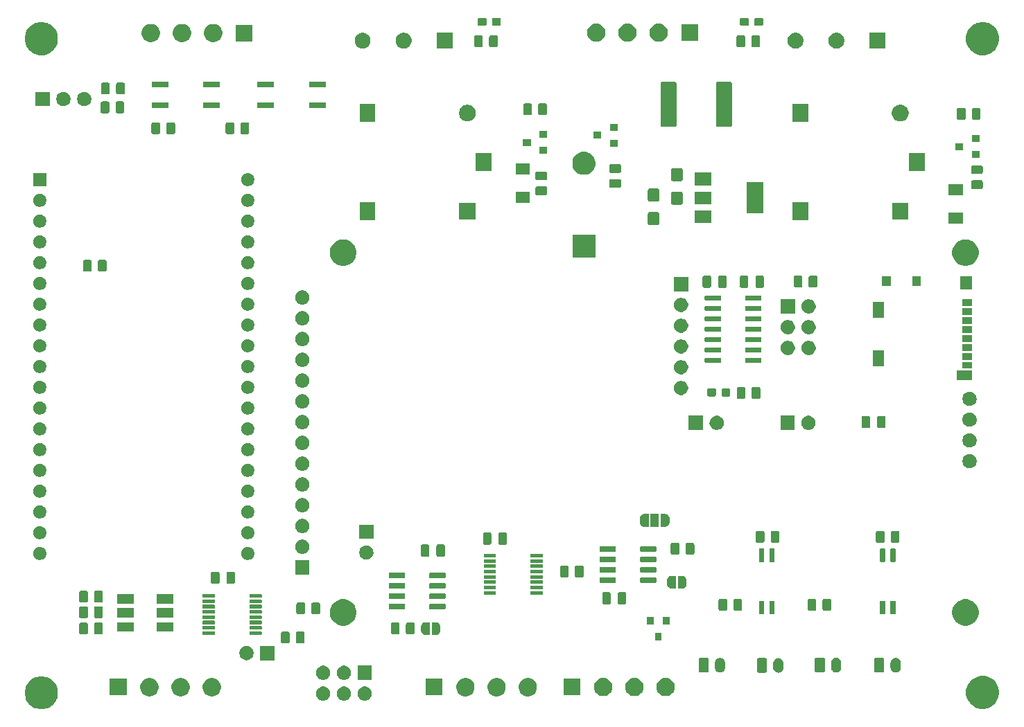
<source format=gbr>
G04 #@! TF.GenerationSoftware,KiCad,Pcbnew,(5.1.5)-3*
G04 #@! TF.CreationDate,2021-04-08T12:16:44+01:00*
G04 #@! TF.ProjectId,ControllerCircuit,436f6e74-726f-46c6-9c65-724369726375,rev?*
G04 #@! TF.SameCoordinates,Original*
G04 #@! TF.FileFunction,Soldermask,Top*
G04 #@! TF.FilePolarity,Negative*
%FSLAX46Y46*%
G04 Gerber Fmt 4.6, Leading zero omitted, Abs format (unit mm)*
G04 Created by KiCad (PCBNEW (5.1.5)-3) date 2021-04-08 12:16:44*
%MOMM*%
%LPD*%
G04 APERTURE LIST*
%ADD10C,0.100000*%
G04 APERTURE END LIST*
D10*
G36*
X93039212Y-132257627D02*
G01*
X93039214Y-132257628D01*
X93039215Y-132257628D01*
X93146887Y-132302228D01*
X93406829Y-132409899D01*
X93517220Y-132483660D01*
X93737674Y-132630962D01*
X94019038Y-132912326D01*
X94059672Y-132973140D01*
X94240101Y-133243171D01*
X94392373Y-133610788D01*
X94470000Y-134001047D01*
X94470000Y-134398953D01*
X94402319Y-134739212D01*
X94392372Y-134789215D01*
X94347773Y-134896887D01*
X94240101Y-135156829D01*
X94019037Y-135487675D01*
X93737675Y-135769037D01*
X93406829Y-135990101D01*
X93159925Y-136092372D01*
X93039215Y-136142372D01*
X93039214Y-136142372D01*
X93039212Y-136142373D01*
X92648953Y-136220000D01*
X92251047Y-136220000D01*
X91860788Y-136142373D01*
X91860786Y-136142372D01*
X91860785Y-136142372D01*
X91740075Y-136092372D01*
X91493171Y-135990101D01*
X91162325Y-135769037D01*
X90880963Y-135487675D01*
X90659899Y-135156829D01*
X90552227Y-134896887D01*
X90507628Y-134789215D01*
X90497682Y-134739212D01*
X90430000Y-134398953D01*
X90430000Y-134001047D01*
X90507627Y-133610788D01*
X90659899Y-133243171D01*
X90840328Y-132973140D01*
X90880962Y-132912326D01*
X91162326Y-132630962D01*
X91382780Y-132483660D01*
X91493171Y-132409899D01*
X91753113Y-132302228D01*
X91860785Y-132257628D01*
X91860786Y-132257628D01*
X91860788Y-132257627D01*
X92251047Y-132180000D01*
X92648953Y-132180000D01*
X93039212Y-132257627D01*
G37*
G36*
X207989212Y-132207627D02*
G01*
X207989214Y-132207628D01*
X207989215Y-132207628D01*
X208096887Y-132252228D01*
X208356829Y-132359899D01*
X208456805Y-132426701D01*
X208687674Y-132580962D01*
X208969038Y-132862326D01*
X209033059Y-132958141D01*
X209190101Y-133193171D01*
X209271502Y-133389690D01*
X209325071Y-133519016D01*
X209342373Y-133560788D01*
X209420000Y-133951047D01*
X209420000Y-134348953D01*
X209342373Y-134739212D01*
X209190101Y-135106829D01*
X208969037Y-135437675D01*
X208687675Y-135719037D01*
X208356829Y-135940101D01*
X208236118Y-135990101D01*
X207989215Y-136092372D01*
X207989214Y-136092372D01*
X207989212Y-136092373D01*
X207598953Y-136170000D01*
X207201047Y-136170000D01*
X206810788Y-136092373D01*
X206810786Y-136092372D01*
X206810785Y-136092372D01*
X206563882Y-135990101D01*
X206443171Y-135940101D01*
X206112325Y-135719037D01*
X205830963Y-135437675D01*
X205609899Y-135106829D01*
X205457627Y-134739212D01*
X205380000Y-134348953D01*
X205380000Y-133951047D01*
X205457627Y-133560788D01*
X205474930Y-133519016D01*
X205528498Y-133389690D01*
X205609899Y-133193171D01*
X205766941Y-132958141D01*
X205830962Y-132862326D01*
X206112326Y-132580962D01*
X206343195Y-132426701D01*
X206443171Y-132359899D01*
X206703113Y-132252228D01*
X206810785Y-132207628D01*
X206810786Y-132207628D01*
X206810788Y-132207627D01*
X207201047Y-132130000D01*
X207598953Y-132130000D01*
X207989212Y-132207627D01*
G37*
G36*
X129562921Y-133433373D02*
G01*
X129663770Y-133453433D01*
X129822100Y-133519016D01*
X129964593Y-133614227D01*
X130085773Y-133735407D01*
X130180984Y-133877900D01*
X130246567Y-134036230D01*
X130266627Y-134137079D01*
X130280000Y-134204310D01*
X130280000Y-134375690D01*
X130266627Y-134442921D01*
X130246567Y-134543770D01*
X130180984Y-134702100D01*
X130085773Y-134844593D01*
X129964593Y-134965773D01*
X129822100Y-135060984D01*
X129663770Y-135126567D01*
X129562921Y-135146627D01*
X129495690Y-135160000D01*
X129324310Y-135160000D01*
X129257079Y-135146627D01*
X129156230Y-135126567D01*
X128997900Y-135060984D01*
X128855407Y-134965773D01*
X128734227Y-134844593D01*
X128639016Y-134702100D01*
X128573433Y-134543770D01*
X128553373Y-134442921D01*
X128540000Y-134375690D01*
X128540000Y-134204310D01*
X128553373Y-134137079D01*
X128573433Y-134036230D01*
X128639016Y-133877900D01*
X128734227Y-133735407D01*
X128855407Y-133614227D01*
X128997900Y-133519016D01*
X129156230Y-133453433D01*
X129257079Y-133433373D01*
X129324310Y-133420000D01*
X129495690Y-133420000D01*
X129562921Y-133433373D01*
G37*
G36*
X127022921Y-133433373D02*
G01*
X127123770Y-133453433D01*
X127282100Y-133519016D01*
X127424593Y-133614227D01*
X127545773Y-133735407D01*
X127640984Y-133877900D01*
X127706567Y-134036230D01*
X127726627Y-134137079D01*
X127740000Y-134204310D01*
X127740000Y-134375690D01*
X127726627Y-134442921D01*
X127706567Y-134543770D01*
X127640984Y-134702100D01*
X127545773Y-134844593D01*
X127424593Y-134965773D01*
X127282100Y-135060984D01*
X127123770Y-135126567D01*
X127022921Y-135146627D01*
X126955690Y-135160000D01*
X126784310Y-135160000D01*
X126717079Y-135146627D01*
X126616230Y-135126567D01*
X126457900Y-135060984D01*
X126315407Y-134965773D01*
X126194227Y-134844593D01*
X126099016Y-134702100D01*
X126033433Y-134543770D01*
X126013373Y-134442921D01*
X126000000Y-134375690D01*
X126000000Y-134204310D01*
X126013373Y-134137079D01*
X126033433Y-134036230D01*
X126099016Y-133877900D01*
X126194227Y-133735407D01*
X126315407Y-133614227D01*
X126457900Y-133519016D01*
X126616230Y-133453433D01*
X126717079Y-133433373D01*
X126784310Y-133420000D01*
X126955690Y-133420000D01*
X127022921Y-133433373D01*
G37*
G36*
X132102921Y-133433373D02*
G01*
X132203770Y-133453433D01*
X132362100Y-133519016D01*
X132504593Y-133614227D01*
X132625773Y-133735407D01*
X132720984Y-133877900D01*
X132786567Y-134036230D01*
X132806627Y-134137079D01*
X132820000Y-134204310D01*
X132820000Y-134375690D01*
X132806627Y-134442921D01*
X132786567Y-134543770D01*
X132720984Y-134702100D01*
X132625773Y-134844593D01*
X132504593Y-134965773D01*
X132362100Y-135060984D01*
X132203770Y-135126567D01*
X132102921Y-135146627D01*
X132035690Y-135160000D01*
X131864310Y-135160000D01*
X131797079Y-135146627D01*
X131696230Y-135126567D01*
X131537900Y-135060984D01*
X131395407Y-134965773D01*
X131274227Y-134844593D01*
X131179016Y-134702100D01*
X131113433Y-134543770D01*
X131093373Y-134442921D01*
X131080000Y-134375690D01*
X131080000Y-134204310D01*
X131093373Y-134137079D01*
X131113433Y-134036230D01*
X131179016Y-133877900D01*
X131274227Y-133735407D01*
X131395407Y-133614227D01*
X131537900Y-133519016D01*
X131696230Y-133453433D01*
X131797079Y-133433373D01*
X131864310Y-133420000D01*
X132035690Y-133420000D01*
X132102921Y-133433373D01*
G37*
G36*
X152182378Y-132426701D02*
G01*
X152182380Y-132426702D01*
X152182381Y-132426702D01*
X152242080Y-132451430D01*
X152386205Y-132511129D01*
X152386206Y-132511130D01*
X152565550Y-132630963D01*
X152569644Y-132633699D01*
X152725647Y-132789702D01*
X152848217Y-132973141D01*
X152932645Y-133176968D01*
X152975686Y-133393350D01*
X152975686Y-133613970D01*
X152932645Y-133830352D01*
X152848217Y-134034179D01*
X152786932Y-134125898D01*
X152728094Y-134213957D01*
X152725647Y-134217618D01*
X152569644Y-134373621D01*
X152386205Y-134496191D01*
X152271339Y-134543770D01*
X152182381Y-134580618D01*
X152182380Y-134580618D01*
X152182378Y-134580619D01*
X151965996Y-134623660D01*
X151745376Y-134623660D01*
X151528994Y-134580619D01*
X151528992Y-134580618D01*
X151528991Y-134580618D01*
X151440033Y-134543770D01*
X151325167Y-134496191D01*
X151141728Y-134373621D01*
X150985725Y-134217618D01*
X150983279Y-134213957D01*
X150924440Y-134125898D01*
X150863155Y-134034179D01*
X150778727Y-133830352D01*
X150735686Y-133613970D01*
X150735686Y-133393350D01*
X150778727Y-133176968D01*
X150863155Y-132973141D01*
X150985725Y-132789702D01*
X151141728Y-132633699D01*
X151145823Y-132630963D01*
X151325166Y-132511130D01*
X151325167Y-132511129D01*
X151469292Y-132451430D01*
X151528991Y-132426702D01*
X151528992Y-132426702D01*
X151528994Y-132426701D01*
X151745376Y-132383660D01*
X151965996Y-132383660D01*
X152182378Y-132426701D01*
G37*
G36*
X144562378Y-132426701D02*
G01*
X144562380Y-132426702D01*
X144562381Y-132426702D01*
X144622080Y-132451430D01*
X144766205Y-132511129D01*
X144766206Y-132511130D01*
X144945550Y-132630963D01*
X144949644Y-132633699D01*
X145105647Y-132789702D01*
X145228217Y-132973141D01*
X145312645Y-133176968D01*
X145355686Y-133393350D01*
X145355686Y-133613970D01*
X145312645Y-133830352D01*
X145228217Y-134034179D01*
X145166932Y-134125898D01*
X145108094Y-134213957D01*
X145105647Y-134217618D01*
X144949644Y-134373621D01*
X144766205Y-134496191D01*
X144651339Y-134543770D01*
X144562381Y-134580618D01*
X144562380Y-134580618D01*
X144562378Y-134580619D01*
X144345996Y-134623660D01*
X144125376Y-134623660D01*
X143908994Y-134580619D01*
X143908992Y-134580618D01*
X143908991Y-134580618D01*
X143820033Y-134543770D01*
X143705167Y-134496191D01*
X143521728Y-134373621D01*
X143365725Y-134217618D01*
X143363279Y-134213957D01*
X143304440Y-134125898D01*
X143243155Y-134034179D01*
X143158727Y-133830352D01*
X143115686Y-133613970D01*
X143115686Y-133393350D01*
X143158727Y-133176968D01*
X143243155Y-132973141D01*
X143365725Y-132789702D01*
X143521728Y-132633699D01*
X143525823Y-132630963D01*
X143705166Y-132511130D01*
X143705167Y-132511129D01*
X143849292Y-132451430D01*
X143908991Y-132426702D01*
X143908992Y-132426702D01*
X143908994Y-132426701D01*
X144125376Y-132383660D01*
X144345996Y-132383660D01*
X144562378Y-132426701D01*
G37*
G36*
X148372378Y-132426701D02*
G01*
X148372380Y-132426702D01*
X148372381Y-132426702D01*
X148432080Y-132451430D01*
X148576205Y-132511129D01*
X148576206Y-132511130D01*
X148755550Y-132630963D01*
X148759644Y-132633699D01*
X148915647Y-132789702D01*
X149038217Y-132973141D01*
X149122645Y-133176968D01*
X149165686Y-133393350D01*
X149165686Y-133613970D01*
X149122645Y-133830352D01*
X149038217Y-134034179D01*
X148976932Y-134125898D01*
X148918094Y-134213957D01*
X148915647Y-134217618D01*
X148759644Y-134373621D01*
X148576205Y-134496191D01*
X148461339Y-134543770D01*
X148372381Y-134580618D01*
X148372380Y-134580618D01*
X148372378Y-134580619D01*
X148155996Y-134623660D01*
X147935376Y-134623660D01*
X147718994Y-134580619D01*
X147718992Y-134580618D01*
X147718991Y-134580618D01*
X147630033Y-134543770D01*
X147515167Y-134496191D01*
X147331728Y-134373621D01*
X147175725Y-134217618D01*
X147173279Y-134213957D01*
X147114440Y-134125898D01*
X147053155Y-134034179D01*
X146968727Y-133830352D01*
X146925686Y-133613970D01*
X146925686Y-133393350D01*
X146968727Y-133176968D01*
X147053155Y-132973141D01*
X147175725Y-132789702D01*
X147331728Y-132633699D01*
X147335823Y-132630963D01*
X147515166Y-132511130D01*
X147515167Y-132511129D01*
X147659292Y-132451430D01*
X147718991Y-132426702D01*
X147718992Y-132426702D01*
X147718994Y-132426701D01*
X147935376Y-132383660D01*
X148155996Y-132383660D01*
X148372378Y-132426701D01*
G37*
G36*
X105976692Y-132423041D02*
G01*
X105976694Y-132423042D01*
X105976695Y-132423042D01*
X106036394Y-132447770D01*
X106180519Y-132507469D01*
X106272238Y-132568754D01*
X106363957Y-132630038D01*
X106519962Y-132786043D01*
X106570932Y-132862325D01*
X106642531Y-132969481D01*
X106726959Y-133173308D01*
X106770000Y-133389690D01*
X106770000Y-133610310D01*
X106726959Y-133826692D01*
X106642531Y-134030519D01*
X106638715Y-134036230D01*
X106519962Y-134213957D01*
X106363957Y-134369962D01*
X106272239Y-134431246D01*
X106180519Y-134492531D01*
X106056824Y-134543767D01*
X105976695Y-134576958D01*
X105976694Y-134576958D01*
X105976692Y-134576959D01*
X105760310Y-134620000D01*
X105539690Y-134620000D01*
X105323308Y-134576959D01*
X105323306Y-134576958D01*
X105323305Y-134576958D01*
X105243176Y-134543767D01*
X105119481Y-134492531D01*
X105027761Y-134431246D01*
X104936043Y-134369962D01*
X104780038Y-134213957D01*
X104661285Y-134036230D01*
X104657469Y-134030519D01*
X104573041Y-133826692D01*
X104530000Y-133610310D01*
X104530000Y-133389690D01*
X104573041Y-133173308D01*
X104657469Y-132969481D01*
X104729068Y-132862325D01*
X104780038Y-132786043D01*
X104936043Y-132630038D01*
X105027761Y-132568754D01*
X105119481Y-132507469D01*
X105263606Y-132447770D01*
X105323305Y-132423042D01*
X105323306Y-132423042D01*
X105323308Y-132423041D01*
X105539690Y-132380000D01*
X105760310Y-132380000D01*
X105976692Y-132423041D01*
G37*
G36*
X109786692Y-132423041D02*
G01*
X109786694Y-132423042D01*
X109786695Y-132423042D01*
X109846394Y-132447770D01*
X109990519Y-132507469D01*
X110082238Y-132568754D01*
X110173957Y-132630038D01*
X110329962Y-132786043D01*
X110380932Y-132862325D01*
X110452531Y-132969481D01*
X110536959Y-133173308D01*
X110580000Y-133389690D01*
X110580000Y-133610310D01*
X110536959Y-133826692D01*
X110452531Y-134030519D01*
X110448715Y-134036230D01*
X110329962Y-134213957D01*
X110173957Y-134369962D01*
X110082239Y-134431246D01*
X109990519Y-134492531D01*
X109866824Y-134543767D01*
X109786695Y-134576958D01*
X109786694Y-134576958D01*
X109786692Y-134576959D01*
X109570310Y-134620000D01*
X109349690Y-134620000D01*
X109133308Y-134576959D01*
X109133306Y-134576958D01*
X109133305Y-134576958D01*
X109053176Y-134543767D01*
X108929481Y-134492531D01*
X108837761Y-134431246D01*
X108746043Y-134369962D01*
X108590038Y-134213957D01*
X108471285Y-134036230D01*
X108467469Y-134030519D01*
X108383041Y-133826692D01*
X108340000Y-133610310D01*
X108340000Y-133389690D01*
X108383041Y-133173308D01*
X108467469Y-132969481D01*
X108539068Y-132862325D01*
X108590038Y-132786043D01*
X108746043Y-132630038D01*
X108837761Y-132568754D01*
X108929481Y-132507469D01*
X109073606Y-132447770D01*
X109133305Y-132423042D01*
X109133306Y-132423042D01*
X109133308Y-132423041D01*
X109349690Y-132380000D01*
X109570310Y-132380000D01*
X109786692Y-132423041D01*
G37*
G36*
X113596692Y-132423041D02*
G01*
X113596694Y-132423042D01*
X113596695Y-132423042D01*
X113656394Y-132447770D01*
X113800519Y-132507469D01*
X113892238Y-132568754D01*
X113983957Y-132630038D01*
X114139962Y-132786043D01*
X114190932Y-132862325D01*
X114262531Y-132969481D01*
X114346959Y-133173308D01*
X114390000Y-133389690D01*
X114390000Y-133610310D01*
X114346959Y-133826692D01*
X114262531Y-134030519D01*
X114258715Y-134036230D01*
X114139962Y-134213957D01*
X113983957Y-134369962D01*
X113892239Y-134431246D01*
X113800519Y-134492531D01*
X113676824Y-134543767D01*
X113596695Y-134576958D01*
X113596694Y-134576958D01*
X113596692Y-134576959D01*
X113380310Y-134620000D01*
X113159690Y-134620000D01*
X112943308Y-134576959D01*
X112943306Y-134576958D01*
X112943305Y-134576958D01*
X112863176Y-134543767D01*
X112739481Y-134492531D01*
X112647761Y-134431246D01*
X112556043Y-134369962D01*
X112400038Y-134213957D01*
X112281285Y-134036230D01*
X112277469Y-134030519D01*
X112193041Y-133826692D01*
X112150000Y-133610310D01*
X112150000Y-133389690D01*
X112193041Y-133173308D01*
X112277469Y-132969481D01*
X112349068Y-132862325D01*
X112400038Y-132786043D01*
X112556043Y-132630038D01*
X112647761Y-132568754D01*
X112739481Y-132507469D01*
X112883606Y-132447770D01*
X112943305Y-132423042D01*
X112943306Y-132423042D01*
X112943308Y-132423041D01*
X113159690Y-132380000D01*
X113380310Y-132380000D01*
X113596692Y-132423041D01*
G37*
G36*
X161385712Y-132411701D02*
G01*
X161385714Y-132411702D01*
X161385715Y-132411702D01*
X161419685Y-132425773D01*
X161589539Y-132496129D01*
X161626737Y-132520984D01*
X161772977Y-132618698D01*
X161928982Y-132774703D01*
X161987529Y-132862325D01*
X162051551Y-132958141D01*
X162135979Y-133161968D01*
X162179020Y-133378350D01*
X162179020Y-133598970D01*
X162135979Y-133815352D01*
X162051551Y-134019179D01*
X162040158Y-134036230D01*
X161928982Y-134202617D01*
X161772977Y-134358622D01*
X161712620Y-134398951D01*
X161589539Y-134481191D01*
X161445414Y-134540889D01*
X161385715Y-134565618D01*
X161385714Y-134565618D01*
X161385712Y-134565619D01*
X161169330Y-134608660D01*
X160948710Y-134608660D01*
X160732328Y-134565619D01*
X160732326Y-134565618D01*
X160732325Y-134565618D01*
X160672626Y-134540889D01*
X160528501Y-134481191D01*
X160405420Y-134398951D01*
X160345063Y-134358622D01*
X160189058Y-134202617D01*
X160077882Y-134036230D01*
X160066489Y-134019179D01*
X159982061Y-133815352D01*
X159939020Y-133598970D01*
X159939020Y-133378350D01*
X159982061Y-133161968D01*
X160066489Y-132958141D01*
X160130511Y-132862325D01*
X160189058Y-132774703D01*
X160345063Y-132618698D01*
X160491303Y-132520984D01*
X160528501Y-132496129D01*
X160698355Y-132425773D01*
X160732325Y-132411702D01*
X160732326Y-132411702D01*
X160732328Y-132411701D01*
X160948710Y-132368660D01*
X161169330Y-132368660D01*
X161385712Y-132411701D01*
G37*
G36*
X165195712Y-132411701D02*
G01*
X165195714Y-132411702D01*
X165195715Y-132411702D01*
X165229685Y-132425773D01*
X165399539Y-132496129D01*
X165436737Y-132520984D01*
X165582977Y-132618698D01*
X165738982Y-132774703D01*
X165797529Y-132862325D01*
X165861551Y-132958141D01*
X165945979Y-133161968D01*
X165989020Y-133378350D01*
X165989020Y-133598970D01*
X165945979Y-133815352D01*
X165861551Y-134019179D01*
X165850158Y-134036230D01*
X165738982Y-134202617D01*
X165582977Y-134358622D01*
X165522620Y-134398951D01*
X165399539Y-134481191D01*
X165255414Y-134540889D01*
X165195715Y-134565618D01*
X165195714Y-134565618D01*
X165195712Y-134565619D01*
X164979330Y-134608660D01*
X164758710Y-134608660D01*
X164542328Y-134565619D01*
X164542326Y-134565618D01*
X164542325Y-134565618D01*
X164482626Y-134540889D01*
X164338501Y-134481191D01*
X164215420Y-134398951D01*
X164155063Y-134358622D01*
X163999058Y-134202617D01*
X163887882Y-134036230D01*
X163876489Y-134019179D01*
X163792061Y-133815352D01*
X163749020Y-133598970D01*
X163749020Y-133378350D01*
X163792061Y-133161968D01*
X163876489Y-132958141D01*
X163940511Y-132862325D01*
X163999058Y-132774703D01*
X164155063Y-132618698D01*
X164301303Y-132520984D01*
X164338501Y-132496129D01*
X164508355Y-132425773D01*
X164542325Y-132411702D01*
X164542326Y-132411702D01*
X164542328Y-132411701D01*
X164758710Y-132368660D01*
X164979330Y-132368660D01*
X165195712Y-132411701D01*
G37*
G36*
X169005712Y-132411701D02*
G01*
X169005714Y-132411702D01*
X169005715Y-132411702D01*
X169039685Y-132425773D01*
X169209539Y-132496129D01*
X169246737Y-132520984D01*
X169392977Y-132618698D01*
X169548982Y-132774703D01*
X169607529Y-132862325D01*
X169671551Y-132958141D01*
X169755979Y-133161968D01*
X169799020Y-133378350D01*
X169799020Y-133598970D01*
X169755979Y-133815352D01*
X169671551Y-134019179D01*
X169660158Y-134036230D01*
X169548982Y-134202617D01*
X169392977Y-134358622D01*
X169332620Y-134398951D01*
X169209539Y-134481191D01*
X169065414Y-134540889D01*
X169005715Y-134565618D01*
X169005714Y-134565618D01*
X169005712Y-134565619D01*
X168789330Y-134608660D01*
X168568710Y-134608660D01*
X168352328Y-134565619D01*
X168352326Y-134565618D01*
X168352325Y-134565618D01*
X168292626Y-134540889D01*
X168148501Y-134481191D01*
X168025420Y-134398951D01*
X167965063Y-134358622D01*
X167809058Y-134202617D01*
X167697882Y-134036230D01*
X167686489Y-134019179D01*
X167602061Y-133815352D01*
X167559020Y-133598970D01*
X167559020Y-133378350D01*
X167602061Y-133161968D01*
X167686489Y-132958141D01*
X167750511Y-132862325D01*
X167809058Y-132774703D01*
X167965063Y-132618698D01*
X168111303Y-132520984D01*
X168148501Y-132496129D01*
X168318355Y-132425773D01*
X168352325Y-132411702D01*
X168352326Y-132411702D01*
X168352328Y-132411701D01*
X168568710Y-132368660D01*
X168789330Y-132368660D01*
X169005712Y-132411701D01*
G37*
G36*
X141445686Y-134523660D02*
G01*
X139405686Y-134523660D01*
X139405686Y-132483660D01*
X141445686Y-132483660D01*
X141445686Y-134523660D01*
G37*
G36*
X102860000Y-134520000D02*
G01*
X100820000Y-134520000D01*
X100820000Y-132480000D01*
X102860000Y-132480000D01*
X102860000Y-134520000D01*
G37*
G36*
X158269020Y-134508660D02*
G01*
X156229020Y-134508660D01*
X156229020Y-132468660D01*
X158269020Y-132468660D01*
X158269020Y-134508660D01*
G37*
G36*
X132820000Y-132620000D02*
G01*
X131080000Y-132620000D01*
X131080000Y-130880000D01*
X132820000Y-130880000D01*
X132820000Y-132620000D01*
G37*
G36*
X127022921Y-130893373D02*
G01*
X127123770Y-130913433D01*
X127282100Y-130979016D01*
X127424593Y-131074227D01*
X127545773Y-131195407D01*
X127640984Y-131337900D01*
X127706567Y-131496230D01*
X127717963Y-131553525D01*
X127739434Y-131661463D01*
X127740000Y-131664312D01*
X127740000Y-131835688D01*
X127706567Y-132003770D01*
X127640984Y-132162100D01*
X127545773Y-132304593D01*
X127424593Y-132425773D01*
X127282100Y-132520984D01*
X127123770Y-132586567D01*
X127022921Y-132606627D01*
X126955690Y-132620000D01*
X126784310Y-132620000D01*
X126717079Y-132606627D01*
X126616230Y-132586567D01*
X126457900Y-132520984D01*
X126315407Y-132425773D01*
X126194227Y-132304593D01*
X126099016Y-132162100D01*
X126033433Y-132003770D01*
X126000000Y-131835688D01*
X126000000Y-131664312D01*
X126000567Y-131661463D01*
X126022037Y-131553525D01*
X126033433Y-131496230D01*
X126099016Y-131337900D01*
X126194227Y-131195407D01*
X126315407Y-131074227D01*
X126457900Y-130979016D01*
X126616230Y-130913433D01*
X126717079Y-130893373D01*
X126784310Y-130880000D01*
X126955690Y-130880000D01*
X127022921Y-130893373D01*
G37*
G36*
X129562921Y-130893373D02*
G01*
X129663770Y-130913433D01*
X129822100Y-130979016D01*
X129964593Y-131074227D01*
X130085773Y-131195407D01*
X130180984Y-131337900D01*
X130246567Y-131496230D01*
X130257963Y-131553525D01*
X130279434Y-131661463D01*
X130280000Y-131664312D01*
X130280000Y-131835688D01*
X130246567Y-132003770D01*
X130180984Y-132162100D01*
X130085773Y-132304593D01*
X129964593Y-132425773D01*
X129822100Y-132520984D01*
X129663770Y-132586567D01*
X129562921Y-132606627D01*
X129495690Y-132620000D01*
X129324310Y-132620000D01*
X129257079Y-132606627D01*
X129156230Y-132586567D01*
X128997900Y-132520984D01*
X128855407Y-132425773D01*
X128734227Y-132304593D01*
X128639016Y-132162100D01*
X128573433Y-132003770D01*
X128540000Y-131835688D01*
X128540000Y-131664312D01*
X128540567Y-131661463D01*
X128562037Y-131553525D01*
X128573433Y-131496230D01*
X128639016Y-131337900D01*
X128734227Y-131195407D01*
X128855407Y-131074227D01*
X128997900Y-130979016D01*
X129156230Y-130913433D01*
X129257079Y-130893373D01*
X129324310Y-130880000D01*
X129495690Y-130880000D01*
X129562921Y-130893373D01*
G37*
G36*
X182577798Y-129963571D02*
G01*
X182694672Y-129999024D01*
X182802378Y-130056594D01*
X182802380Y-130056595D01*
X182802379Y-130056595D01*
X182896787Y-130134073D01*
X182974265Y-130228480D01*
X182974266Y-130228482D01*
X183031836Y-130336187D01*
X183067289Y-130453061D01*
X183076260Y-130544146D01*
X183076260Y-131155054D01*
X183067289Y-131246139D01*
X183031836Y-131363013D01*
X182974266Y-131470719D01*
X182896787Y-131565127D01*
X182802379Y-131642606D01*
X182694673Y-131700176D01*
X182577799Y-131735629D01*
X182456260Y-131747600D01*
X182334722Y-131735629D01*
X182217848Y-131700176D01*
X182110142Y-131642606D01*
X182015734Y-131565127D01*
X182007527Y-131555127D01*
X181938256Y-131470720D01*
X181880684Y-131363011D01*
X181880683Y-131363010D01*
X181845231Y-131246139D01*
X181836260Y-131155054D01*
X181836260Y-130544147D01*
X181845231Y-130453062D01*
X181880684Y-130336188D01*
X181938254Y-130228482D01*
X181970754Y-130188881D01*
X182015733Y-130134073D01*
X182110140Y-130056595D01*
X182142291Y-130039410D01*
X182217847Y-129999024D01*
X182334721Y-129963571D01*
X182456260Y-129951600D01*
X182577798Y-129963571D01*
G37*
G36*
X180915185Y-129958918D02*
G01*
X180952614Y-129970272D01*
X180987105Y-129988707D01*
X181017339Y-130013521D01*
X181042153Y-130043755D01*
X181060588Y-130078246D01*
X181071942Y-130115675D01*
X181076260Y-130159517D01*
X181076260Y-131539683D01*
X181071942Y-131583525D01*
X181060588Y-131620954D01*
X181042153Y-131655445D01*
X181017339Y-131685679D01*
X180987105Y-131710493D01*
X180952614Y-131728928D01*
X180915185Y-131740282D01*
X180871343Y-131744600D01*
X180041177Y-131744600D01*
X179997335Y-131740282D01*
X179959906Y-131728928D01*
X179925415Y-131710493D01*
X179895181Y-131685679D01*
X179870367Y-131655445D01*
X179851932Y-131620954D01*
X179840578Y-131583525D01*
X179836260Y-131539683D01*
X179836260Y-130159517D01*
X179840578Y-130115675D01*
X179851932Y-130078246D01*
X179870367Y-130043755D01*
X179895181Y-130013521D01*
X179925415Y-129988707D01*
X179959906Y-129970272D01*
X179997335Y-129958918D01*
X180041177Y-129954600D01*
X180871343Y-129954600D01*
X180915185Y-129958918D01*
G37*
G36*
X196891538Y-129943971D02*
G01*
X197008412Y-129979424D01*
X197116118Y-130036994D01*
X197131734Y-130049810D01*
X197210527Y-130114473D01*
X197288005Y-130208880D01*
X197288006Y-130208882D01*
X197345576Y-130316587D01*
X197381029Y-130433461D01*
X197390000Y-130524546D01*
X197390000Y-131135454D01*
X197381029Y-131226539D01*
X197345576Y-131343413D01*
X197288006Y-131451119D01*
X197210527Y-131545527D01*
X197116119Y-131623006D01*
X197008413Y-131680576D01*
X196891539Y-131716029D01*
X196770000Y-131728000D01*
X196648462Y-131716029D01*
X196531588Y-131680576D01*
X196423882Y-131623006D01*
X196329474Y-131545527D01*
X196320939Y-131535127D01*
X196251996Y-131451120D01*
X196212710Y-131377622D01*
X196194423Y-131343410D01*
X196158971Y-131226539D01*
X196150000Y-131135454D01*
X196150000Y-130524547D01*
X196158971Y-130433462D01*
X196194424Y-130316588D01*
X196251994Y-130208882D01*
X196268409Y-130188880D01*
X196329473Y-130114473D01*
X196423880Y-130036995D01*
X196447902Y-130024155D01*
X196531587Y-129979424D01*
X196648461Y-129943971D01*
X196770000Y-129932000D01*
X196891538Y-129943971D01*
G37*
G36*
X195228925Y-129939318D02*
G01*
X195266354Y-129950672D01*
X195300845Y-129969107D01*
X195331079Y-129993921D01*
X195355893Y-130024155D01*
X195374328Y-130058646D01*
X195385682Y-130096073D01*
X195390000Y-130139917D01*
X195390000Y-131520083D01*
X195385682Y-131563925D01*
X195374328Y-131601354D01*
X195355893Y-131635845D01*
X195331079Y-131666079D01*
X195300845Y-131690893D01*
X195266354Y-131709328D01*
X195228925Y-131720682D01*
X195185083Y-131725000D01*
X194354917Y-131725000D01*
X194311075Y-131720682D01*
X194273646Y-131709328D01*
X194239155Y-131690893D01*
X194208921Y-131666079D01*
X194184107Y-131635845D01*
X194165672Y-131601354D01*
X194154318Y-131563925D01*
X194150000Y-131520083D01*
X194150000Y-130139917D01*
X194154318Y-130096073D01*
X194165672Y-130058646D01*
X194184107Y-130024155D01*
X194208921Y-129993921D01*
X194239155Y-129969107D01*
X194273646Y-129950672D01*
X194311075Y-129939318D01*
X194354917Y-129935000D01*
X195185083Y-129935000D01*
X195228925Y-129939318D01*
G37*
G36*
X175452258Y-129933571D02*
G01*
X175569132Y-129969024D01*
X175676838Y-130026594D01*
X175676840Y-130026595D01*
X175676839Y-130026595D01*
X175771247Y-130104073D01*
X175848725Y-130198480D01*
X175848726Y-130198482D01*
X175906296Y-130306187D01*
X175941749Y-130423061D01*
X175950720Y-130514146D01*
X175950720Y-131125054D01*
X175941749Y-131216139D01*
X175906296Y-131333013D01*
X175848726Y-131440719D01*
X175771247Y-131535127D01*
X175676839Y-131612606D01*
X175569133Y-131670176D01*
X175452259Y-131705629D01*
X175330720Y-131717600D01*
X175209182Y-131705629D01*
X175092308Y-131670176D01*
X174984602Y-131612606D01*
X174890194Y-131535127D01*
X174812716Y-131440720D01*
X174760702Y-131343410D01*
X174755143Y-131333010D01*
X174719691Y-131216139D01*
X174710720Y-131125054D01*
X174710720Y-130514147D01*
X174719691Y-130423062D01*
X174755144Y-130306188D01*
X174812714Y-130198482D01*
X174860777Y-130139917D01*
X174890193Y-130104073D01*
X174984600Y-130026595D01*
X174991133Y-130023103D01*
X175092307Y-129969024D01*
X175209181Y-129933571D01*
X175330720Y-129921600D01*
X175452258Y-129933571D01*
G37*
G36*
X173789645Y-129928918D02*
G01*
X173827074Y-129940272D01*
X173861565Y-129958707D01*
X173891799Y-129983521D01*
X173916613Y-130013755D01*
X173935048Y-130048246D01*
X173946402Y-130085675D01*
X173950720Y-130129517D01*
X173950720Y-131509683D01*
X173946402Y-131553525D01*
X173935048Y-131590954D01*
X173916613Y-131625445D01*
X173891799Y-131655679D01*
X173861565Y-131680493D01*
X173827074Y-131698928D01*
X173789645Y-131710282D01*
X173745803Y-131714600D01*
X172915637Y-131714600D01*
X172871795Y-131710282D01*
X172834366Y-131698928D01*
X172799875Y-131680493D01*
X172769641Y-131655679D01*
X172744827Y-131625445D01*
X172726392Y-131590954D01*
X172715038Y-131553525D01*
X172710720Y-131509683D01*
X172710720Y-130129517D01*
X172715038Y-130085675D01*
X172726392Y-130048246D01*
X172744827Y-130013755D01*
X172769641Y-129983521D01*
X172799875Y-129958707D01*
X172834366Y-129940272D01*
X172871795Y-129928918D01*
X172915637Y-129924600D01*
X173745803Y-129924600D01*
X173789645Y-129928918D01*
G37*
G36*
X189641538Y-129923971D02*
G01*
X189758412Y-129959424D01*
X189866118Y-130016994D01*
X189866120Y-130016995D01*
X189866119Y-130016995D01*
X189960527Y-130094473D01*
X190038005Y-130188880D01*
X190038006Y-130188882D01*
X190095576Y-130296587D01*
X190131029Y-130413461D01*
X190140000Y-130504546D01*
X190140000Y-131115454D01*
X190131029Y-131206539D01*
X190095576Y-131323413D01*
X190038006Y-131431119D01*
X189960527Y-131525527D01*
X189866119Y-131603006D01*
X189758413Y-131660576D01*
X189641539Y-131696029D01*
X189520000Y-131708000D01*
X189398462Y-131696029D01*
X189281588Y-131660576D01*
X189173882Y-131603006D01*
X189079474Y-131525527D01*
X189047255Y-131486268D01*
X189001996Y-131431120D01*
X188952169Y-131337901D01*
X188944423Y-131323410D01*
X188908971Y-131206539D01*
X188900000Y-131115454D01*
X188900000Y-130504547D01*
X188908971Y-130413462D01*
X188944424Y-130296588D01*
X189001994Y-130188882D01*
X189026093Y-130159517D01*
X189079473Y-130094473D01*
X189173880Y-130016995D01*
X189180413Y-130013503D01*
X189281587Y-129959424D01*
X189398461Y-129923971D01*
X189520000Y-129912000D01*
X189641538Y-129923971D01*
G37*
G36*
X187978925Y-129919318D02*
G01*
X188016354Y-129930672D01*
X188050845Y-129949107D01*
X188081079Y-129973921D01*
X188105893Y-130004155D01*
X188124328Y-130038646D01*
X188135682Y-130076075D01*
X188140000Y-130119917D01*
X188140000Y-131500083D01*
X188135682Y-131543925D01*
X188124328Y-131581354D01*
X188105893Y-131615845D01*
X188081079Y-131646079D01*
X188050845Y-131670893D01*
X188016354Y-131689328D01*
X187978925Y-131700682D01*
X187935083Y-131705000D01*
X187104917Y-131705000D01*
X187061075Y-131700682D01*
X187023646Y-131689328D01*
X186989155Y-131670893D01*
X186958921Y-131646079D01*
X186934107Y-131615845D01*
X186915672Y-131581354D01*
X186904318Y-131543925D01*
X186900000Y-131500083D01*
X186900000Y-130119917D01*
X186904318Y-130076075D01*
X186915672Y-130038646D01*
X186934107Y-130004155D01*
X186958921Y-129973921D01*
X186989155Y-129949107D01*
X187023646Y-129930672D01*
X187061075Y-129919318D01*
X187104917Y-129915000D01*
X187935083Y-129915000D01*
X187978925Y-129919318D01*
G37*
G36*
X117662921Y-128493373D02*
G01*
X117763770Y-128513433D01*
X117922100Y-128579016D01*
X118064593Y-128674227D01*
X118185773Y-128795407D01*
X118280984Y-128937900D01*
X118346567Y-129096230D01*
X118380000Y-129264312D01*
X118380000Y-129435688D01*
X118346567Y-129603770D01*
X118280984Y-129762100D01*
X118185773Y-129904593D01*
X118064593Y-130025773D01*
X117922100Y-130120984D01*
X117763770Y-130186567D01*
X117662921Y-130206627D01*
X117595690Y-130220000D01*
X117424310Y-130220000D01*
X117357079Y-130206627D01*
X117256230Y-130186567D01*
X117097900Y-130120984D01*
X116955407Y-130025773D01*
X116834227Y-129904593D01*
X116739016Y-129762100D01*
X116673433Y-129603770D01*
X116640000Y-129435688D01*
X116640000Y-129264312D01*
X116673433Y-129096230D01*
X116739016Y-128937900D01*
X116834227Y-128795407D01*
X116955407Y-128674227D01*
X117097900Y-128579016D01*
X117256230Y-128513433D01*
X117357079Y-128493373D01*
X117424310Y-128480000D01*
X117595690Y-128480000D01*
X117662921Y-128493373D01*
G37*
G36*
X120920000Y-130220000D02*
G01*
X119180000Y-130220000D01*
X119180000Y-128480000D01*
X120920000Y-128480000D01*
X120920000Y-130220000D01*
G37*
G36*
X124427054Y-126724482D02*
G01*
X124466084Y-126736322D01*
X124502051Y-126755546D01*
X124533579Y-126781421D01*
X124559454Y-126812949D01*
X124578678Y-126848916D01*
X124590518Y-126887946D01*
X124595000Y-126933453D01*
X124595000Y-127946547D01*
X124590518Y-127992054D01*
X124578678Y-128031084D01*
X124559454Y-128067051D01*
X124533579Y-128098579D01*
X124502051Y-128124454D01*
X124466084Y-128143678D01*
X124427054Y-128155518D01*
X124381547Y-128160000D01*
X123743453Y-128160000D01*
X123697946Y-128155518D01*
X123658916Y-128143678D01*
X123622949Y-128124454D01*
X123591421Y-128098579D01*
X123565546Y-128067051D01*
X123546322Y-128031084D01*
X123534482Y-127992054D01*
X123530000Y-127946547D01*
X123530000Y-126933453D01*
X123534482Y-126887946D01*
X123546322Y-126848916D01*
X123565546Y-126812949D01*
X123591421Y-126781421D01*
X123622949Y-126755546D01*
X123658916Y-126736322D01*
X123697946Y-126724482D01*
X123743453Y-126720000D01*
X124381547Y-126720000D01*
X124427054Y-126724482D01*
G37*
G36*
X122602054Y-126724482D02*
G01*
X122641084Y-126736322D01*
X122677051Y-126755546D01*
X122708579Y-126781421D01*
X122734454Y-126812949D01*
X122753678Y-126848916D01*
X122765518Y-126887946D01*
X122770000Y-126933453D01*
X122770000Y-127946547D01*
X122765518Y-127992054D01*
X122753678Y-128031084D01*
X122734454Y-128067051D01*
X122708579Y-128098579D01*
X122677051Y-128124454D01*
X122641084Y-128143678D01*
X122602054Y-128155518D01*
X122556547Y-128160000D01*
X121918453Y-128160000D01*
X121872946Y-128155518D01*
X121833916Y-128143678D01*
X121797949Y-128124454D01*
X121766421Y-128098579D01*
X121740546Y-128067051D01*
X121721322Y-128031084D01*
X121709482Y-127992054D01*
X121705000Y-127946547D01*
X121705000Y-126933453D01*
X121709482Y-126887946D01*
X121721322Y-126848916D01*
X121740546Y-126812949D01*
X121766421Y-126781421D01*
X121797949Y-126755546D01*
X121833916Y-126736322D01*
X121872946Y-126724482D01*
X121918453Y-126720000D01*
X122556547Y-126720000D01*
X122602054Y-126724482D01*
G37*
G36*
X168210000Y-127830000D02*
G01*
X167370000Y-127830000D01*
X167370000Y-126890000D01*
X168210000Y-126890000D01*
X168210000Y-127830000D01*
G37*
G36*
X113591214Y-126688428D02*
G01*
X113602374Y-126691813D01*
X113612666Y-126697315D01*
X113621684Y-126704716D01*
X113629085Y-126713734D01*
X113634587Y-126724026D01*
X113637972Y-126735186D01*
X113639600Y-126751717D01*
X113639600Y-127061883D01*
X113637972Y-127078414D01*
X113634587Y-127089574D01*
X113629085Y-127099866D01*
X113621684Y-127108884D01*
X113612666Y-127116285D01*
X113602374Y-127121787D01*
X113591214Y-127125172D01*
X113574683Y-127126800D01*
X112189517Y-127126800D01*
X112172986Y-127125172D01*
X112161826Y-127121787D01*
X112151534Y-127116285D01*
X112142516Y-127108884D01*
X112135115Y-127099866D01*
X112129613Y-127089574D01*
X112126228Y-127078414D01*
X112124600Y-127061883D01*
X112124600Y-126751717D01*
X112126228Y-126735186D01*
X112129613Y-126724026D01*
X112135115Y-126713734D01*
X112142516Y-126704716D01*
X112151534Y-126697315D01*
X112161826Y-126691813D01*
X112172986Y-126688428D01*
X112189517Y-126686800D01*
X113574683Y-126686800D01*
X113591214Y-126688428D01*
G37*
G36*
X119316214Y-126688428D02*
G01*
X119327374Y-126691813D01*
X119337666Y-126697315D01*
X119346684Y-126704716D01*
X119354085Y-126713734D01*
X119359587Y-126724026D01*
X119362972Y-126735186D01*
X119364600Y-126751717D01*
X119364600Y-127061883D01*
X119362972Y-127078414D01*
X119359587Y-127089574D01*
X119354085Y-127099866D01*
X119346684Y-127108884D01*
X119337666Y-127116285D01*
X119327374Y-127121787D01*
X119316214Y-127125172D01*
X119299683Y-127126800D01*
X117914517Y-127126800D01*
X117897986Y-127125172D01*
X117886826Y-127121787D01*
X117876534Y-127116285D01*
X117867516Y-127108884D01*
X117860115Y-127099866D01*
X117854613Y-127089574D01*
X117851228Y-127078414D01*
X117849600Y-127061883D01*
X117849600Y-126751717D01*
X117851228Y-126735186D01*
X117854613Y-126724026D01*
X117860115Y-126713734D01*
X117867516Y-126704716D01*
X117876534Y-126697315D01*
X117886826Y-126691813D01*
X117897986Y-126688428D01*
X117914517Y-126686800D01*
X119299683Y-126686800D01*
X119316214Y-126688428D01*
G37*
G36*
X139843917Y-125570288D02*
G01*
X139843920Y-125570289D01*
X139843921Y-125570289D01*
X139847691Y-125571433D01*
X139847693Y-125571434D01*
X139851167Y-125573291D01*
X139854211Y-125575789D01*
X139856709Y-125578833D01*
X139858566Y-125582307D01*
X139859712Y-125586083D01*
X139860581Y-125594908D01*
X139860581Y-127085092D01*
X139859712Y-127093917D01*
X139858566Y-127097693D01*
X139856709Y-127101167D01*
X139854211Y-127104211D01*
X139851167Y-127106709D01*
X139851165Y-127106710D01*
X139847691Y-127108567D01*
X139843921Y-127109711D01*
X139843920Y-127109711D01*
X139843917Y-127109712D01*
X139835092Y-127110581D01*
X139344908Y-127110581D01*
X139326278Y-127108746D01*
X139326188Y-127109658D01*
X139316176Y-127108173D01*
X139295899Y-127108173D01*
X139282167Y-127106820D01*
X139195661Y-127089613D01*
X139190946Y-127088183D01*
X139190937Y-127088181D01*
X139187167Y-127087037D01*
X139187162Y-127087035D01*
X139182438Y-127085602D01*
X139100966Y-127051856D01*
X139088783Y-127045344D01*
X139015451Y-126996346D01*
X139004778Y-126987586D01*
X138942414Y-126925222D01*
X138933654Y-126914549D01*
X138884656Y-126841217D01*
X138878144Y-126829034D01*
X138844398Y-126747562D01*
X138842965Y-126742838D01*
X138842963Y-126742833D01*
X138841819Y-126739063D01*
X138841817Y-126739054D01*
X138840387Y-126734339D01*
X138823180Y-126647833D01*
X138821827Y-126634101D01*
X138821827Y-126613824D01*
X138820342Y-126603812D01*
X138821254Y-126603722D01*
X138819419Y-126585092D01*
X138819419Y-126094908D01*
X138821254Y-126076278D01*
X138820342Y-126076188D01*
X138821827Y-126066176D01*
X138821827Y-126045899D01*
X138823180Y-126032167D01*
X138840387Y-125945661D01*
X138841817Y-125940946D01*
X138841819Y-125940937D01*
X138842963Y-125937167D01*
X138842965Y-125937162D01*
X138844398Y-125932438D01*
X138878144Y-125850966D01*
X138884656Y-125838783D01*
X138933654Y-125765451D01*
X138942414Y-125754778D01*
X139004778Y-125692414D01*
X139015451Y-125683654D01*
X139088783Y-125634656D01*
X139100966Y-125628144D01*
X139182438Y-125594398D01*
X139187162Y-125592965D01*
X139187167Y-125592963D01*
X139190937Y-125591819D01*
X139190946Y-125591817D01*
X139195661Y-125590387D01*
X139282167Y-125573180D01*
X139295899Y-125571827D01*
X139316176Y-125571827D01*
X139326188Y-125570342D01*
X139326278Y-125571254D01*
X139344908Y-125569419D01*
X139835092Y-125569419D01*
X139843917Y-125570288D01*
G37*
G36*
X140653722Y-125571254D02*
G01*
X140653812Y-125570342D01*
X140663824Y-125571827D01*
X140684101Y-125571827D01*
X140697833Y-125573180D01*
X140784339Y-125590387D01*
X140789054Y-125591817D01*
X140789063Y-125591819D01*
X140792833Y-125592963D01*
X140792838Y-125592965D01*
X140797562Y-125594398D01*
X140879034Y-125628144D01*
X140891217Y-125634656D01*
X140964549Y-125683654D01*
X140975222Y-125692414D01*
X141037586Y-125754778D01*
X141046346Y-125765451D01*
X141095344Y-125838783D01*
X141101856Y-125850966D01*
X141135602Y-125932438D01*
X141137035Y-125937162D01*
X141137037Y-125937167D01*
X141138181Y-125940937D01*
X141138183Y-125940946D01*
X141139613Y-125945661D01*
X141156820Y-126032167D01*
X141158173Y-126045899D01*
X141158173Y-126066176D01*
X141159658Y-126076188D01*
X141158746Y-126076278D01*
X141160581Y-126094908D01*
X141160581Y-126585092D01*
X141158746Y-126603722D01*
X141159658Y-126603812D01*
X141158173Y-126613824D01*
X141158173Y-126634101D01*
X141156820Y-126647833D01*
X141139613Y-126734339D01*
X141138183Y-126739054D01*
X141138181Y-126739063D01*
X141137037Y-126742833D01*
X141137035Y-126742838D01*
X141135602Y-126747562D01*
X141101856Y-126829034D01*
X141095344Y-126841217D01*
X141046346Y-126914549D01*
X141037586Y-126925222D01*
X140975222Y-126987586D01*
X140964549Y-126996346D01*
X140891217Y-127045344D01*
X140879034Y-127051856D01*
X140797562Y-127085602D01*
X140792838Y-127087035D01*
X140792833Y-127087037D01*
X140789063Y-127088181D01*
X140789054Y-127088183D01*
X140784339Y-127089613D01*
X140697833Y-127106820D01*
X140684101Y-127108173D01*
X140663824Y-127108173D01*
X140653812Y-127109658D01*
X140653722Y-127108746D01*
X140635092Y-127110581D01*
X140144908Y-127110581D01*
X140136083Y-127109712D01*
X140136080Y-127109711D01*
X140136079Y-127109711D01*
X140132309Y-127108567D01*
X140128835Y-127106710D01*
X140128833Y-127106709D01*
X140125789Y-127104211D01*
X140123291Y-127101167D01*
X140121434Y-127097693D01*
X140120288Y-127093917D01*
X140119419Y-127085092D01*
X140119419Y-125594908D01*
X140120288Y-125586083D01*
X140121434Y-125582307D01*
X140123291Y-125578833D01*
X140125789Y-125575789D01*
X140128833Y-125573291D01*
X140132307Y-125571434D01*
X140132309Y-125571433D01*
X140136079Y-125570289D01*
X140136080Y-125570289D01*
X140136083Y-125570288D01*
X140144908Y-125569419D01*
X140635092Y-125569419D01*
X140653722Y-125571254D01*
G37*
G36*
X97964294Y-125628162D02*
G01*
X98003324Y-125640002D01*
X98039291Y-125659226D01*
X98070819Y-125685101D01*
X98096694Y-125716629D01*
X98115918Y-125752596D01*
X98127758Y-125791626D01*
X98132240Y-125837133D01*
X98132240Y-126850227D01*
X98127758Y-126895734D01*
X98115918Y-126934764D01*
X98096694Y-126970731D01*
X98070819Y-127002259D01*
X98039291Y-127028134D01*
X98003324Y-127047358D01*
X97964294Y-127059198D01*
X97918787Y-127063680D01*
X97280693Y-127063680D01*
X97235186Y-127059198D01*
X97196156Y-127047358D01*
X97160189Y-127028134D01*
X97128661Y-127002259D01*
X97102786Y-126970731D01*
X97083562Y-126934764D01*
X97071722Y-126895734D01*
X97067240Y-126850227D01*
X97067240Y-125837133D01*
X97071722Y-125791626D01*
X97083562Y-125752596D01*
X97102786Y-125716629D01*
X97128661Y-125685101D01*
X97160189Y-125659226D01*
X97196156Y-125640002D01*
X97235186Y-125628162D01*
X97280693Y-125623680D01*
X97918787Y-125623680D01*
X97964294Y-125628162D01*
G37*
G36*
X99789294Y-125628162D02*
G01*
X99828324Y-125640002D01*
X99864291Y-125659226D01*
X99895819Y-125685101D01*
X99921694Y-125716629D01*
X99940918Y-125752596D01*
X99952758Y-125791626D01*
X99957240Y-125837133D01*
X99957240Y-126850227D01*
X99952758Y-126895734D01*
X99940918Y-126934764D01*
X99921694Y-126970731D01*
X99895819Y-127002259D01*
X99864291Y-127028134D01*
X99828324Y-127047358D01*
X99789294Y-127059198D01*
X99743787Y-127063680D01*
X99105693Y-127063680D01*
X99060186Y-127059198D01*
X99021156Y-127047358D01*
X98985189Y-127028134D01*
X98953661Y-127002259D01*
X98927786Y-126970731D01*
X98908562Y-126934764D01*
X98896722Y-126895734D01*
X98892240Y-126850227D01*
X98892240Y-125837133D01*
X98896722Y-125791626D01*
X98908562Y-125752596D01*
X98927786Y-125716629D01*
X98953661Y-125685101D01*
X98985189Y-125659226D01*
X99021156Y-125640002D01*
X99060186Y-125628162D01*
X99105693Y-125623680D01*
X99743787Y-125623680D01*
X99789294Y-125628162D01*
G37*
G36*
X137867054Y-125614482D02*
G01*
X137906084Y-125626322D01*
X137942051Y-125645546D01*
X137973579Y-125671421D01*
X137999454Y-125702949D01*
X138018678Y-125738916D01*
X138030518Y-125777946D01*
X138035000Y-125823453D01*
X138035000Y-126836547D01*
X138030518Y-126882054D01*
X138018678Y-126921084D01*
X137999454Y-126957051D01*
X137973579Y-126988579D01*
X137942051Y-127014454D01*
X137906084Y-127033678D01*
X137867054Y-127045518D01*
X137821547Y-127050000D01*
X137183453Y-127050000D01*
X137137946Y-127045518D01*
X137098916Y-127033678D01*
X137062949Y-127014454D01*
X137031421Y-126988579D01*
X137005546Y-126957051D01*
X136986322Y-126921084D01*
X136974482Y-126882054D01*
X136970000Y-126836547D01*
X136970000Y-125823453D01*
X136974482Y-125777946D01*
X136986322Y-125738916D01*
X137005546Y-125702949D01*
X137031421Y-125671421D01*
X137062949Y-125645546D01*
X137098916Y-125626322D01*
X137137946Y-125614482D01*
X137183453Y-125610000D01*
X137821547Y-125610000D01*
X137867054Y-125614482D01*
G37*
G36*
X136042054Y-125614482D02*
G01*
X136081084Y-125626322D01*
X136117051Y-125645546D01*
X136148579Y-125671421D01*
X136174454Y-125702949D01*
X136193678Y-125738916D01*
X136205518Y-125777946D01*
X136210000Y-125823453D01*
X136210000Y-126836547D01*
X136205518Y-126882054D01*
X136193678Y-126921084D01*
X136174454Y-126957051D01*
X136148579Y-126988579D01*
X136117051Y-127014454D01*
X136081084Y-127033678D01*
X136042054Y-127045518D01*
X135996547Y-127050000D01*
X135358453Y-127050000D01*
X135312946Y-127045518D01*
X135273916Y-127033678D01*
X135237949Y-127014454D01*
X135206421Y-126988579D01*
X135180546Y-126957051D01*
X135161322Y-126921084D01*
X135149482Y-126882054D01*
X135145000Y-126836547D01*
X135145000Y-125823453D01*
X135149482Y-125777946D01*
X135161322Y-125738916D01*
X135180546Y-125702949D01*
X135206421Y-125671421D01*
X135237949Y-125645546D01*
X135273916Y-125626322D01*
X135312946Y-125614482D01*
X135358453Y-125610000D01*
X135996547Y-125610000D01*
X136042054Y-125614482D01*
G37*
G36*
X108547240Y-126703680D02*
G01*
X106507240Y-126703680D01*
X106507240Y-125563680D01*
X108547240Y-125563680D01*
X108547240Y-126703680D01*
G37*
G36*
X103747240Y-126703680D02*
G01*
X101707240Y-126703680D01*
X101707240Y-125563680D01*
X103747240Y-125563680D01*
X103747240Y-126703680D01*
G37*
G36*
X113591214Y-126038428D02*
G01*
X113602374Y-126041813D01*
X113612666Y-126047315D01*
X113621684Y-126054716D01*
X113629085Y-126063734D01*
X113634587Y-126074026D01*
X113637972Y-126085186D01*
X113639600Y-126101717D01*
X113639600Y-126411883D01*
X113637972Y-126428414D01*
X113634587Y-126439574D01*
X113629085Y-126449866D01*
X113621684Y-126458884D01*
X113612666Y-126466285D01*
X113602374Y-126471787D01*
X113591214Y-126475172D01*
X113574683Y-126476800D01*
X112189517Y-126476800D01*
X112172986Y-126475172D01*
X112161826Y-126471787D01*
X112151534Y-126466285D01*
X112142516Y-126458884D01*
X112135115Y-126449866D01*
X112129613Y-126439574D01*
X112126228Y-126428414D01*
X112124600Y-126411883D01*
X112124600Y-126101717D01*
X112126228Y-126085186D01*
X112129613Y-126074026D01*
X112135115Y-126063734D01*
X112142516Y-126054716D01*
X112151534Y-126047315D01*
X112161826Y-126041813D01*
X112172986Y-126038428D01*
X112189517Y-126036800D01*
X113574683Y-126036800D01*
X113591214Y-126038428D01*
G37*
G36*
X119316214Y-126038428D02*
G01*
X119327374Y-126041813D01*
X119337666Y-126047315D01*
X119346684Y-126054716D01*
X119354085Y-126063734D01*
X119359587Y-126074026D01*
X119362972Y-126085186D01*
X119364600Y-126101717D01*
X119364600Y-126411883D01*
X119362972Y-126428414D01*
X119359587Y-126439574D01*
X119354085Y-126449866D01*
X119346684Y-126458884D01*
X119337666Y-126466285D01*
X119327374Y-126471787D01*
X119316214Y-126475172D01*
X119299683Y-126476800D01*
X117914517Y-126476800D01*
X117897986Y-126475172D01*
X117886826Y-126471787D01*
X117876534Y-126466285D01*
X117867516Y-126458884D01*
X117860115Y-126449866D01*
X117854613Y-126439574D01*
X117851228Y-126428414D01*
X117849600Y-126411883D01*
X117849600Y-126101717D01*
X117851228Y-126085186D01*
X117854613Y-126074026D01*
X117860115Y-126063734D01*
X117867516Y-126054716D01*
X117876534Y-126047315D01*
X117886826Y-126041813D01*
X117897986Y-126038428D01*
X117914517Y-126036800D01*
X119299683Y-126036800D01*
X119316214Y-126038428D01*
G37*
G36*
X129772536Y-122817256D02*
G01*
X129772538Y-122817257D01*
X129772539Y-122817257D01*
X129862946Y-122854705D01*
X130067358Y-122939375D01*
X130332689Y-123116664D01*
X130558336Y-123342311D01*
X130735625Y-123607642D01*
X130760401Y-123667457D01*
X130843646Y-123868427D01*
X130857744Y-123902464D01*
X130920000Y-124215444D01*
X130920000Y-124534556D01*
X130862159Y-124825340D01*
X130857743Y-124847539D01*
X130854818Y-124854601D01*
X130735625Y-125142358D01*
X130558336Y-125407689D01*
X130332689Y-125633336D01*
X130067358Y-125810625D01*
X129969966Y-125850966D01*
X129772539Y-125932743D01*
X129772538Y-125932743D01*
X129772536Y-125932744D01*
X129459556Y-125995000D01*
X129140444Y-125995000D01*
X128827464Y-125932744D01*
X128827462Y-125932743D01*
X128827461Y-125932743D01*
X128630034Y-125850966D01*
X128532642Y-125810625D01*
X128267311Y-125633336D01*
X128041664Y-125407689D01*
X127864375Y-125142358D01*
X127745182Y-124854601D01*
X127742257Y-124847539D01*
X127737841Y-124825340D01*
X127680000Y-124534556D01*
X127680000Y-124215444D01*
X127742256Y-123902464D01*
X127756355Y-123868427D01*
X127839599Y-123667457D01*
X127864375Y-123607642D01*
X128041664Y-123342311D01*
X128267311Y-123116664D01*
X128532642Y-122939375D01*
X128737054Y-122854705D01*
X128827461Y-122817257D01*
X128827462Y-122817257D01*
X128827464Y-122817256D01*
X129140444Y-122755000D01*
X129459556Y-122755000D01*
X129772536Y-122817256D01*
G37*
G36*
X205772536Y-122817256D02*
G01*
X205772538Y-122817257D01*
X205772539Y-122817257D01*
X205862946Y-122854705D01*
X206067358Y-122939375D01*
X206332689Y-123116664D01*
X206558336Y-123342311D01*
X206735625Y-123607642D01*
X206760401Y-123667457D01*
X206843646Y-123868427D01*
X206857744Y-123902464D01*
X206920000Y-124215444D01*
X206920000Y-124534556D01*
X206862159Y-124825340D01*
X206857743Y-124847539D01*
X206854818Y-124854601D01*
X206735625Y-125142358D01*
X206558336Y-125407689D01*
X206332689Y-125633336D01*
X206067358Y-125810625D01*
X205969966Y-125850966D01*
X205772539Y-125932743D01*
X205772538Y-125932743D01*
X205772536Y-125932744D01*
X205459556Y-125995000D01*
X205140444Y-125995000D01*
X204827464Y-125932744D01*
X204827462Y-125932743D01*
X204827461Y-125932743D01*
X204630034Y-125850966D01*
X204532642Y-125810625D01*
X204267311Y-125633336D01*
X204041664Y-125407689D01*
X203864375Y-125142358D01*
X203745182Y-124854601D01*
X203742257Y-124847539D01*
X203737841Y-124825340D01*
X203680000Y-124534556D01*
X203680000Y-124215444D01*
X203742256Y-123902464D01*
X203756355Y-123868427D01*
X203839599Y-123667457D01*
X203864375Y-123607642D01*
X204041664Y-123342311D01*
X204267311Y-123116664D01*
X204532642Y-122939375D01*
X204737054Y-122854705D01*
X204827461Y-122817257D01*
X204827462Y-122817257D01*
X204827464Y-122817256D01*
X205140444Y-122755000D01*
X205459556Y-122755000D01*
X205772536Y-122817256D01*
G37*
G36*
X169160000Y-125830000D02*
G01*
X168320000Y-125830000D01*
X168320000Y-124890000D01*
X169160000Y-124890000D01*
X169160000Y-125830000D01*
G37*
G36*
X167260000Y-125830000D02*
G01*
X166420000Y-125830000D01*
X166420000Y-124890000D01*
X167260000Y-124890000D01*
X167260000Y-125830000D01*
G37*
G36*
X119316214Y-125388428D02*
G01*
X119327374Y-125391813D01*
X119337666Y-125397315D01*
X119346684Y-125404716D01*
X119354085Y-125413734D01*
X119359587Y-125424026D01*
X119362972Y-125435186D01*
X119364600Y-125451717D01*
X119364600Y-125761883D01*
X119362972Y-125778414D01*
X119359587Y-125789574D01*
X119354085Y-125799866D01*
X119346684Y-125808884D01*
X119337666Y-125816285D01*
X119327374Y-125821787D01*
X119316214Y-125825172D01*
X119299683Y-125826800D01*
X117914517Y-125826800D01*
X117897986Y-125825172D01*
X117886826Y-125821787D01*
X117876534Y-125816285D01*
X117867516Y-125808884D01*
X117860115Y-125799866D01*
X117854613Y-125789574D01*
X117851228Y-125778414D01*
X117849600Y-125761883D01*
X117849600Y-125451717D01*
X117851228Y-125435186D01*
X117854613Y-125424026D01*
X117860115Y-125413734D01*
X117867516Y-125404716D01*
X117876534Y-125397315D01*
X117886826Y-125391813D01*
X117897986Y-125388428D01*
X117914517Y-125386800D01*
X119299683Y-125386800D01*
X119316214Y-125388428D01*
G37*
G36*
X113591214Y-125388428D02*
G01*
X113602374Y-125391813D01*
X113612666Y-125397315D01*
X113621684Y-125404716D01*
X113629085Y-125413734D01*
X113634587Y-125424026D01*
X113637972Y-125435186D01*
X113639600Y-125451717D01*
X113639600Y-125761883D01*
X113637972Y-125778414D01*
X113634587Y-125789574D01*
X113629085Y-125799866D01*
X113621684Y-125808884D01*
X113612666Y-125816285D01*
X113602374Y-125821787D01*
X113591214Y-125825172D01*
X113574683Y-125826800D01*
X112189517Y-125826800D01*
X112172986Y-125825172D01*
X112161826Y-125821787D01*
X112151534Y-125816285D01*
X112142516Y-125808884D01*
X112135115Y-125799866D01*
X112129613Y-125789574D01*
X112126228Y-125778414D01*
X112124600Y-125761883D01*
X112124600Y-125451717D01*
X112126228Y-125435186D01*
X112129613Y-125424026D01*
X112135115Y-125413734D01*
X112142516Y-125404716D01*
X112151534Y-125397315D01*
X112161826Y-125391813D01*
X112172986Y-125388428D01*
X112189517Y-125386800D01*
X113574683Y-125386800D01*
X113591214Y-125388428D01*
G37*
G36*
X119316214Y-124738428D02*
G01*
X119327374Y-124741813D01*
X119337666Y-124747315D01*
X119346684Y-124754716D01*
X119354085Y-124763734D01*
X119359587Y-124774026D01*
X119362972Y-124785186D01*
X119364600Y-124801717D01*
X119364600Y-125111883D01*
X119362972Y-125128414D01*
X119359587Y-125139574D01*
X119354085Y-125149866D01*
X119346684Y-125158884D01*
X119337666Y-125166285D01*
X119327374Y-125171787D01*
X119316214Y-125175172D01*
X119299683Y-125176800D01*
X117914517Y-125176800D01*
X117897986Y-125175172D01*
X117886826Y-125171787D01*
X117876534Y-125166285D01*
X117867516Y-125158884D01*
X117860115Y-125149866D01*
X117854613Y-125139574D01*
X117851228Y-125128414D01*
X117849600Y-125111883D01*
X117849600Y-124801717D01*
X117851228Y-124785186D01*
X117854613Y-124774026D01*
X117860115Y-124763734D01*
X117867516Y-124754716D01*
X117876534Y-124747315D01*
X117886826Y-124741813D01*
X117897986Y-124738428D01*
X117914517Y-124736800D01*
X119299683Y-124736800D01*
X119316214Y-124738428D01*
G37*
G36*
X113591214Y-124738428D02*
G01*
X113602374Y-124741813D01*
X113612666Y-124747315D01*
X113621684Y-124754716D01*
X113629085Y-124763734D01*
X113634587Y-124774026D01*
X113637972Y-124785186D01*
X113639600Y-124801717D01*
X113639600Y-125111883D01*
X113637972Y-125128414D01*
X113634587Y-125139574D01*
X113629085Y-125149866D01*
X113621684Y-125158884D01*
X113612666Y-125166285D01*
X113602374Y-125171787D01*
X113591214Y-125175172D01*
X113574683Y-125176800D01*
X112189517Y-125176800D01*
X112172986Y-125175172D01*
X112161826Y-125171787D01*
X112151534Y-125166285D01*
X112142516Y-125158884D01*
X112135115Y-125149866D01*
X112129613Y-125139574D01*
X112126228Y-125128414D01*
X112124600Y-125111883D01*
X112124600Y-124801717D01*
X112126228Y-124785186D01*
X112129613Y-124774026D01*
X112135115Y-124763734D01*
X112142516Y-124754716D01*
X112151534Y-124747315D01*
X112161826Y-124741813D01*
X112172986Y-124738428D01*
X112189517Y-124736800D01*
X113574683Y-124736800D01*
X113591214Y-124738428D01*
G37*
G36*
X97964294Y-123628162D02*
G01*
X98003324Y-123640002D01*
X98039291Y-123659226D01*
X98070819Y-123685101D01*
X98096694Y-123716629D01*
X98115918Y-123752596D01*
X98127758Y-123791626D01*
X98132240Y-123837133D01*
X98132240Y-124850227D01*
X98127758Y-124895734D01*
X98115918Y-124934764D01*
X98096694Y-124970731D01*
X98070819Y-125002259D01*
X98039291Y-125028134D01*
X98003324Y-125047358D01*
X97964294Y-125059198D01*
X97918787Y-125063680D01*
X97280693Y-125063680D01*
X97235186Y-125059198D01*
X97196156Y-125047358D01*
X97160189Y-125028134D01*
X97128661Y-125002259D01*
X97102786Y-124970731D01*
X97083562Y-124934764D01*
X97071722Y-124895734D01*
X97067240Y-124850227D01*
X97067240Y-123837133D01*
X97071722Y-123791626D01*
X97083562Y-123752596D01*
X97102786Y-123716629D01*
X97128661Y-123685101D01*
X97160189Y-123659226D01*
X97196156Y-123640002D01*
X97235186Y-123628162D01*
X97280693Y-123623680D01*
X97918787Y-123623680D01*
X97964294Y-123628162D01*
G37*
G36*
X99789294Y-123628162D02*
G01*
X99828324Y-123640002D01*
X99864291Y-123659226D01*
X99895819Y-123685101D01*
X99921694Y-123716629D01*
X99940918Y-123752596D01*
X99952758Y-123791626D01*
X99957240Y-123837133D01*
X99957240Y-124850227D01*
X99952758Y-124895734D01*
X99940918Y-124934764D01*
X99921694Y-124970731D01*
X99895819Y-125002259D01*
X99864291Y-125028134D01*
X99828324Y-125047358D01*
X99789294Y-125059198D01*
X99743787Y-125063680D01*
X99105693Y-125063680D01*
X99060186Y-125059198D01*
X99021156Y-125047358D01*
X98985189Y-125028134D01*
X98953661Y-125002259D01*
X98927786Y-124970731D01*
X98908562Y-124934764D01*
X98896722Y-124895734D01*
X98892240Y-124850227D01*
X98892240Y-123837133D01*
X98896722Y-123791626D01*
X98908562Y-123752596D01*
X98927786Y-123716629D01*
X98953661Y-123685101D01*
X98985189Y-123659226D01*
X99021156Y-123640002D01*
X99060186Y-123628162D01*
X99105693Y-123623680D01*
X99743787Y-123623680D01*
X99789294Y-123628162D01*
G37*
G36*
X103747240Y-125003680D02*
G01*
X101707240Y-125003680D01*
X101707240Y-123863680D01*
X103747240Y-123863680D01*
X103747240Y-125003680D01*
G37*
G36*
X108547240Y-125003680D02*
G01*
X106507240Y-125003680D01*
X106507240Y-123863680D01*
X108547240Y-123863680D01*
X108547240Y-125003680D01*
G37*
G36*
X180654684Y-122938087D02*
G01*
X180675231Y-122944320D01*
X180694162Y-122954439D01*
X180710760Y-122968060D01*
X180724381Y-122984658D01*
X180734500Y-123003589D01*
X180740733Y-123024136D01*
X180743320Y-123050407D01*
X180743320Y-124485593D01*
X180740733Y-124511864D01*
X180734500Y-124532411D01*
X180724381Y-124551342D01*
X180710760Y-124567940D01*
X180694162Y-124581561D01*
X180675231Y-124591680D01*
X180654684Y-124597913D01*
X180628413Y-124600500D01*
X180218227Y-124600500D01*
X180191956Y-124597913D01*
X180171409Y-124591680D01*
X180152478Y-124581561D01*
X180135880Y-124567940D01*
X180122259Y-124551342D01*
X180112140Y-124532411D01*
X180105907Y-124511864D01*
X180103320Y-124485593D01*
X180103320Y-123050407D01*
X180105907Y-123024136D01*
X180112140Y-123003589D01*
X180122259Y-122984658D01*
X180135880Y-122968060D01*
X180152478Y-122954439D01*
X180171409Y-122944320D01*
X180191956Y-122938087D01*
X180218227Y-122935500D01*
X180628413Y-122935500D01*
X180654684Y-122938087D01*
G37*
G36*
X181924684Y-122938087D02*
G01*
X181945231Y-122944320D01*
X181964162Y-122954439D01*
X181980760Y-122968060D01*
X181994381Y-122984658D01*
X182004500Y-123003589D01*
X182010733Y-123024136D01*
X182013320Y-123050407D01*
X182013320Y-124485593D01*
X182010733Y-124511864D01*
X182004500Y-124532411D01*
X181994381Y-124551342D01*
X181980760Y-124567940D01*
X181964162Y-124581561D01*
X181945231Y-124591680D01*
X181924684Y-124597913D01*
X181898413Y-124600500D01*
X181488227Y-124600500D01*
X181461956Y-124597913D01*
X181441409Y-124591680D01*
X181422478Y-124581561D01*
X181405880Y-124567940D01*
X181392259Y-124551342D01*
X181382140Y-124532411D01*
X181375907Y-124511864D01*
X181373320Y-124485593D01*
X181373320Y-123050407D01*
X181375907Y-123024136D01*
X181382140Y-123003589D01*
X181392259Y-122984658D01*
X181405880Y-122968060D01*
X181422478Y-122954439D01*
X181441409Y-122944320D01*
X181461956Y-122938087D01*
X181488227Y-122935500D01*
X181898413Y-122935500D01*
X181924684Y-122938087D01*
G37*
G36*
X196686364Y-122938087D02*
G01*
X196706911Y-122944320D01*
X196725842Y-122954439D01*
X196742440Y-122968060D01*
X196756061Y-122984658D01*
X196766180Y-123003589D01*
X196772413Y-123024136D01*
X196775000Y-123050407D01*
X196775000Y-124485593D01*
X196772413Y-124511864D01*
X196766180Y-124532411D01*
X196756061Y-124551342D01*
X196742440Y-124567940D01*
X196725842Y-124581561D01*
X196706911Y-124591680D01*
X196686364Y-124597913D01*
X196660093Y-124600500D01*
X196249907Y-124600500D01*
X196223636Y-124597913D01*
X196203089Y-124591680D01*
X196184158Y-124581561D01*
X196167560Y-124567940D01*
X196153939Y-124551342D01*
X196143820Y-124532411D01*
X196137587Y-124511864D01*
X196135000Y-124485593D01*
X196135000Y-123050407D01*
X196137587Y-123024136D01*
X196143820Y-123003589D01*
X196153939Y-122984658D01*
X196167560Y-122968060D01*
X196184158Y-122954439D01*
X196203089Y-122944320D01*
X196223636Y-122938087D01*
X196249907Y-122935500D01*
X196660093Y-122935500D01*
X196686364Y-122938087D01*
G37*
G36*
X195416364Y-122938087D02*
G01*
X195436911Y-122944320D01*
X195455842Y-122954439D01*
X195472440Y-122968060D01*
X195486061Y-122984658D01*
X195496180Y-123003589D01*
X195502413Y-123024136D01*
X195505000Y-123050407D01*
X195505000Y-124485593D01*
X195502413Y-124511864D01*
X195496180Y-124532411D01*
X195486061Y-124551342D01*
X195472440Y-124567940D01*
X195455842Y-124581561D01*
X195436911Y-124591680D01*
X195416364Y-124597913D01*
X195390093Y-124600500D01*
X194979907Y-124600500D01*
X194953636Y-124597913D01*
X194933089Y-124591680D01*
X194914158Y-124581561D01*
X194897560Y-124567940D01*
X194883939Y-124551342D01*
X194873820Y-124532411D01*
X194867587Y-124511864D01*
X194865000Y-124485593D01*
X194865000Y-123050407D01*
X194867587Y-123024136D01*
X194873820Y-123003589D01*
X194883939Y-122984658D01*
X194897560Y-122968060D01*
X194914158Y-122954439D01*
X194933089Y-122944320D01*
X194953636Y-122938087D01*
X194979907Y-122935500D01*
X195390093Y-122935500D01*
X195416364Y-122938087D01*
G37*
G36*
X124492054Y-123164482D02*
G01*
X124531084Y-123176322D01*
X124567051Y-123195546D01*
X124598579Y-123221421D01*
X124624454Y-123252949D01*
X124643678Y-123288916D01*
X124655518Y-123327946D01*
X124660000Y-123373453D01*
X124660000Y-124386547D01*
X124655518Y-124432054D01*
X124643678Y-124471084D01*
X124624454Y-124507051D01*
X124598579Y-124538579D01*
X124567051Y-124564454D01*
X124531084Y-124583678D01*
X124492054Y-124595518D01*
X124446547Y-124600000D01*
X123808453Y-124600000D01*
X123762946Y-124595518D01*
X123723916Y-124583678D01*
X123687949Y-124564454D01*
X123656421Y-124538579D01*
X123630546Y-124507051D01*
X123611322Y-124471084D01*
X123599482Y-124432054D01*
X123595000Y-124386547D01*
X123595000Y-123373453D01*
X123599482Y-123327946D01*
X123611322Y-123288916D01*
X123630546Y-123252949D01*
X123656421Y-123221421D01*
X123687949Y-123195546D01*
X123723916Y-123176322D01*
X123762946Y-123164482D01*
X123808453Y-123160000D01*
X124446547Y-123160000D01*
X124492054Y-123164482D01*
G37*
G36*
X126317054Y-123164482D02*
G01*
X126356084Y-123176322D01*
X126392051Y-123195546D01*
X126423579Y-123221421D01*
X126449454Y-123252949D01*
X126468678Y-123288916D01*
X126480518Y-123327946D01*
X126485000Y-123373453D01*
X126485000Y-124386547D01*
X126480518Y-124432054D01*
X126468678Y-124471084D01*
X126449454Y-124507051D01*
X126423579Y-124538579D01*
X126392051Y-124564454D01*
X126356084Y-124583678D01*
X126317054Y-124595518D01*
X126271547Y-124600000D01*
X125633453Y-124600000D01*
X125587946Y-124595518D01*
X125548916Y-124583678D01*
X125512949Y-124564454D01*
X125481421Y-124538579D01*
X125455546Y-124507051D01*
X125436322Y-124471084D01*
X125424482Y-124432054D01*
X125420000Y-124386547D01*
X125420000Y-123373453D01*
X125424482Y-123327946D01*
X125436322Y-123288916D01*
X125455546Y-123252949D01*
X125481421Y-123221421D01*
X125512949Y-123195546D01*
X125548916Y-123176322D01*
X125587946Y-123164482D01*
X125633453Y-123160000D01*
X126271547Y-123160000D01*
X126317054Y-123164482D01*
G37*
G36*
X113591214Y-124088428D02*
G01*
X113602374Y-124091813D01*
X113612666Y-124097315D01*
X113621684Y-124104716D01*
X113629085Y-124113734D01*
X113634587Y-124124026D01*
X113637972Y-124135186D01*
X113639600Y-124151717D01*
X113639600Y-124461883D01*
X113637972Y-124478414D01*
X113634587Y-124489574D01*
X113629085Y-124499866D01*
X113621684Y-124508884D01*
X113612666Y-124516285D01*
X113602374Y-124521787D01*
X113591214Y-124525172D01*
X113574683Y-124526800D01*
X112189517Y-124526800D01*
X112172986Y-124525172D01*
X112161826Y-124521787D01*
X112151534Y-124516285D01*
X112142516Y-124508884D01*
X112135115Y-124499866D01*
X112129613Y-124489574D01*
X112126228Y-124478414D01*
X112124600Y-124461883D01*
X112124600Y-124151717D01*
X112126228Y-124135186D01*
X112129613Y-124124026D01*
X112135115Y-124113734D01*
X112142516Y-124104716D01*
X112151534Y-124097315D01*
X112161826Y-124091813D01*
X112172986Y-124088428D01*
X112189517Y-124086800D01*
X113574683Y-124086800D01*
X113591214Y-124088428D01*
G37*
G36*
X119316214Y-124088428D02*
G01*
X119327374Y-124091813D01*
X119337666Y-124097315D01*
X119346684Y-124104716D01*
X119354085Y-124113734D01*
X119359587Y-124124026D01*
X119362972Y-124135186D01*
X119364600Y-124151717D01*
X119364600Y-124461883D01*
X119362972Y-124478414D01*
X119359587Y-124489574D01*
X119354085Y-124499866D01*
X119346684Y-124508884D01*
X119337666Y-124516285D01*
X119327374Y-124521787D01*
X119316214Y-124525172D01*
X119299683Y-124526800D01*
X117914517Y-124526800D01*
X117897986Y-124525172D01*
X117886826Y-124521787D01*
X117876534Y-124516285D01*
X117867516Y-124508884D01*
X117860115Y-124499866D01*
X117854613Y-124489574D01*
X117851228Y-124478414D01*
X117849600Y-124461883D01*
X117849600Y-124151717D01*
X117851228Y-124135186D01*
X117854613Y-124124026D01*
X117860115Y-124113734D01*
X117867516Y-124104716D01*
X117876534Y-124097315D01*
X117886826Y-124091813D01*
X117897986Y-124088428D01*
X117914517Y-124086800D01*
X119299683Y-124086800D01*
X119316214Y-124088428D01*
G37*
G36*
X176042054Y-122724482D02*
G01*
X176081084Y-122736322D01*
X176117051Y-122755546D01*
X176148579Y-122781421D01*
X176174454Y-122812949D01*
X176193678Y-122848916D01*
X176205518Y-122887946D01*
X176210000Y-122933453D01*
X176210000Y-123946547D01*
X176205518Y-123992054D01*
X176193678Y-124031084D01*
X176174454Y-124067051D01*
X176148579Y-124098579D01*
X176117051Y-124124454D01*
X176081084Y-124143678D01*
X176042054Y-124155518D01*
X175996547Y-124160000D01*
X175358453Y-124160000D01*
X175312946Y-124155518D01*
X175273916Y-124143678D01*
X175237949Y-124124454D01*
X175206421Y-124098579D01*
X175180546Y-124067051D01*
X175161322Y-124031084D01*
X175149482Y-123992054D01*
X175145000Y-123946547D01*
X175145000Y-122933453D01*
X175149482Y-122887946D01*
X175161322Y-122848916D01*
X175180546Y-122812949D01*
X175206421Y-122781421D01*
X175237949Y-122755546D01*
X175273916Y-122736322D01*
X175312946Y-122724482D01*
X175358453Y-122720000D01*
X175996547Y-122720000D01*
X176042054Y-122724482D01*
G37*
G36*
X177867054Y-122724482D02*
G01*
X177906084Y-122736322D01*
X177942051Y-122755546D01*
X177973579Y-122781421D01*
X177999454Y-122812949D01*
X178018678Y-122848916D01*
X178030518Y-122887946D01*
X178035000Y-122933453D01*
X178035000Y-123946547D01*
X178030518Y-123992054D01*
X178018678Y-124031084D01*
X177999454Y-124067051D01*
X177973579Y-124098579D01*
X177942051Y-124124454D01*
X177906084Y-124143678D01*
X177867054Y-124155518D01*
X177821547Y-124160000D01*
X177183453Y-124160000D01*
X177137946Y-124155518D01*
X177098916Y-124143678D01*
X177062949Y-124124454D01*
X177031421Y-124098579D01*
X177005546Y-124067051D01*
X176986322Y-124031084D01*
X176974482Y-123992054D01*
X176970000Y-123946547D01*
X176970000Y-122933453D01*
X176974482Y-122887946D01*
X176986322Y-122848916D01*
X177005546Y-122812949D01*
X177031421Y-122781421D01*
X177062949Y-122755546D01*
X177098916Y-122736322D01*
X177137946Y-122724482D01*
X177183453Y-122720000D01*
X177821547Y-122720000D01*
X177867054Y-122724482D01*
G37*
G36*
X188747054Y-122724482D02*
G01*
X188786084Y-122736322D01*
X188822051Y-122755546D01*
X188853579Y-122781421D01*
X188879454Y-122812949D01*
X188898678Y-122848916D01*
X188910518Y-122887946D01*
X188915000Y-122933453D01*
X188915000Y-123946547D01*
X188910518Y-123992054D01*
X188898678Y-124031084D01*
X188879454Y-124067051D01*
X188853579Y-124098579D01*
X188822051Y-124124454D01*
X188786084Y-124143678D01*
X188747054Y-124155518D01*
X188701547Y-124160000D01*
X188063453Y-124160000D01*
X188017946Y-124155518D01*
X187978916Y-124143678D01*
X187942949Y-124124454D01*
X187911421Y-124098579D01*
X187885546Y-124067051D01*
X187866322Y-124031084D01*
X187854482Y-123992054D01*
X187850000Y-123946547D01*
X187850000Y-122933453D01*
X187854482Y-122887946D01*
X187866322Y-122848916D01*
X187885546Y-122812949D01*
X187911421Y-122781421D01*
X187942949Y-122755546D01*
X187978916Y-122736322D01*
X188017946Y-122724482D01*
X188063453Y-122720000D01*
X188701547Y-122720000D01*
X188747054Y-122724482D01*
G37*
G36*
X186922054Y-122724482D02*
G01*
X186961084Y-122736322D01*
X186997051Y-122755546D01*
X187028579Y-122781421D01*
X187054454Y-122812949D01*
X187073678Y-122848916D01*
X187085518Y-122887946D01*
X187090000Y-122933453D01*
X187090000Y-123946547D01*
X187085518Y-123992054D01*
X187073678Y-124031084D01*
X187054454Y-124067051D01*
X187028579Y-124098579D01*
X186997051Y-124124454D01*
X186961084Y-124143678D01*
X186922054Y-124155518D01*
X186876547Y-124160000D01*
X186238453Y-124160000D01*
X186192946Y-124155518D01*
X186153916Y-124143678D01*
X186117949Y-124124454D01*
X186086421Y-124098579D01*
X186060546Y-124067051D01*
X186041322Y-124031084D01*
X186029482Y-123992054D01*
X186025000Y-123946547D01*
X186025000Y-122933453D01*
X186029482Y-122887946D01*
X186041322Y-122848916D01*
X186060546Y-122812949D01*
X186086421Y-122781421D01*
X186117949Y-122755546D01*
X186153916Y-122736322D01*
X186192946Y-122724482D01*
X186238453Y-122720000D01*
X186876547Y-122720000D01*
X186922054Y-122724482D01*
G37*
G36*
X141716344Y-123338387D02*
G01*
X141736891Y-123344620D01*
X141755822Y-123354739D01*
X141772420Y-123368360D01*
X141786041Y-123384958D01*
X141796160Y-123403889D01*
X141802393Y-123424436D01*
X141804980Y-123450707D01*
X141804980Y-123860893D01*
X141802393Y-123887164D01*
X141796160Y-123907711D01*
X141786041Y-123926642D01*
X141772420Y-123943240D01*
X141755822Y-123956861D01*
X141736891Y-123966980D01*
X141716344Y-123973213D01*
X141690073Y-123975800D01*
X139929887Y-123975800D01*
X139903616Y-123973213D01*
X139883069Y-123966980D01*
X139864138Y-123956861D01*
X139847540Y-123943240D01*
X139833919Y-123926642D01*
X139823800Y-123907711D01*
X139817567Y-123887164D01*
X139814980Y-123860893D01*
X139814980Y-123450707D01*
X139817567Y-123424436D01*
X139823800Y-123403889D01*
X139833919Y-123384958D01*
X139847540Y-123368360D01*
X139864138Y-123354739D01*
X139883069Y-123344620D01*
X139903616Y-123338387D01*
X139929887Y-123335800D01*
X141690073Y-123335800D01*
X141716344Y-123338387D01*
G37*
G36*
X136766344Y-123338387D02*
G01*
X136786891Y-123344620D01*
X136805822Y-123354739D01*
X136822420Y-123368360D01*
X136836041Y-123384958D01*
X136846160Y-123403889D01*
X136852393Y-123424436D01*
X136854980Y-123450707D01*
X136854980Y-123860893D01*
X136852393Y-123887164D01*
X136846160Y-123907711D01*
X136836041Y-123926642D01*
X136822420Y-123943240D01*
X136805822Y-123956861D01*
X136786891Y-123966980D01*
X136766344Y-123973213D01*
X136740073Y-123975800D01*
X134979887Y-123975800D01*
X134953616Y-123973213D01*
X134933069Y-123966980D01*
X134914138Y-123956861D01*
X134897540Y-123943240D01*
X134883919Y-123926642D01*
X134873800Y-123907711D01*
X134867567Y-123887164D01*
X134864980Y-123860893D01*
X134864980Y-123450707D01*
X134867567Y-123424436D01*
X134873800Y-123403889D01*
X134883919Y-123384958D01*
X134897540Y-123368360D01*
X134914138Y-123354739D01*
X134933069Y-123344620D01*
X134953616Y-123338387D01*
X134979887Y-123335800D01*
X136740073Y-123335800D01*
X136766344Y-123338387D01*
G37*
G36*
X113591214Y-123438428D02*
G01*
X113602374Y-123441813D01*
X113612666Y-123447315D01*
X113621684Y-123454716D01*
X113629085Y-123463734D01*
X113634587Y-123474026D01*
X113637972Y-123485186D01*
X113639600Y-123501717D01*
X113639600Y-123811883D01*
X113637972Y-123828414D01*
X113634587Y-123839574D01*
X113629085Y-123849866D01*
X113621684Y-123858884D01*
X113612666Y-123866285D01*
X113602374Y-123871787D01*
X113591214Y-123875172D01*
X113574683Y-123876800D01*
X112189517Y-123876800D01*
X112172986Y-123875172D01*
X112161826Y-123871787D01*
X112151534Y-123866285D01*
X112142516Y-123858884D01*
X112135115Y-123849866D01*
X112129613Y-123839574D01*
X112126228Y-123828414D01*
X112124600Y-123811883D01*
X112124600Y-123501717D01*
X112126228Y-123485186D01*
X112129613Y-123474026D01*
X112135115Y-123463734D01*
X112142516Y-123454716D01*
X112151534Y-123447315D01*
X112161826Y-123441813D01*
X112172986Y-123438428D01*
X112189517Y-123436800D01*
X113574683Y-123436800D01*
X113591214Y-123438428D01*
G37*
G36*
X119316214Y-123438428D02*
G01*
X119327374Y-123441813D01*
X119337666Y-123447315D01*
X119346684Y-123454716D01*
X119354085Y-123463734D01*
X119359587Y-123474026D01*
X119362972Y-123485186D01*
X119364600Y-123501717D01*
X119364600Y-123811883D01*
X119362972Y-123828414D01*
X119359587Y-123839574D01*
X119354085Y-123849866D01*
X119346684Y-123858884D01*
X119337666Y-123866285D01*
X119327374Y-123871787D01*
X119316214Y-123875172D01*
X119299683Y-123876800D01*
X117914517Y-123876800D01*
X117897986Y-123875172D01*
X117886826Y-123871787D01*
X117876534Y-123866285D01*
X117867516Y-123858884D01*
X117860115Y-123849866D01*
X117854613Y-123839574D01*
X117851228Y-123828414D01*
X117849600Y-123811883D01*
X117849600Y-123501717D01*
X117851228Y-123485186D01*
X117854613Y-123474026D01*
X117860115Y-123463734D01*
X117867516Y-123454716D01*
X117876534Y-123447315D01*
X117886826Y-123441813D01*
X117897986Y-123438428D01*
X117914517Y-123436800D01*
X119299683Y-123436800D01*
X119316214Y-123438428D01*
G37*
G36*
X163715815Y-121904250D02*
G01*
X163755118Y-121916172D01*
X163791339Y-121935532D01*
X163823090Y-121961590D01*
X163849148Y-121993341D01*
X163868508Y-122029562D01*
X163880430Y-122068865D01*
X163884940Y-122114649D01*
X163884940Y-123174831D01*
X163880430Y-123220615D01*
X163868508Y-123259918D01*
X163849148Y-123296139D01*
X163823090Y-123327890D01*
X163791339Y-123353948D01*
X163755118Y-123373308D01*
X163715815Y-123385230D01*
X163670031Y-123389740D01*
X163059849Y-123389740D01*
X163014065Y-123385230D01*
X162974762Y-123373308D01*
X162938541Y-123353948D01*
X162906790Y-123327890D01*
X162880732Y-123296139D01*
X162861372Y-123259918D01*
X162849450Y-123220615D01*
X162844940Y-123174831D01*
X162844940Y-122114649D01*
X162849450Y-122068865D01*
X162861372Y-122029562D01*
X162880732Y-121993341D01*
X162906790Y-121961590D01*
X162938541Y-121935532D01*
X162974762Y-121916172D01*
X163014065Y-121904250D01*
X163059849Y-121899740D01*
X163670031Y-121899740D01*
X163715815Y-121904250D01*
G37*
G36*
X161815815Y-121904250D02*
G01*
X161855118Y-121916172D01*
X161891339Y-121935532D01*
X161923090Y-121961590D01*
X161949148Y-121993341D01*
X161968508Y-122029562D01*
X161980430Y-122068865D01*
X161984940Y-122114649D01*
X161984940Y-123174831D01*
X161980430Y-123220615D01*
X161968508Y-123259918D01*
X161949148Y-123296139D01*
X161923090Y-123327890D01*
X161891339Y-123353948D01*
X161855118Y-123373308D01*
X161815815Y-123385230D01*
X161770031Y-123389740D01*
X161159849Y-123389740D01*
X161114065Y-123385230D01*
X161074762Y-123373308D01*
X161038541Y-123353948D01*
X161006790Y-123327890D01*
X160980732Y-123296139D01*
X160961372Y-123259918D01*
X160949450Y-123220615D01*
X160944940Y-123174831D01*
X160944940Y-122114649D01*
X160949450Y-122068865D01*
X160961372Y-122029562D01*
X160980732Y-121993341D01*
X161006790Y-121961590D01*
X161038541Y-121935532D01*
X161074762Y-121916172D01*
X161114065Y-121904250D01*
X161159849Y-121899740D01*
X161770031Y-121899740D01*
X161815815Y-121904250D01*
G37*
G36*
X108547240Y-123303680D02*
G01*
X106507240Y-123303680D01*
X106507240Y-122163680D01*
X108547240Y-122163680D01*
X108547240Y-123303680D01*
G37*
G36*
X103747240Y-123303680D02*
G01*
X101707240Y-123303680D01*
X101707240Y-122163680D01*
X103747240Y-122163680D01*
X103747240Y-123303680D01*
G37*
G36*
X119316214Y-122788428D02*
G01*
X119327374Y-122791813D01*
X119337666Y-122797315D01*
X119346684Y-122804716D01*
X119354085Y-122813734D01*
X119359587Y-122824026D01*
X119362972Y-122835186D01*
X119364600Y-122851717D01*
X119364600Y-123161883D01*
X119362972Y-123178414D01*
X119359587Y-123189574D01*
X119354085Y-123199866D01*
X119346684Y-123208884D01*
X119337666Y-123216285D01*
X119327374Y-123221787D01*
X119316214Y-123225172D01*
X119299683Y-123226800D01*
X117914517Y-123226800D01*
X117897986Y-123225172D01*
X117886826Y-123221787D01*
X117876534Y-123216285D01*
X117867516Y-123208884D01*
X117860115Y-123199866D01*
X117854613Y-123189574D01*
X117851228Y-123178414D01*
X117849600Y-123161883D01*
X117849600Y-122851717D01*
X117851228Y-122835186D01*
X117854613Y-122824026D01*
X117860115Y-122813734D01*
X117867516Y-122804716D01*
X117876534Y-122797315D01*
X117886826Y-122791813D01*
X117897986Y-122788428D01*
X117914517Y-122786800D01*
X119299683Y-122786800D01*
X119316214Y-122788428D01*
G37*
G36*
X113591214Y-122788428D02*
G01*
X113602374Y-122791813D01*
X113612666Y-122797315D01*
X113621684Y-122804716D01*
X113629085Y-122813734D01*
X113634587Y-122824026D01*
X113637972Y-122835186D01*
X113639600Y-122851717D01*
X113639600Y-123161883D01*
X113637972Y-123178414D01*
X113634587Y-123189574D01*
X113629085Y-123199866D01*
X113621684Y-123208884D01*
X113612666Y-123216285D01*
X113602374Y-123221787D01*
X113591214Y-123225172D01*
X113574683Y-123226800D01*
X112189517Y-123226800D01*
X112172986Y-123225172D01*
X112161826Y-123221787D01*
X112151534Y-123216285D01*
X112142516Y-123208884D01*
X112135115Y-123199866D01*
X112129613Y-123189574D01*
X112126228Y-123178414D01*
X112124600Y-123161883D01*
X112124600Y-122851717D01*
X112126228Y-122835186D01*
X112129613Y-122824026D01*
X112135115Y-122813734D01*
X112142516Y-122804716D01*
X112151534Y-122797315D01*
X112161826Y-122791813D01*
X112172986Y-122788428D01*
X112189517Y-122786800D01*
X113574683Y-122786800D01*
X113591214Y-122788428D01*
G37*
G36*
X99789294Y-121728162D02*
G01*
X99828324Y-121740002D01*
X99864291Y-121759226D01*
X99895819Y-121785101D01*
X99921694Y-121816629D01*
X99940918Y-121852596D01*
X99952758Y-121891626D01*
X99957240Y-121937133D01*
X99957240Y-122950227D01*
X99952758Y-122995734D01*
X99940918Y-123034764D01*
X99921694Y-123070731D01*
X99895819Y-123102259D01*
X99864291Y-123128134D01*
X99828324Y-123147358D01*
X99789294Y-123159198D01*
X99743787Y-123163680D01*
X99105693Y-123163680D01*
X99060186Y-123159198D01*
X99021156Y-123147358D01*
X98985189Y-123128134D01*
X98953661Y-123102259D01*
X98927786Y-123070731D01*
X98908562Y-123034764D01*
X98896722Y-122995734D01*
X98892240Y-122950227D01*
X98892240Y-121937133D01*
X98896722Y-121891626D01*
X98908562Y-121852596D01*
X98927786Y-121816629D01*
X98953661Y-121785101D01*
X98985189Y-121759226D01*
X99021156Y-121740002D01*
X99060186Y-121728162D01*
X99105693Y-121723680D01*
X99743787Y-121723680D01*
X99789294Y-121728162D01*
G37*
G36*
X97964294Y-121728162D02*
G01*
X98003324Y-121740002D01*
X98039291Y-121759226D01*
X98070819Y-121785101D01*
X98096694Y-121816629D01*
X98115918Y-121852596D01*
X98127758Y-121891626D01*
X98132240Y-121937133D01*
X98132240Y-122950227D01*
X98127758Y-122995734D01*
X98115918Y-123034764D01*
X98096694Y-123070731D01*
X98070819Y-123102259D01*
X98039291Y-123128134D01*
X98003324Y-123147358D01*
X97964294Y-123159198D01*
X97918787Y-123163680D01*
X97280693Y-123163680D01*
X97235186Y-123159198D01*
X97196156Y-123147358D01*
X97160189Y-123128134D01*
X97128661Y-123102259D01*
X97102786Y-123070731D01*
X97083562Y-123034764D01*
X97071722Y-122995734D01*
X97067240Y-122950227D01*
X97067240Y-121937133D01*
X97071722Y-121891626D01*
X97083562Y-121852596D01*
X97102786Y-121816629D01*
X97128661Y-121785101D01*
X97160189Y-121759226D01*
X97196156Y-121740002D01*
X97235186Y-121728162D01*
X97280693Y-121723680D01*
X97918787Y-121723680D01*
X97964294Y-121728162D01*
G37*
G36*
X136766344Y-122068387D02*
G01*
X136786891Y-122074620D01*
X136805822Y-122084739D01*
X136822420Y-122098360D01*
X136836041Y-122114958D01*
X136846160Y-122133889D01*
X136852393Y-122154436D01*
X136854980Y-122180707D01*
X136854980Y-122590893D01*
X136852393Y-122617164D01*
X136846160Y-122637711D01*
X136836041Y-122656642D01*
X136822420Y-122673240D01*
X136805822Y-122686861D01*
X136786891Y-122696980D01*
X136766344Y-122703213D01*
X136740073Y-122705800D01*
X134979887Y-122705800D01*
X134953616Y-122703213D01*
X134933069Y-122696980D01*
X134914138Y-122686861D01*
X134897540Y-122673240D01*
X134883919Y-122656642D01*
X134873800Y-122637711D01*
X134867567Y-122617164D01*
X134864980Y-122590893D01*
X134864980Y-122180707D01*
X134867567Y-122154436D01*
X134873800Y-122133889D01*
X134883919Y-122114958D01*
X134897540Y-122098360D01*
X134914138Y-122084739D01*
X134933069Y-122074620D01*
X134953616Y-122068387D01*
X134979887Y-122065800D01*
X136740073Y-122065800D01*
X136766344Y-122068387D01*
G37*
G36*
X141716344Y-122068387D02*
G01*
X141736891Y-122074620D01*
X141755822Y-122084739D01*
X141772420Y-122098360D01*
X141786041Y-122114958D01*
X141796160Y-122133889D01*
X141802393Y-122154436D01*
X141804980Y-122180707D01*
X141804980Y-122590893D01*
X141802393Y-122617164D01*
X141796160Y-122637711D01*
X141786041Y-122656642D01*
X141772420Y-122673240D01*
X141755822Y-122686861D01*
X141736891Y-122696980D01*
X141716344Y-122703213D01*
X141690073Y-122705800D01*
X139929887Y-122705800D01*
X139903616Y-122703213D01*
X139883069Y-122696980D01*
X139864138Y-122686861D01*
X139847540Y-122673240D01*
X139833919Y-122656642D01*
X139823800Y-122637711D01*
X139817567Y-122617164D01*
X139814980Y-122590893D01*
X139814980Y-122180707D01*
X139817567Y-122154436D01*
X139823800Y-122133889D01*
X139833919Y-122114958D01*
X139847540Y-122098360D01*
X139864138Y-122084739D01*
X139883069Y-122074620D01*
X139903616Y-122068387D01*
X139929887Y-122065800D01*
X141690073Y-122065800D01*
X141716344Y-122068387D01*
G37*
G36*
X113591214Y-122138428D02*
G01*
X113602374Y-122141813D01*
X113612666Y-122147315D01*
X113621684Y-122154716D01*
X113629085Y-122163734D01*
X113634587Y-122174026D01*
X113637972Y-122185186D01*
X113639600Y-122201717D01*
X113639600Y-122511883D01*
X113637972Y-122528414D01*
X113634587Y-122539574D01*
X113629085Y-122549866D01*
X113621684Y-122558884D01*
X113612666Y-122566285D01*
X113602374Y-122571787D01*
X113591214Y-122575172D01*
X113574683Y-122576800D01*
X112189517Y-122576800D01*
X112172986Y-122575172D01*
X112161826Y-122571787D01*
X112151534Y-122566285D01*
X112142516Y-122558884D01*
X112135115Y-122549866D01*
X112129613Y-122539574D01*
X112126228Y-122528414D01*
X112124600Y-122511883D01*
X112124600Y-122201717D01*
X112126228Y-122185186D01*
X112129613Y-122174026D01*
X112135115Y-122163734D01*
X112142516Y-122154716D01*
X112151534Y-122147315D01*
X112161826Y-122141813D01*
X112172986Y-122138428D01*
X112189517Y-122136800D01*
X113574683Y-122136800D01*
X113591214Y-122138428D01*
G37*
G36*
X119316214Y-122138428D02*
G01*
X119327374Y-122141813D01*
X119337666Y-122147315D01*
X119346684Y-122154716D01*
X119354085Y-122163734D01*
X119359587Y-122174026D01*
X119362972Y-122185186D01*
X119364600Y-122201717D01*
X119364600Y-122511883D01*
X119362972Y-122528414D01*
X119359587Y-122539574D01*
X119354085Y-122549866D01*
X119346684Y-122558884D01*
X119337666Y-122566285D01*
X119327374Y-122571787D01*
X119316214Y-122575172D01*
X119299683Y-122576800D01*
X117914517Y-122576800D01*
X117897986Y-122575172D01*
X117886826Y-122571787D01*
X117876534Y-122566285D01*
X117867516Y-122558884D01*
X117860115Y-122549866D01*
X117854613Y-122539574D01*
X117851228Y-122528414D01*
X117849600Y-122511883D01*
X117849600Y-122201717D01*
X117851228Y-122185186D01*
X117854613Y-122174026D01*
X117860115Y-122163734D01*
X117867516Y-122154716D01*
X117876534Y-122147315D01*
X117886826Y-122141813D01*
X117897986Y-122138428D01*
X117914517Y-122136800D01*
X119299683Y-122136800D01*
X119316214Y-122138428D01*
G37*
G36*
X147924294Y-121757428D02*
G01*
X147935454Y-121760813D01*
X147945746Y-121766315D01*
X147954764Y-121773716D01*
X147962165Y-121782734D01*
X147967667Y-121793026D01*
X147971052Y-121804186D01*
X147972680Y-121820717D01*
X147972680Y-122130883D01*
X147971052Y-122147414D01*
X147967667Y-122158574D01*
X147962165Y-122168866D01*
X147954764Y-122177884D01*
X147945746Y-122185285D01*
X147935454Y-122190787D01*
X147924294Y-122194172D01*
X147907763Y-122195800D01*
X146522597Y-122195800D01*
X146506066Y-122194172D01*
X146494906Y-122190787D01*
X146484614Y-122185285D01*
X146475596Y-122177884D01*
X146468195Y-122168866D01*
X146462693Y-122158574D01*
X146459308Y-122147414D01*
X146457680Y-122130883D01*
X146457680Y-121820717D01*
X146459308Y-121804186D01*
X146462693Y-121793026D01*
X146468195Y-121782734D01*
X146475596Y-121773716D01*
X146484614Y-121766315D01*
X146494906Y-121760813D01*
X146506066Y-121757428D01*
X146522597Y-121755800D01*
X147907763Y-121755800D01*
X147924294Y-121757428D01*
G37*
G36*
X153649294Y-121757428D02*
G01*
X153660454Y-121760813D01*
X153670746Y-121766315D01*
X153679764Y-121773716D01*
X153687165Y-121782734D01*
X153692667Y-121793026D01*
X153696052Y-121804186D01*
X153697680Y-121820717D01*
X153697680Y-122130883D01*
X153696052Y-122147414D01*
X153692667Y-122158574D01*
X153687165Y-122168866D01*
X153679764Y-122177884D01*
X153670746Y-122185285D01*
X153660454Y-122190787D01*
X153649294Y-122194172D01*
X153632763Y-122195800D01*
X152247597Y-122195800D01*
X152231066Y-122194172D01*
X152219906Y-122190787D01*
X152209614Y-122185285D01*
X152200596Y-122177884D01*
X152193195Y-122168866D01*
X152187693Y-122158574D01*
X152184308Y-122147414D01*
X152182680Y-122130883D01*
X152182680Y-121820717D01*
X152184308Y-121804186D01*
X152187693Y-121793026D01*
X152193195Y-121782734D01*
X152200596Y-121773716D01*
X152209614Y-121766315D01*
X152219906Y-121760813D01*
X152231066Y-121757428D01*
X152247597Y-121755800D01*
X153632763Y-121755800D01*
X153649294Y-121757428D01*
G37*
G36*
X147924294Y-121107428D02*
G01*
X147935454Y-121110813D01*
X147945746Y-121116315D01*
X147954764Y-121123716D01*
X147962165Y-121132734D01*
X147967667Y-121143026D01*
X147971052Y-121154186D01*
X147972680Y-121170717D01*
X147972680Y-121480883D01*
X147971052Y-121497414D01*
X147967667Y-121508574D01*
X147962165Y-121518866D01*
X147954764Y-121527884D01*
X147945746Y-121535285D01*
X147935454Y-121540787D01*
X147924294Y-121544172D01*
X147907763Y-121545800D01*
X146522597Y-121545800D01*
X146506066Y-121544172D01*
X146494906Y-121540787D01*
X146484614Y-121535285D01*
X146475596Y-121527884D01*
X146468195Y-121518866D01*
X146462693Y-121508574D01*
X146459308Y-121497414D01*
X146457680Y-121480883D01*
X146457680Y-121170717D01*
X146459308Y-121154186D01*
X146462693Y-121143026D01*
X146468195Y-121132734D01*
X146475596Y-121123716D01*
X146484614Y-121116315D01*
X146494906Y-121110813D01*
X146506066Y-121107428D01*
X146522597Y-121105800D01*
X147907763Y-121105800D01*
X147924294Y-121107428D01*
G37*
G36*
X153649294Y-121107428D02*
G01*
X153660454Y-121110813D01*
X153670746Y-121116315D01*
X153679764Y-121123716D01*
X153687165Y-121132734D01*
X153692667Y-121143026D01*
X153696052Y-121154186D01*
X153697680Y-121170717D01*
X153697680Y-121480883D01*
X153696052Y-121497414D01*
X153692667Y-121508574D01*
X153687165Y-121518866D01*
X153679764Y-121527884D01*
X153670746Y-121535285D01*
X153660454Y-121540787D01*
X153649294Y-121544172D01*
X153632763Y-121545800D01*
X152247597Y-121545800D01*
X152231066Y-121544172D01*
X152219906Y-121540787D01*
X152209614Y-121535285D01*
X152200596Y-121527884D01*
X152193195Y-121518866D01*
X152187693Y-121508574D01*
X152184308Y-121497414D01*
X152182680Y-121480883D01*
X152182680Y-121170717D01*
X152184308Y-121154186D01*
X152187693Y-121143026D01*
X152193195Y-121132734D01*
X152200596Y-121123716D01*
X152209614Y-121116315D01*
X152219906Y-121110813D01*
X152231066Y-121107428D01*
X152247597Y-121105800D01*
X153632763Y-121105800D01*
X153649294Y-121107428D01*
G37*
G36*
X169893917Y-119900288D02*
G01*
X169893920Y-119900289D01*
X169893921Y-119900289D01*
X169897691Y-119901433D01*
X169897693Y-119901434D01*
X169901167Y-119903291D01*
X169904211Y-119905789D01*
X169906709Y-119908833D01*
X169908566Y-119912307D01*
X169909712Y-119916083D01*
X169910581Y-119924908D01*
X169910581Y-121415092D01*
X169909712Y-121423917D01*
X169909711Y-121423920D01*
X169909711Y-121423921D01*
X169908783Y-121426980D01*
X169908566Y-121427693D01*
X169906709Y-121431167D01*
X169904211Y-121434211D01*
X169901167Y-121436709D01*
X169901165Y-121436710D01*
X169897691Y-121438567D01*
X169893921Y-121439711D01*
X169893920Y-121439711D01*
X169893917Y-121439712D01*
X169885092Y-121440581D01*
X169394908Y-121440581D01*
X169376278Y-121438746D01*
X169376188Y-121439658D01*
X169366176Y-121438173D01*
X169345899Y-121438173D01*
X169332167Y-121436820D01*
X169245661Y-121419613D01*
X169240946Y-121418183D01*
X169240937Y-121418181D01*
X169237167Y-121417037D01*
X169237162Y-121417035D01*
X169232438Y-121415602D01*
X169150966Y-121381856D01*
X169138783Y-121375344D01*
X169065451Y-121326346D01*
X169054778Y-121317586D01*
X168992414Y-121255222D01*
X168983654Y-121244549D01*
X168934656Y-121171217D01*
X168928144Y-121159034D01*
X168894398Y-121077562D01*
X168892965Y-121072838D01*
X168892963Y-121072833D01*
X168891819Y-121069063D01*
X168891817Y-121069054D01*
X168890387Y-121064339D01*
X168873180Y-120977833D01*
X168871827Y-120964101D01*
X168871827Y-120943824D01*
X168870342Y-120933812D01*
X168871254Y-120933722D01*
X168869419Y-120915092D01*
X168869419Y-120424908D01*
X168871254Y-120406278D01*
X168870342Y-120406188D01*
X168871827Y-120396176D01*
X168871827Y-120375899D01*
X168873180Y-120362167D01*
X168890387Y-120275661D01*
X168891817Y-120270946D01*
X168891819Y-120270937D01*
X168892963Y-120267167D01*
X168892965Y-120267162D01*
X168894398Y-120262438D01*
X168928144Y-120180966D01*
X168934656Y-120168783D01*
X168983654Y-120095451D01*
X168992414Y-120084778D01*
X169054778Y-120022414D01*
X169065451Y-120013654D01*
X169138783Y-119964656D01*
X169150966Y-119958144D01*
X169232438Y-119924398D01*
X169237162Y-119922965D01*
X169237167Y-119922963D01*
X169240937Y-119921819D01*
X169240946Y-119921817D01*
X169245661Y-119920387D01*
X169332167Y-119903180D01*
X169345899Y-119901827D01*
X169366176Y-119901827D01*
X169376188Y-119900342D01*
X169376278Y-119901254D01*
X169394908Y-119899419D01*
X169885092Y-119899419D01*
X169893917Y-119900288D01*
G37*
G36*
X170703722Y-119901254D02*
G01*
X170703812Y-119900342D01*
X170713824Y-119901827D01*
X170734101Y-119901827D01*
X170747833Y-119903180D01*
X170834339Y-119920387D01*
X170839054Y-119921817D01*
X170839063Y-119921819D01*
X170842833Y-119922963D01*
X170842838Y-119922965D01*
X170847562Y-119924398D01*
X170929034Y-119958144D01*
X170941217Y-119964656D01*
X171014549Y-120013654D01*
X171025222Y-120022414D01*
X171087586Y-120084778D01*
X171096346Y-120095451D01*
X171145344Y-120168783D01*
X171151856Y-120180966D01*
X171185602Y-120262438D01*
X171187035Y-120267162D01*
X171187037Y-120267167D01*
X171188181Y-120270937D01*
X171188183Y-120270946D01*
X171189613Y-120275661D01*
X171206820Y-120362167D01*
X171208173Y-120375899D01*
X171208173Y-120396176D01*
X171209658Y-120406188D01*
X171208746Y-120406278D01*
X171210581Y-120424908D01*
X171210581Y-120915092D01*
X171208746Y-120933722D01*
X171209658Y-120933812D01*
X171208173Y-120943824D01*
X171208173Y-120964101D01*
X171206820Y-120977833D01*
X171189613Y-121064339D01*
X171188183Y-121069054D01*
X171188181Y-121069063D01*
X171187037Y-121072833D01*
X171187035Y-121072838D01*
X171185602Y-121077562D01*
X171151856Y-121159034D01*
X171145344Y-121171217D01*
X171096346Y-121244549D01*
X171087586Y-121255222D01*
X171025222Y-121317586D01*
X171014549Y-121326346D01*
X170941217Y-121375344D01*
X170929034Y-121381856D01*
X170847562Y-121415602D01*
X170842838Y-121417035D01*
X170842833Y-121417037D01*
X170839063Y-121418181D01*
X170839054Y-121418183D01*
X170834339Y-121419613D01*
X170747833Y-121436820D01*
X170734101Y-121438173D01*
X170713824Y-121438173D01*
X170703812Y-121439658D01*
X170703722Y-121438746D01*
X170685092Y-121440581D01*
X170194908Y-121440581D01*
X170186083Y-121439712D01*
X170186080Y-121439711D01*
X170186079Y-121439711D01*
X170182309Y-121438567D01*
X170178835Y-121436710D01*
X170178833Y-121436709D01*
X170175789Y-121434211D01*
X170173291Y-121431167D01*
X170171434Y-121427693D01*
X170171218Y-121426980D01*
X170170289Y-121423921D01*
X170170289Y-121423920D01*
X170170288Y-121423917D01*
X170169419Y-121415092D01*
X170169419Y-119924908D01*
X170170288Y-119916083D01*
X170171434Y-119912307D01*
X170173291Y-119908833D01*
X170175789Y-119905789D01*
X170178833Y-119903291D01*
X170182307Y-119901434D01*
X170182309Y-119901433D01*
X170186079Y-119900289D01*
X170186080Y-119900289D01*
X170186083Y-119900288D01*
X170194908Y-119899419D01*
X170685092Y-119899419D01*
X170703722Y-119901254D01*
G37*
G36*
X136766344Y-120798387D02*
G01*
X136786891Y-120804620D01*
X136805822Y-120814739D01*
X136822420Y-120828360D01*
X136836041Y-120844958D01*
X136846160Y-120863889D01*
X136852393Y-120884436D01*
X136854980Y-120910707D01*
X136854980Y-121320893D01*
X136852393Y-121347164D01*
X136846160Y-121367711D01*
X136836041Y-121386642D01*
X136822420Y-121403240D01*
X136805822Y-121416861D01*
X136786891Y-121426980D01*
X136766344Y-121433213D01*
X136740073Y-121435800D01*
X134979887Y-121435800D01*
X134953616Y-121433213D01*
X134933069Y-121426980D01*
X134914138Y-121416861D01*
X134897540Y-121403240D01*
X134883919Y-121386642D01*
X134873800Y-121367711D01*
X134867567Y-121347164D01*
X134864980Y-121320893D01*
X134864980Y-120910707D01*
X134867567Y-120884436D01*
X134873800Y-120863889D01*
X134883919Y-120844958D01*
X134897540Y-120828360D01*
X134914138Y-120814739D01*
X134933069Y-120804620D01*
X134953616Y-120798387D01*
X134979887Y-120795800D01*
X136740073Y-120795800D01*
X136766344Y-120798387D01*
G37*
G36*
X141716344Y-120798387D02*
G01*
X141736891Y-120804620D01*
X141755822Y-120814739D01*
X141772420Y-120828360D01*
X141786041Y-120844958D01*
X141796160Y-120863889D01*
X141802393Y-120884436D01*
X141804980Y-120910707D01*
X141804980Y-121320893D01*
X141802393Y-121347164D01*
X141796160Y-121367711D01*
X141786041Y-121386642D01*
X141772420Y-121403240D01*
X141755822Y-121416861D01*
X141736891Y-121426980D01*
X141716344Y-121433213D01*
X141690073Y-121435800D01*
X139929887Y-121435800D01*
X139903616Y-121433213D01*
X139883069Y-121426980D01*
X139864138Y-121416861D01*
X139847540Y-121403240D01*
X139833919Y-121386642D01*
X139823800Y-121367711D01*
X139817567Y-121347164D01*
X139814980Y-121320893D01*
X139814980Y-120910707D01*
X139817567Y-120884436D01*
X139823800Y-120863889D01*
X139833919Y-120844958D01*
X139847540Y-120828360D01*
X139864138Y-120814739D01*
X139883069Y-120804620D01*
X139903616Y-120798387D01*
X139929887Y-120795800D01*
X141690073Y-120795800D01*
X141716344Y-120798387D01*
G37*
G36*
X147924294Y-120457428D02*
G01*
X147935454Y-120460813D01*
X147945746Y-120466315D01*
X147954764Y-120473716D01*
X147962165Y-120482734D01*
X147967667Y-120493026D01*
X147971052Y-120504186D01*
X147972680Y-120520717D01*
X147972680Y-120830883D01*
X147971052Y-120847414D01*
X147967667Y-120858574D01*
X147962165Y-120868866D01*
X147954764Y-120877884D01*
X147945746Y-120885285D01*
X147935454Y-120890787D01*
X147924294Y-120894172D01*
X147907763Y-120895800D01*
X146522597Y-120895800D01*
X146506066Y-120894172D01*
X146494906Y-120890787D01*
X146484614Y-120885285D01*
X146475596Y-120877884D01*
X146468195Y-120868866D01*
X146462693Y-120858574D01*
X146459308Y-120847414D01*
X146457680Y-120830883D01*
X146457680Y-120520717D01*
X146459308Y-120504186D01*
X146462693Y-120493026D01*
X146468195Y-120482734D01*
X146475596Y-120473716D01*
X146484614Y-120466315D01*
X146494906Y-120460813D01*
X146506066Y-120457428D01*
X146522597Y-120455800D01*
X147907763Y-120455800D01*
X147924294Y-120457428D01*
G37*
G36*
X153649294Y-120457428D02*
G01*
X153660454Y-120460813D01*
X153670746Y-120466315D01*
X153679764Y-120473716D01*
X153687165Y-120482734D01*
X153692667Y-120493026D01*
X153696052Y-120504186D01*
X153697680Y-120520717D01*
X153697680Y-120830883D01*
X153696052Y-120847414D01*
X153692667Y-120858574D01*
X153687165Y-120868866D01*
X153679764Y-120877884D01*
X153670746Y-120885285D01*
X153660454Y-120890787D01*
X153649294Y-120894172D01*
X153632763Y-120895800D01*
X152247597Y-120895800D01*
X152231066Y-120894172D01*
X152219906Y-120890787D01*
X152209614Y-120885285D01*
X152200596Y-120877884D01*
X152193195Y-120868866D01*
X152187693Y-120858574D01*
X152184308Y-120847414D01*
X152182680Y-120830883D01*
X152182680Y-120520717D01*
X152184308Y-120504186D01*
X152187693Y-120493026D01*
X152193195Y-120482734D01*
X152200596Y-120473716D01*
X152209614Y-120466315D01*
X152219906Y-120460813D01*
X152231066Y-120457428D01*
X152247597Y-120455800D01*
X153632763Y-120455800D01*
X153649294Y-120457428D01*
G37*
G36*
X115934615Y-119388070D02*
G01*
X115973918Y-119399992D01*
X116010139Y-119419352D01*
X116041890Y-119445410D01*
X116067948Y-119477161D01*
X116087308Y-119513382D01*
X116099230Y-119552685D01*
X116103740Y-119598469D01*
X116103740Y-120658651D01*
X116099230Y-120704435D01*
X116087308Y-120743738D01*
X116067948Y-120779959D01*
X116041890Y-120811710D01*
X116010139Y-120837768D01*
X115973918Y-120857128D01*
X115934615Y-120869050D01*
X115888831Y-120873560D01*
X115278649Y-120873560D01*
X115232865Y-120869050D01*
X115193562Y-120857128D01*
X115157341Y-120837768D01*
X115125590Y-120811710D01*
X115099532Y-120779959D01*
X115080172Y-120743738D01*
X115068250Y-120704435D01*
X115063740Y-120658651D01*
X115063740Y-119598469D01*
X115068250Y-119552685D01*
X115080172Y-119513382D01*
X115099532Y-119477161D01*
X115125590Y-119445410D01*
X115157341Y-119419352D01*
X115193562Y-119399992D01*
X115232865Y-119388070D01*
X115278649Y-119383560D01*
X115888831Y-119383560D01*
X115934615Y-119388070D01*
G37*
G36*
X114034615Y-119388070D02*
G01*
X114073918Y-119399992D01*
X114110139Y-119419352D01*
X114141890Y-119445410D01*
X114167948Y-119477161D01*
X114187308Y-119513382D01*
X114199230Y-119552685D01*
X114203740Y-119598469D01*
X114203740Y-120658651D01*
X114199230Y-120704435D01*
X114187308Y-120743738D01*
X114167948Y-120779959D01*
X114141890Y-120811710D01*
X114110139Y-120837768D01*
X114073918Y-120857128D01*
X114034615Y-120869050D01*
X113988831Y-120873560D01*
X113378649Y-120873560D01*
X113332865Y-120869050D01*
X113293562Y-120857128D01*
X113257341Y-120837768D01*
X113225590Y-120811710D01*
X113199532Y-120779959D01*
X113180172Y-120743738D01*
X113168250Y-120704435D01*
X113163740Y-120658651D01*
X113163740Y-119598469D01*
X113168250Y-119552685D01*
X113180172Y-119513382D01*
X113199532Y-119477161D01*
X113225590Y-119445410D01*
X113257341Y-119419352D01*
X113293562Y-119399992D01*
X113332865Y-119388070D01*
X113378649Y-119383560D01*
X113988831Y-119383560D01*
X114034615Y-119388070D01*
G37*
G36*
X162521364Y-120117587D02*
G01*
X162541911Y-120123820D01*
X162560842Y-120133939D01*
X162577440Y-120147560D01*
X162591061Y-120164158D01*
X162601180Y-120183089D01*
X162607413Y-120203636D01*
X162610000Y-120229907D01*
X162610000Y-120640093D01*
X162607413Y-120666364D01*
X162601180Y-120686911D01*
X162591061Y-120705842D01*
X162577440Y-120722440D01*
X162560842Y-120736061D01*
X162541911Y-120746180D01*
X162521364Y-120752413D01*
X162495093Y-120755000D01*
X160734907Y-120755000D01*
X160708636Y-120752413D01*
X160688089Y-120746180D01*
X160669158Y-120736061D01*
X160652560Y-120722440D01*
X160638939Y-120705842D01*
X160628820Y-120686911D01*
X160622587Y-120666364D01*
X160620000Y-120640093D01*
X160620000Y-120229907D01*
X160622587Y-120203636D01*
X160628820Y-120183089D01*
X160638939Y-120164158D01*
X160652560Y-120147560D01*
X160669158Y-120133939D01*
X160688089Y-120123820D01*
X160708636Y-120117587D01*
X160734907Y-120115000D01*
X162495093Y-120115000D01*
X162521364Y-120117587D01*
G37*
G36*
X167471364Y-120117587D02*
G01*
X167491911Y-120123820D01*
X167510842Y-120133939D01*
X167527440Y-120147560D01*
X167541061Y-120164158D01*
X167551180Y-120183089D01*
X167557413Y-120203636D01*
X167560000Y-120229907D01*
X167560000Y-120640093D01*
X167557413Y-120666364D01*
X167551180Y-120686911D01*
X167541061Y-120705842D01*
X167527440Y-120722440D01*
X167510842Y-120736061D01*
X167491911Y-120746180D01*
X167471364Y-120752413D01*
X167445093Y-120755000D01*
X165684907Y-120755000D01*
X165658636Y-120752413D01*
X165638089Y-120746180D01*
X165619158Y-120736061D01*
X165602560Y-120722440D01*
X165588939Y-120705842D01*
X165578820Y-120686911D01*
X165572587Y-120666364D01*
X165570000Y-120640093D01*
X165570000Y-120229907D01*
X165572587Y-120203636D01*
X165578820Y-120183089D01*
X165588939Y-120164158D01*
X165602560Y-120147560D01*
X165619158Y-120133939D01*
X165638089Y-120123820D01*
X165658636Y-120117587D01*
X165684907Y-120115000D01*
X167445093Y-120115000D01*
X167471364Y-120117587D01*
G37*
G36*
X153649294Y-119807428D02*
G01*
X153660454Y-119810813D01*
X153670746Y-119816315D01*
X153679764Y-119823716D01*
X153687165Y-119832734D01*
X153692667Y-119843026D01*
X153696052Y-119854186D01*
X153697680Y-119870717D01*
X153697680Y-120180883D01*
X153696052Y-120197414D01*
X153692667Y-120208574D01*
X153687165Y-120218866D01*
X153679764Y-120227884D01*
X153670746Y-120235285D01*
X153660454Y-120240787D01*
X153649294Y-120244172D01*
X153632763Y-120245800D01*
X152247597Y-120245800D01*
X152231066Y-120244172D01*
X152219906Y-120240787D01*
X152209614Y-120235285D01*
X152200596Y-120227884D01*
X152193195Y-120218866D01*
X152187693Y-120208574D01*
X152184308Y-120197414D01*
X152182680Y-120180883D01*
X152182680Y-119870717D01*
X152184308Y-119854186D01*
X152187693Y-119843026D01*
X152193195Y-119832734D01*
X152200596Y-119823716D01*
X152209614Y-119816315D01*
X152219906Y-119810813D01*
X152231066Y-119807428D01*
X152247597Y-119805800D01*
X153632763Y-119805800D01*
X153649294Y-119807428D01*
G37*
G36*
X147924294Y-119807428D02*
G01*
X147935454Y-119810813D01*
X147945746Y-119816315D01*
X147954764Y-119823716D01*
X147962165Y-119832734D01*
X147967667Y-119843026D01*
X147971052Y-119854186D01*
X147972680Y-119870717D01*
X147972680Y-120180883D01*
X147971052Y-120197414D01*
X147967667Y-120208574D01*
X147962165Y-120218866D01*
X147954764Y-120227884D01*
X147945746Y-120235285D01*
X147935454Y-120240787D01*
X147924294Y-120244172D01*
X147907763Y-120245800D01*
X146522597Y-120245800D01*
X146506066Y-120244172D01*
X146494906Y-120240787D01*
X146484614Y-120235285D01*
X146475596Y-120227884D01*
X146468195Y-120218866D01*
X146462693Y-120208574D01*
X146459308Y-120197414D01*
X146457680Y-120180883D01*
X146457680Y-119870717D01*
X146459308Y-119854186D01*
X146462693Y-119843026D01*
X146468195Y-119832734D01*
X146475596Y-119823716D01*
X146484614Y-119816315D01*
X146494906Y-119810813D01*
X146506066Y-119807428D01*
X146522597Y-119805800D01*
X147907763Y-119805800D01*
X147924294Y-119807428D01*
G37*
G36*
X141716344Y-119528387D02*
G01*
X141736891Y-119534620D01*
X141755822Y-119544739D01*
X141772420Y-119558360D01*
X141786041Y-119574958D01*
X141796160Y-119593889D01*
X141802393Y-119614436D01*
X141804980Y-119640707D01*
X141804980Y-120050893D01*
X141802393Y-120077164D01*
X141796160Y-120097711D01*
X141786041Y-120116642D01*
X141772420Y-120133240D01*
X141755822Y-120146861D01*
X141736891Y-120156980D01*
X141716344Y-120163213D01*
X141690073Y-120165800D01*
X139929887Y-120165800D01*
X139903616Y-120163213D01*
X139883069Y-120156980D01*
X139864138Y-120146861D01*
X139847540Y-120133240D01*
X139833919Y-120116642D01*
X139823800Y-120097711D01*
X139817567Y-120077164D01*
X139814980Y-120050893D01*
X139814980Y-119640707D01*
X139817567Y-119614436D01*
X139823800Y-119593889D01*
X139833919Y-119574958D01*
X139847540Y-119558360D01*
X139864138Y-119544739D01*
X139883069Y-119534620D01*
X139903616Y-119528387D01*
X139929887Y-119525800D01*
X141690073Y-119525800D01*
X141716344Y-119528387D01*
G37*
G36*
X136766344Y-119528387D02*
G01*
X136786891Y-119534620D01*
X136805822Y-119544739D01*
X136822420Y-119558360D01*
X136836041Y-119574958D01*
X136846160Y-119593889D01*
X136852393Y-119614436D01*
X136854980Y-119640707D01*
X136854980Y-120050893D01*
X136852393Y-120077164D01*
X136846160Y-120097711D01*
X136836041Y-120116642D01*
X136822420Y-120133240D01*
X136805822Y-120146861D01*
X136786891Y-120156980D01*
X136766344Y-120163213D01*
X136740073Y-120165800D01*
X134979887Y-120165800D01*
X134953616Y-120163213D01*
X134933069Y-120156980D01*
X134914138Y-120146861D01*
X134897540Y-120133240D01*
X134883919Y-120116642D01*
X134873800Y-120097711D01*
X134867567Y-120077164D01*
X134864980Y-120050893D01*
X134864980Y-119640707D01*
X134867567Y-119614436D01*
X134873800Y-119593889D01*
X134883919Y-119574958D01*
X134897540Y-119558360D01*
X134914138Y-119544739D01*
X134933069Y-119534620D01*
X134953616Y-119528387D01*
X134979887Y-119525800D01*
X136740073Y-119525800D01*
X136766344Y-119528387D01*
G37*
G36*
X156679054Y-118651042D02*
G01*
X156718084Y-118662882D01*
X156754051Y-118682106D01*
X156785579Y-118707981D01*
X156811454Y-118739509D01*
X156830678Y-118775476D01*
X156842518Y-118814506D01*
X156847000Y-118860013D01*
X156847000Y-119873107D01*
X156842518Y-119918614D01*
X156830678Y-119957644D01*
X156811454Y-119993611D01*
X156785579Y-120025139D01*
X156754051Y-120051014D01*
X156718084Y-120070238D01*
X156679054Y-120082078D01*
X156633547Y-120086560D01*
X155995453Y-120086560D01*
X155949946Y-120082078D01*
X155910916Y-120070238D01*
X155874949Y-120051014D01*
X155843421Y-120025139D01*
X155817546Y-119993611D01*
X155798322Y-119957644D01*
X155786482Y-119918614D01*
X155782000Y-119873107D01*
X155782000Y-118860013D01*
X155786482Y-118814506D01*
X155798322Y-118775476D01*
X155817546Y-118739509D01*
X155843421Y-118707981D01*
X155874949Y-118682106D01*
X155910916Y-118662882D01*
X155949946Y-118651042D01*
X155995453Y-118646560D01*
X156633547Y-118646560D01*
X156679054Y-118651042D01*
G37*
G36*
X158504054Y-118651042D02*
G01*
X158543084Y-118662882D01*
X158579051Y-118682106D01*
X158610579Y-118707981D01*
X158636454Y-118739509D01*
X158655678Y-118775476D01*
X158667518Y-118814506D01*
X158672000Y-118860013D01*
X158672000Y-119873107D01*
X158667518Y-119918614D01*
X158655678Y-119957644D01*
X158636454Y-119993611D01*
X158610579Y-120025139D01*
X158579051Y-120051014D01*
X158543084Y-120070238D01*
X158504054Y-120082078D01*
X158458547Y-120086560D01*
X157820453Y-120086560D01*
X157774946Y-120082078D01*
X157735916Y-120070238D01*
X157699949Y-120051014D01*
X157668421Y-120025139D01*
X157642546Y-119993611D01*
X157623322Y-119957644D01*
X157611482Y-119918614D01*
X157607000Y-119873107D01*
X157607000Y-118860013D01*
X157611482Y-118814506D01*
X157623322Y-118775476D01*
X157642546Y-118739509D01*
X157668421Y-118707981D01*
X157699949Y-118682106D01*
X157735916Y-118662882D01*
X157774946Y-118651042D01*
X157820453Y-118646560D01*
X158458547Y-118646560D01*
X158504054Y-118651042D01*
G37*
G36*
X125170000Y-119745000D02*
G01*
X123430000Y-119745000D01*
X123430000Y-118005000D01*
X125170000Y-118005000D01*
X125170000Y-119745000D01*
G37*
G36*
X147924294Y-119157428D02*
G01*
X147935454Y-119160813D01*
X147945746Y-119166315D01*
X147954764Y-119173716D01*
X147962165Y-119182734D01*
X147967667Y-119193026D01*
X147971052Y-119204186D01*
X147972680Y-119220717D01*
X147972680Y-119530883D01*
X147971052Y-119547414D01*
X147967667Y-119558574D01*
X147962165Y-119568866D01*
X147954764Y-119577884D01*
X147945746Y-119585285D01*
X147935454Y-119590787D01*
X147924294Y-119594172D01*
X147907763Y-119595800D01*
X146522597Y-119595800D01*
X146506066Y-119594172D01*
X146494906Y-119590787D01*
X146484614Y-119585285D01*
X146475596Y-119577884D01*
X146468195Y-119568866D01*
X146462693Y-119558574D01*
X146459308Y-119547414D01*
X146457680Y-119530883D01*
X146457680Y-119220717D01*
X146459308Y-119204186D01*
X146462693Y-119193026D01*
X146468195Y-119182734D01*
X146475596Y-119173716D01*
X146484614Y-119166315D01*
X146494906Y-119160813D01*
X146506066Y-119157428D01*
X146522597Y-119155800D01*
X147907763Y-119155800D01*
X147924294Y-119157428D01*
G37*
G36*
X153649294Y-119157428D02*
G01*
X153660454Y-119160813D01*
X153670746Y-119166315D01*
X153679764Y-119173716D01*
X153687165Y-119182734D01*
X153692667Y-119193026D01*
X153696052Y-119204186D01*
X153697680Y-119220717D01*
X153697680Y-119530883D01*
X153696052Y-119547414D01*
X153692667Y-119558574D01*
X153687165Y-119568866D01*
X153679764Y-119577884D01*
X153670746Y-119585285D01*
X153660454Y-119590787D01*
X153649294Y-119594172D01*
X153632763Y-119595800D01*
X152247597Y-119595800D01*
X152231066Y-119594172D01*
X152219906Y-119590787D01*
X152209614Y-119585285D01*
X152200596Y-119577884D01*
X152193195Y-119568866D01*
X152187693Y-119558574D01*
X152184308Y-119547414D01*
X152182680Y-119530883D01*
X152182680Y-119220717D01*
X152184308Y-119204186D01*
X152187693Y-119193026D01*
X152193195Y-119182734D01*
X152200596Y-119173716D01*
X152209614Y-119166315D01*
X152219906Y-119160813D01*
X152231066Y-119157428D01*
X152247597Y-119155800D01*
X153632763Y-119155800D01*
X153649294Y-119157428D01*
G37*
G36*
X167471364Y-118847587D02*
G01*
X167491911Y-118853820D01*
X167510842Y-118863939D01*
X167527440Y-118877560D01*
X167541061Y-118894158D01*
X167551180Y-118913089D01*
X167557413Y-118933636D01*
X167560000Y-118959907D01*
X167560000Y-119370093D01*
X167557413Y-119396364D01*
X167551180Y-119416911D01*
X167541061Y-119435842D01*
X167527440Y-119452440D01*
X167510842Y-119466061D01*
X167491911Y-119476180D01*
X167471364Y-119482413D01*
X167445093Y-119485000D01*
X165684907Y-119485000D01*
X165658636Y-119482413D01*
X165638089Y-119476180D01*
X165619158Y-119466061D01*
X165602560Y-119452440D01*
X165588939Y-119435842D01*
X165578820Y-119416911D01*
X165572587Y-119396364D01*
X165570000Y-119370093D01*
X165570000Y-118959907D01*
X165572587Y-118933636D01*
X165578820Y-118913089D01*
X165588939Y-118894158D01*
X165602560Y-118877560D01*
X165619158Y-118863939D01*
X165638089Y-118853820D01*
X165658636Y-118847587D01*
X165684907Y-118845000D01*
X167445093Y-118845000D01*
X167471364Y-118847587D01*
G37*
G36*
X162521364Y-118847587D02*
G01*
X162541911Y-118853820D01*
X162560842Y-118863939D01*
X162577440Y-118877560D01*
X162591061Y-118894158D01*
X162601180Y-118913089D01*
X162607413Y-118933636D01*
X162610000Y-118959907D01*
X162610000Y-119370093D01*
X162607413Y-119396364D01*
X162601180Y-119416911D01*
X162591061Y-119435842D01*
X162577440Y-119452440D01*
X162560842Y-119466061D01*
X162541911Y-119476180D01*
X162521364Y-119482413D01*
X162495093Y-119485000D01*
X160734907Y-119485000D01*
X160708636Y-119482413D01*
X160688089Y-119476180D01*
X160669158Y-119466061D01*
X160652560Y-119452440D01*
X160638939Y-119435842D01*
X160628820Y-119416911D01*
X160622587Y-119396364D01*
X160620000Y-119370093D01*
X160620000Y-118959907D01*
X160622587Y-118933636D01*
X160628820Y-118913089D01*
X160638939Y-118894158D01*
X160652560Y-118877560D01*
X160669158Y-118863939D01*
X160688089Y-118853820D01*
X160708636Y-118847587D01*
X160734907Y-118845000D01*
X162495093Y-118845000D01*
X162521364Y-118847587D01*
G37*
G36*
X153649294Y-118507428D02*
G01*
X153660454Y-118510813D01*
X153670746Y-118516315D01*
X153679764Y-118523716D01*
X153687165Y-118532734D01*
X153692667Y-118543026D01*
X153696052Y-118554186D01*
X153697680Y-118570717D01*
X153697680Y-118880883D01*
X153696052Y-118897414D01*
X153692667Y-118908574D01*
X153687165Y-118918866D01*
X153679764Y-118927884D01*
X153670746Y-118935285D01*
X153660454Y-118940787D01*
X153649294Y-118944172D01*
X153632763Y-118945800D01*
X152247597Y-118945800D01*
X152231066Y-118944172D01*
X152219906Y-118940787D01*
X152209614Y-118935285D01*
X152200596Y-118927884D01*
X152193195Y-118918866D01*
X152187693Y-118908574D01*
X152184308Y-118897414D01*
X152182680Y-118880883D01*
X152182680Y-118570717D01*
X152184308Y-118554186D01*
X152187693Y-118543026D01*
X152193195Y-118532734D01*
X152200596Y-118523716D01*
X152209614Y-118516315D01*
X152219906Y-118510813D01*
X152231066Y-118507428D01*
X152247597Y-118505800D01*
X153632763Y-118505800D01*
X153649294Y-118507428D01*
G37*
G36*
X147924294Y-118507428D02*
G01*
X147935454Y-118510813D01*
X147945746Y-118516315D01*
X147954764Y-118523716D01*
X147962165Y-118532734D01*
X147967667Y-118543026D01*
X147971052Y-118554186D01*
X147972680Y-118570717D01*
X147972680Y-118880883D01*
X147971052Y-118897414D01*
X147967667Y-118908574D01*
X147962165Y-118918866D01*
X147954764Y-118927884D01*
X147945746Y-118935285D01*
X147935454Y-118940787D01*
X147924294Y-118944172D01*
X147907763Y-118945800D01*
X146522597Y-118945800D01*
X146506066Y-118944172D01*
X146494906Y-118940787D01*
X146484614Y-118935285D01*
X146475596Y-118927884D01*
X146468195Y-118918866D01*
X146462693Y-118908574D01*
X146459308Y-118897414D01*
X146457680Y-118880883D01*
X146457680Y-118570717D01*
X146459308Y-118554186D01*
X146462693Y-118543026D01*
X146468195Y-118532734D01*
X146475596Y-118523716D01*
X146484614Y-118516315D01*
X146494906Y-118510813D01*
X146506066Y-118507428D01*
X146522597Y-118505800D01*
X147907763Y-118505800D01*
X147924294Y-118507428D01*
G37*
G36*
X147924294Y-117857428D02*
G01*
X147935454Y-117860813D01*
X147945746Y-117866315D01*
X147954764Y-117873716D01*
X147962165Y-117882734D01*
X147967667Y-117893026D01*
X147971052Y-117904186D01*
X147972680Y-117920717D01*
X147972680Y-118230883D01*
X147971052Y-118247414D01*
X147967667Y-118258574D01*
X147962165Y-118268866D01*
X147954764Y-118277884D01*
X147945746Y-118285285D01*
X147935454Y-118290787D01*
X147924294Y-118294172D01*
X147907763Y-118295800D01*
X146522597Y-118295800D01*
X146506066Y-118294172D01*
X146494906Y-118290787D01*
X146484614Y-118285285D01*
X146475596Y-118277884D01*
X146468195Y-118268866D01*
X146462693Y-118258574D01*
X146459308Y-118247414D01*
X146457680Y-118230883D01*
X146457680Y-117920717D01*
X146459308Y-117904186D01*
X146462693Y-117893026D01*
X146468195Y-117882734D01*
X146475596Y-117873716D01*
X146484614Y-117866315D01*
X146494906Y-117860813D01*
X146506066Y-117857428D01*
X146522597Y-117855800D01*
X147907763Y-117855800D01*
X147924294Y-117857428D01*
G37*
G36*
X153649294Y-117857428D02*
G01*
X153660454Y-117860813D01*
X153670746Y-117866315D01*
X153679764Y-117873716D01*
X153687165Y-117882734D01*
X153692667Y-117893026D01*
X153696052Y-117904186D01*
X153697680Y-117920717D01*
X153697680Y-118230883D01*
X153696052Y-118247414D01*
X153692667Y-118258574D01*
X153687165Y-118268866D01*
X153679764Y-118277884D01*
X153670746Y-118285285D01*
X153660454Y-118290787D01*
X153649294Y-118294172D01*
X153632763Y-118295800D01*
X152247597Y-118295800D01*
X152231066Y-118294172D01*
X152219906Y-118290787D01*
X152209614Y-118285285D01*
X152200596Y-118277884D01*
X152193195Y-118268866D01*
X152187693Y-118258574D01*
X152184308Y-118247414D01*
X152182680Y-118230883D01*
X152182680Y-117920717D01*
X152184308Y-117904186D01*
X152187693Y-117893026D01*
X152193195Y-117882734D01*
X152200596Y-117873716D01*
X152209614Y-117866315D01*
X152219906Y-117860813D01*
X152231066Y-117857428D01*
X152247597Y-117855800D01*
X153632763Y-117855800D01*
X153649294Y-117857428D01*
G37*
G36*
X181924684Y-116563087D02*
G01*
X181945231Y-116569320D01*
X181964162Y-116579439D01*
X181980760Y-116593060D01*
X181994381Y-116609658D01*
X182004500Y-116628589D01*
X182010733Y-116649136D01*
X182013320Y-116675407D01*
X182013320Y-118110593D01*
X182010733Y-118136864D01*
X182004500Y-118157411D01*
X181994381Y-118176342D01*
X181980760Y-118192940D01*
X181964162Y-118206561D01*
X181945231Y-118216680D01*
X181924684Y-118222913D01*
X181898413Y-118225500D01*
X181488227Y-118225500D01*
X181461956Y-118222913D01*
X181441409Y-118216680D01*
X181422478Y-118206561D01*
X181405880Y-118192940D01*
X181392259Y-118176342D01*
X181382140Y-118157411D01*
X181375907Y-118136864D01*
X181373320Y-118110593D01*
X181373320Y-116675407D01*
X181375907Y-116649136D01*
X181382140Y-116628589D01*
X181392259Y-116609658D01*
X181405880Y-116593060D01*
X181422478Y-116579439D01*
X181441409Y-116569320D01*
X181461956Y-116563087D01*
X181488227Y-116560500D01*
X181898413Y-116560500D01*
X181924684Y-116563087D01*
G37*
G36*
X196686364Y-116563087D02*
G01*
X196706911Y-116569320D01*
X196725842Y-116579439D01*
X196742440Y-116593060D01*
X196756061Y-116609658D01*
X196766180Y-116628589D01*
X196772413Y-116649136D01*
X196775000Y-116675407D01*
X196775000Y-118110593D01*
X196772413Y-118136864D01*
X196766180Y-118157411D01*
X196756061Y-118176342D01*
X196742440Y-118192940D01*
X196725842Y-118206561D01*
X196706911Y-118216680D01*
X196686364Y-118222913D01*
X196660093Y-118225500D01*
X196249907Y-118225500D01*
X196223636Y-118222913D01*
X196203089Y-118216680D01*
X196184158Y-118206561D01*
X196167560Y-118192940D01*
X196153939Y-118176342D01*
X196143820Y-118157411D01*
X196137587Y-118136864D01*
X196135000Y-118110593D01*
X196135000Y-116675407D01*
X196137587Y-116649136D01*
X196143820Y-116628589D01*
X196153939Y-116609658D01*
X196167560Y-116593060D01*
X196184158Y-116579439D01*
X196203089Y-116569320D01*
X196223636Y-116563087D01*
X196249907Y-116560500D01*
X196660093Y-116560500D01*
X196686364Y-116563087D01*
G37*
G36*
X180654684Y-116563087D02*
G01*
X180675231Y-116569320D01*
X180694162Y-116579439D01*
X180710760Y-116593060D01*
X180724381Y-116609658D01*
X180734500Y-116628589D01*
X180740733Y-116649136D01*
X180743320Y-116675407D01*
X180743320Y-118110593D01*
X180740733Y-118136864D01*
X180734500Y-118157411D01*
X180724381Y-118176342D01*
X180710760Y-118192940D01*
X180694162Y-118206561D01*
X180675231Y-118216680D01*
X180654684Y-118222913D01*
X180628413Y-118225500D01*
X180218227Y-118225500D01*
X180191956Y-118222913D01*
X180171409Y-118216680D01*
X180152478Y-118206561D01*
X180135880Y-118192940D01*
X180122259Y-118176342D01*
X180112140Y-118157411D01*
X180105907Y-118136864D01*
X180103320Y-118110593D01*
X180103320Y-116675407D01*
X180105907Y-116649136D01*
X180112140Y-116628589D01*
X180122259Y-116609658D01*
X180135880Y-116593060D01*
X180152478Y-116579439D01*
X180171409Y-116569320D01*
X180191956Y-116563087D01*
X180218227Y-116560500D01*
X180628413Y-116560500D01*
X180654684Y-116563087D01*
G37*
G36*
X195416364Y-116563087D02*
G01*
X195436911Y-116569320D01*
X195455842Y-116579439D01*
X195472440Y-116593060D01*
X195486061Y-116609658D01*
X195496180Y-116628589D01*
X195502413Y-116649136D01*
X195505000Y-116675407D01*
X195505000Y-118110593D01*
X195502413Y-118136864D01*
X195496180Y-118157411D01*
X195486061Y-118176342D01*
X195472440Y-118192940D01*
X195455842Y-118206561D01*
X195436911Y-118216680D01*
X195416364Y-118222913D01*
X195390093Y-118225500D01*
X194979907Y-118225500D01*
X194953636Y-118222913D01*
X194933089Y-118216680D01*
X194914158Y-118206561D01*
X194897560Y-118192940D01*
X194883939Y-118176342D01*
X194873820Y-118157411D01*
X194867587Y-118136864D01*
X194865000Y-118110593D01*
X194865000Y-116675407D01*
X194867587Y-116649136D01*
X194873820Y-116628589D01*
X194883939Y-116609658D01*
X194897560Y-116593060D01*
X194914158Y-116579439D01*
X194933089Y-116569320D01*
X194953636Y-116563087D01*
X194979907Y-116560500D01*
X195390093Y-116560500D01*
X195416364Y-116563087D01*
G37*
G36*
X167471364Y-117577587D02*
G01*
X167491911Y-117583820D01*
X167510842Y-117593939D01*
X167527440Y-117607560D01*
X167541061Y-117624158D01*
X167551180Y-117643089D01*
X167557413Y-117663636D01*
X167560000Y-117689907D01*
X167560000Y-118100093D01*
X167557413Y-118126364D01*
X167551180Y-118146911D01*
X167541061Y-118165842D01*
X167527440Y-118182440D01*
X167510842Y-118196061D01*
X167491911Y-118206180D01*
X167471364Y-118212413D01*
X167445093Y-118215000D01*
X165684907Y-118215000D01*
X165658636Y-118212413D01*
X165638089Y-118206180D01*
X165619158Y-118196061D01*
X165602560Y-118182440D01*
X165588939Y-118165842D01*
X165578820Y-118146911D01*
X165572587Y-118126364D01*
X165570000Y-118100093D01*
X165570000Y-117689907D01*
X165572587Y-117663636D01*
X165578820Y-117643089D01*
X165588939Y-117624158D01*
X165602560Y-117607560D01*
X165619158Y-117593939D01*
X165638089Y-117583820D01*
X165658636Y-117577587D01*
X165684907Y-117575000D01*
X167445093Y-117575000D01*
X167471364Y-117577587D01*
G37*
G36*
X162521364Y-117577587D02*
G01*
X162541911Y-117583820D01*
X162560842Y-117593939D01*
X162577440Y-117607560D01*
X162591061Y-117624158D01*
X162601180Y-117643089D01*
X162607413Y-117663636D01*
X162610000Y-117689907D01*
X162610000Y-118100093D01*
X162607413Y-118126364D01*
X162601180Y-118146911D01*
X162591061Y-118165842D01*
X162577440Y-118182440D01*
X162560842Y-118196061D01*
X162541911Y-118206180D01*
X162521364Y-118212413D01*
X162495093Y-118215000D01*
X160734907Y-118215000D01*
X160708636Y-118212413D01*
X160688089Y-118206180D01*
X160669158Y-118196061D01*
X160652560Y-118182440D01*
X160638939Y-118165842D01*
X160628820Y-118146911D01*
X160622587Y-118126364D01*
X160620000Y-118100093D01*
X160620000Y-117689907D01*
X160622587Y-117663636D01*
X160628820Y-117643089D01*
X160638939Y-117624158D01*
X160652560Y-117607560D01*
X160669158Y-117593939D01*
X160688089Y-117583820D01*
X160708636Y-117577587D01*
X160734907Y-117575000D01*
X162495093Y-117575000D01*
X162521364Y-117577587D01*
G37*
G36*
X117889745Y-116380743D02*
G01*
X117889747Y-116380744D01*
X117889748Y-116380744D01*
X117986185Y-116420690D01*
X118035336Y-116441049D01*
X118101723Y-116485407D01*
X118166365Y-116528600D01*
X118277794Y-116640029D01*
X118365345Y-116771058D01*
X118417033Y-116895842D01*
X118425651Y-116916649D01*
X118456394Y-117071207D01*
X118456394Y-117228793D01*
X118434097Y-117340891D01*
X118425650Y-117383354D01*
X118397175Y-117452099D01*
X118365345Y-117528942D01*
X118287057Y-117646109D01*
X118277794Y-117659971D01*
X118166365Y-117771400D01*
X118035336Y-117858951D01*
X117889748Y-117919256D01*
X117889747Y-117919256D01*
X117889745Y-117919257D01*
X117735187Y-117950000D01*
X117577601Y-117950000D01*
X117423043Y-117919257D01*
X117423041Y-117919256D01*
X117423040Y-117919256D01*
X117277452Y-117858951D01*
X117146423Y-117771400D01*
X117034994Y-117659971D01*
X117025732Y-117646109D01*
X116947443Y-117528942D01*
X116915613Y-117452099D01*
X116887138Y-117383354D01*
X116878692Y-117340891D01*
X116856394Y-117228793D01*
X116856394Y-117071207D01*
X116887137Y-116916649D01*
X116895756Y-116895842D01*
X116947443Y-116771058D01*
X117034994Y-116640029D01*
X117146423Y-116528600D01*
X117211066Y-116485407D01*
X117277452Y-116441049D01*
X117326603Y-116420690D01*
X117423040Y-116380744D01*
X117423041Y-116380744D01*
X117423043Y-116380743D01*
X117577601Y-116350000D01*
X117735187Y-116350000D01*
X117889745Y-116380743D01*
G37*
G36*
X92489745Y-116380743D02*
G01*
X92489747Y-116380744D01*
X92489748Y-116380744D01*
X92586185Y-116420690D01*
X92635336Y-116441049D01*
X92701723Y-116485407D01*
X92766365Y-116528600D01*
X92877794Y-116640029D01*
X92965345Y-116771058D01*
X93017033Y-116895842D01*
X93025651Y-116916649D01*
X93056394Y-117071207D01*
X93056394Y-117228793D01*
X93034097Y-117340891D01*
X93025650Y-117383354D01*
X92997175Y-117452099D01*
X92965345Y-117528942D01*
X92887057Y-117646109D01*
X92877794Y-117659971D01*
X92766365Y-117771400D01*
X92635336Y-117858951D01*
X92489748Y-117919256D01*
X92489747Y-117919256D01*
X92489745Y-117919257D01*
X92335187Y-117950000D01*
X92177601Y-117950000D01*
X92023043Y-117919257D01*
X92023041Y-117919256D01*
X92023040Y-117919256D01*
X91877452Y-117858951D01*
X91746423Y-117771400D01*
X91634994Y-117659971D01*
X91625732Y-117646109D01*
X91547443Y-117528942D01*
X91515613Y-117452099D01*
X91487138Y-117383354D01*
X91478692Y-117340891D01*
X91456394Y-117228793D01*
X91456394Y-117071207D01*
X91487137Y-116916649D01*
X91495756Y-116895842D01*
X91547443Y-116771058D01*
X91634994Y-116640029D01*
X91746423Y-116528600D01*
X91811066Y-116485407D01*
X91877452Y-116441049D01*
X91926603Y-116420690D01*
X92023040Y-116380744D01*
X92023041Y-116380744D01*
X92023043Y-116380743D01*
X92177601Y-116350000D01*
X92335187Y-116350000D01*
X92489745Y-116380743D01*
G37*
G36*
X132292921Y-116183373D02*
G01*
X132393770Y-116203433D01*
X132552100Y-116269016D01*
X132694593Y-116364227D01*
X132815773Y-116485407D01*
X132910984Y-116627900D01*
X132976567Y-116786230D01*
X132994604Y-116876911D01*
X133007634Y-116942413D01*
X133010000Y-116954312D01*
X133010000Y-117125688D01*
X132976567Y-117293770D01*
X132910984Y-117452100D01*
X132815773Y-117594593D01*
X132694593Y-117715773D01*
X132552100Y-117810984D01*
X132393770Y-117876567D01*
X132292921Y-117896627D01*
X132225690Y-117910000D01*
X132054310Y-117910000D01*
X131987079Y-117896627D01*
X131886230Y-117876567D01*
X131727900Y-117810984D01*
X131585407Y-117715773D01*
X131464227Y-117594593D01*
X131369016Y-117452100D01*
X131303433Y-117293770D01*
X131270000Y-117125688D01*
X131270000Y-116954312D01*
X131272367Y-116942413D01*
X131285396Y-116876911D01*
X131303433Y-116786230D01*
X131369016Y-116627900D01*
X131464227Y-116485407D01*
X131585407Y-116364227D01*
X131727900Y-116269016D01*
X131886230Y-116203433D01*
X131987079Y-116183373D01*
X132054310Y-116170000D01*
X132225690Y-116170000D01*
X132292921Y-116183373D01*
G37*
G36*
X147924294Y-117207428D02*
G01*
X147935454Y-117210813D01*
X147945746Y-117216315D01*
X147954764Y-117223716D01*
X147962165Y-117232734D01*
X147967667Y-117243026D01*
X147971052Y-117254186D01*
X147972680Y-117270717D01*
X147972680Y-117580883D01*
X147971052Y-117597414D01*
X147967667Y-117608574D01*
X147962165Y-117618866D01*
X147954764Y-117627884D01*
X147945746Y-117635285D01*
X147935454Y-117640787D01*
X147924294Y-117644172D01*
X147907763Y-117645800D01*
X146522597Y-117645800D01*
X146506066Y-117644172D01*
X146494906Y-117640787D01*
X146484614Y-117635285D01*
X146475596Y-117627884D01*
X146468195Y-117618866D01*
X146462693Y-117608574D01*
X146459308Y-117597414D01*
X146457680Y-117580883D01*
X146457680Y-117270717D01*
X146459308Y-117254186D01*
X146462693Y-117243026D01*
X146468195Y-117232734D01*
X146475596Y-117223716D01*
X146484614Y-117216315D01*
X146494906Y-117210813D01*
X146506066Y-117207428D01*
X146522597Y-117205800D01*
X147907763Y-117205800D01*
X147924294Y-117207428D01*
G37*
G36*
X153649294Y-117207428D02*
G01*
X153660454Y-117210813D01*
X153670746Y-117216315D01*
X153679764Y-117223716D01*
X153687165Y-117232734D01*
X153692667Y-117243026D01*
X153696052Y-117254186D01*
X153697680Y-117270717D01*
X153697680Y-117580883D01*
X153696052Y-117597414D01*
X153692667Y-117608574D01*
X153687165Y-117618866D01*
X153679764Y-117627884D01*
X153670746Y-117635285D01*
X153660454Y-117640787D01*
X153649294Y-117644172D01*
X153632763Y-117645800D01*
X152247597Y-117645800D01*
X152231066Y-117644172D01*
X152219906Y-117640787D01*
X152209614Y-117635285D01*
X152200596Y-117627884D01*
X152193195Y-117618866D01*
X152187693Y-117608574D01*
X152184308Y-117597414D01*
X152182680Y-117580883D01*
X152182680Y-117270717D01*
X152184308Y-117254186D01*
X152187693Y-117243026D01*
X152193195Y-117232734D01*
X152200596Y-117223716D01*
X152209614Y-117216315D01*
X152219906Y-117210813D01*
X152231066Y-117207428D01*
X152247597Y-117205800D01*
X153632763Y-117205800D01*
X153649294Y-117207428D01*
G37*
G36*
X139669855Y-116070310D02*
G01*
X139709158Y-116082232D01*
X139745379Y-116101592D01*
X139777130Y-116127650D01*
X139803188Y-116159401D01*
X139822548Y-116195622D01*
X139834470Y-116234925D01*
X139838980Y-116280709D01*
X139838980Y-117340891D01*
X139834470Y-117386675D01*
X139822548Y-117425978D01*
X139803188Y-117462199D01*
X139777130Y-117493950D01*
X139745379Y-117520008D01*
X139709158Y-117539368D01*
X139669855Y-117551290D01*
X139624071Y-117555800D01*
X139013889Y-117555800D01*
X138968105Y-117551290D01*
X138928802Y-117539368D01*
X138892581Y-117520008D01*
X138860830Y-117493950D01*
X138834772Y-117462199D01*
X138815412Y-117425978D01*
X138803490Y-117386675D01*
X138798980Y-117340891D01*
X138798980Y-116280709D01*
X138803490Y-116234925D01*
X138815412Y-116195622D01*
X138834772Y-116159401D01*
X138860830Y-116127650D01*
X138892581Y-116101592D01*
X138928802Y-116082232D01*
X138968105Y-116070310D01*
X139013889Y-116065800D01*
X139624071Y-116065800D01*
X139669855Y-116070310D01*
G37*
G36*
X141569855Y-116070310D02*
G01*
X141609158Y-116082232D01*
X141645379Y-116101592D01*
X141677130Y-116127650D01*
X141703188Y-116159401D01*
X141722548Y-116195622D01*
X141734470Y-116234925D01*
X141738980Y-116280709D01*
X141738980Y-117340891D01*
X141734470Y-117386675D01*
X141722548Y-117425978D01*
X141703188Y-117462199D01*
X141677130Y-117493950D01*
X141645379Y-117520008D01*
X141609158Y-117539368D01*
X141569855Y-117551290D01*
X141524071Y-117555800D01*
X140913889Y-117555800D01*
X140868105Y-117551290D01*
X140828802Y-117539368D01*
X140792581Y-117520008D01*
X140760830Y-117493950D01*
X140734772Y-117462199D01*
X140715412Y-117425978D01*
X140703490Y-117386675D01*
X140698980Y-117340891D01*
X140698980Y-116280709D01*
X140703490Y-116234925D01*
X140715412Y-116195622D01*
X140734772Y-116159401D01*
X140760830Y-116127650D01*
X140792581Y-116101592D01*
X140828802Y-116082232D01*
X140868105Y-116070310D01*
X140913889Y-116065800D01*
X141524071Y-116065800D01*
X141569855Y-116070310D01*
G37*
G36*
X172029794Y-115870022D02*
G01*
X172068824Y-115881862D01*
X172104791Y-115901086D01*
X172136319Y-115926961D01*
X172162194Y-115958489D01*
X172181418Y-115994456D01*
X172193258Y-116033486D01*
X172197740Y-116078993D01*
X172197740Y-117092087D01*
X172193258Y-117137594D01*
X172181418Y-117176624D01*
X172162194Y-117212591D01*
X172136319Y-117244119D01*
X172104791Y-117269994D01*
X172068824Y-117289218D01*
X172029794Y-117301058D01*
X171984287Y-117305540D01*
X171346193Y-117305540D01*
X171300686Y-117301058D01*
X171261656Y-117289218D01*
X171225689Y-117269994D01*
X171194161Y-117244119D01*
X171168286Y-117212591D01*
X171149062Y-117176624D01*
X171137222Y-117137594D01*
X171132740Y-117092087D01*
X171132740Y-116078993D01*
X171137222Y-116033486D01*
X171149062Y-115994456D01*
X171168286Y-115958489D01*
X171194161Y-115926961D01*
X171225689Y-115901086D01*
X171261656Y-115881862D01*
X171300686Y-115870022D01*
X171346193Y-115865540D01*
X171984287Y-115865540D01*
X172029794Y-115870022D01*
G37*
G36*
X170204794Y-115870022D02*
G01*
X170243824Y-115881862D01*
X170279791Y-115901086D01*
X170311319Y-115926961D01*
X170337194Y-115958489D01*
X170356418Y-115994456D01*
X170368258Y-116033486D01*
X170372740Y-116078993D01*
X170372740Y-117092087D01*
X170368258Y-117137594D01*
X170356418Y-117176624D01*
X170337194Y-117212591D01*
X170311319Y-117244119D01*
X170279791Y-117269994D01*
X170243824Y-117289218D01*
X170204794Y-117301058D01*
X170159287Y-117305540D01*
X169521193Y-117305540D01*
X169475686Y-117301058D01*
X169436656Y-117289218D01*
X169400689Y-117269994D01*
X169369161Y-117244119D01*
X169343286Y-117212591D01*
X169324062Y-117176624D01*
X169312222Y-117137594D01*
X169307740Y-117092087D01*
X169307740Y-116078993D01*
X169312222Y-116033486D01*
X169324062Y-115994456D01*
X169343286Y-115958489D01*
X169369161Y-115926961D01*
X169400689Y-115901086D01*
X169436656Y-115881862D01*
X169475686Y-115870022D01*
X169521193Y-115865540D01*
X170159287Y-115865540D01*
X170204794Y-115870022D01*
G37*
G36*
X124452921Y-115478373D02*
G01*
X124553770Y-115498433D01*
X124712100Y-115564016D01*
X124854593Y-115659227D01*
X124975773Y-115780407D01*
X125070984Y-115922900D01*
X125136567Y-116081230D01*
X125145332Y-116125295D01*
X125167139Y-116234925D01*
X125170000Y-116249312D01*
X125170000Y-116420688D01*
X125136567Y-116588770D01*
X125070984Y-116747100D01*
X124975773Y-116889593D01*
X124854593Y-117010773D01*
X124712100Y-117105984D01*
X124553770Y-117171567D01*
X124460612Y-117190097D01*
X124385690Y-117205000D01*
X124214310Y-117205000D01*
X124139388Y-117190097D01*
X124046230Y-117171567D01*
X123887900Y-117105984D01*
X123745407Y-117010773D01*
X123624227Y-116889593D01*
X123529016Y-116747100D01*
X123463433Y-116588770D01*
X123430000Y-116420688D01*
X123430000Y-116249312D01*
X123432862Y-116234925D01*
X123454668Y-116125295D01*
X123463433Y-116081230D01*
X123529016Y-115922900D01*
X123624227Y-115780407D01*
X123745407Y-115659227D01*
X123887900Y-115564016D01*
X124046230Y-115498433D01*
X124147079Y-115478373D01*
X124214310Y-115465000D01*
X124385690Y-115465000D01*
X124452921Y-115478373D01*
G37*
G36*
X167471364Y-116307587D02*
G01*
X167491911Y-116313820D01*
X167510842Y-116323939D01*
X167527440Y-116337560D01*
X167541061Y-116354158D01*
X167551180Y-116373089D01*
X167557413Y-116393636D01*
X167560000Y-116419907D01*
X167560000Y-116830093D01*
X167557413Y-116856364D01*
X167551180Y-116876911D01*
X167541061Y-116895842D01*
X167527440Y-116912440D01*
X167510842Y-116926061D01*
X167491911Y-116936180D01*
X167471364Y-116942413D01*
X167445093Y-116945000D01*
X165684907Y-116945000D01*
X165658636Y-116942413D01*
X165638089Y-116936180D01*
X165619158Y-116926061D01*
X165602560Y-116912440D01*
X165588939Y-116895842D01*
X165578820Y-116876911D01*
X165572587Y-116856364D01*
X165570000Y-116830093D01*
X165570000Y-116419907D01*
X165572587Y-116393636D01*
X165578820Y-116373089D01*
X165588939Y-116354158D01*
X165602560Y-116337560D01*
X165619158Y-116323939D01*
X165638089Y-116313820D01*
X165658636Y-116307587D01*
X165684907Y-116305000D01*
X167445093Y-116305000D01*
X167471364Y-116307587D01*
G37*
G36*
X162521364Y-116307587D02*
G01*
X162541911Y-116313820D01*
X162560842Y-116323939D01*
X162577440Y-116337560D01*
X162591061Y-116354158D01*
X162601180Y-116373089D01*
X162607413Y-116393636D01*
X162610000Y-116419907D01*
X162610000Y-116830093D01*
X162607413Y-116856364D01*
X162601180Y-116876911D01*
X162591061Y-116895842D01*
X162577440Y-116912440D01*
X162560842Y-116926061D01*
X162541911Y-116936180D01*
X162521364Y-116942413D01*
X162495093Y-116945000D01*
X160734907Y-116945000D01*
X160708636Y-116942413D01*
X160688089Y-116936180D01*
X160669158Y-116926061D01*
X160652560Y-116912440D01*
X160638939Y-116895842D01*
X160628820Y-116876911D01*
X160622587Y-116856364D01*
X160620000Y-116830093D01*
X160620000Y-116419907D01*
X160622587Y-116393636D01*
X160628820Y-116373089D01*
X160638939Y-116354158D01*
X160652560Y-116337560D01*
X160669158Y-116323939D01*
X160688089Y-116313820D01*
X160708636Y-116307587D01*
X160734907Y-116305000D01*
X162495093Y-116305000D01*
X162521364Y-116307587D01*
G37*
G36*
X147243355Y-114599510D02*
G01*
X147282658Y-114611432D01*
X147318879Y-114630792D01*
X147350630Y-114656850D01*
X147376688Y-114688601D01*
X147396048Y-114724822D01*
X147407970Y-114764125D01*
X147412480Y-114809909D01*
X147412480Y-115870091D01*
X147407970Y-115915875D01*
X147396048Y-115955178D01*
X147376688Y-115991399D01*
X147350630Y-116023150D01*
X147318879Y-116049208D01*
X147282658Y-116068568D01*
X147243355Y-116080490D01*
X147197571Y-116085000D01*
X146587389Y-116085000D01*
X146541605Y-116080490D01*
X146502302Y-116068568D01*
X146466081Y-116049208D01*
X146434330Y-116023150D01*
X146408272Y-115991399D01*
X146388912Y-115955178D01*
X146376990Y-115915875D01*
X146372480Y-115870091D01*
X146372480Y-114809909D01*
X146376990Y-114764125D01*
X146388912Y-114724822D01*
X146408272Y-114688601D01*
X146434330Y-114656850D01*
X146466081Y-114630792D01*
X146502302Y-114611432D01*
X146541605Y-114599510D01*
X146587389Y-114595000D01*
X147197571Y-114595000D01*
X147243355Y-114599510D01*
G37*
G36*
X149143355Y-114599510D02*
G01*
X149182658Y-114611432D01*
X149218879Y-114630792D01*
X149250630Y-114656850D01*
X149276688Y-114688601D01*
X149296048Y-114724822D01*
X149307970Y-114764125D01*
X149312480Y-114809909D01*
X149312480Y-115870091D01*
X149307970Y-115915875D01*
X149296048Y-115955178D01*
X149276688Y-115991399D01*
X149250630Y-116023150D01*
X149218879Y-116049208D01*
X149182658Y-116068568D01*
X149143355Y-116080490D01*
X149097571Y-116085000D01*
X148487389Y-116085000D01*
X148441605Y-116080490D01*
X148402302Y-116068568D01*
X148366081Y-116049208D01*
X148334330Y-116023150D01*
X148308272Y-115991399D01*
X148288912Y-115955178D01*
X148276990Y-115915875D01*
X148272480Y-115870091D01*
X148272480Y-114809909D01*
X148276990Y-114764125D01*
X148288912Y-114724822D01*
X148308272Y-114688601D01*
X148334330Y-114656850D01*
X148366081Y-114630792D01*
X148402302Y-114611432D01*
X148441605Y-114599510D01*
X148487389Y-114595000D01*
X149097571Y-114595000D01*
X149143355Y-114599510D01*
G37*
G36*
X182407054Y-114404482D02*
G01*
X182446084Y-114416322D01*
X182482051Y-114435546D01*
X182513579Y-114461421D01*
X182539454Y-114492949D01*
X182558678Y-114528916D01*
X182570518Y-114567946D01*
X182575000Y-114613453D01*
X182575000Y-115626547D01*
X182570518Y-115672054D01*
X182558678Y-115711084D01*
X182539454Y-115747051D01*
X182513579Y-115778579D01*
X182482051Y-115804454D01*
X182446084Y-115823678D01*
X182407054Y-115835518D01*
X182361547Y-115840000D01*
X181723453Y-115840000D01*
X181677946Y-115835518D01*
X181638916Y-115823678D01*
X181602949Y-115804454D01*
X181571421Y-115778579D01*
X181545546Y-115747051D01*
X181526322Y-115711084D01*
X181514482Y-115672054D01*
X181510000Y-115626547D01*
X181510000Y-114613453D01*
X181514482Y-114567946D01*
X181526322Y-114528916D01*
X181545546Y-114492949D01*
X181571421Y-114461421D01*
X181602949Y-114435546D01*
X181638916Y-114416322D01*
X181677946Y-114404482D01*
X181723453Y-114400000D01*
X182361547Y-114400000D01*
X182407054Y-114404482D01*
G37*
G36*
X180582054Y-114404482D02*
G01*
X180621084Y-114416322D01*
X180657051Y-114435546D01*
X180688579Y-114461421D01*
X180714454Y-114492949D01*
X180733678Y-114528916D01*
X180745518Y-114567946D01*
X180750000Y-114613453D01*
X180750000Y-115626547D01*
X180745518Y-115672054D01*
X180733678Y-115711084D01*
X180714454Y-115747051D01*
X180688579Y-115778579D01*
X180657051Y-115804454D01*
X180621084Y-115823678D01*
X180582054Y-115835518D01*
X180536547Y-115840000D01*
X179898453Y-115840000D01*
X179852946Y-115835518D01*
X179813916Y-115823678D01*
X179777949Y-115804454D01*
X179746421Y-115778579D01*
X179720546Y-115747051D01*
X179701322Y-115711084D01*
X179689482Y-115672054D01*
X179685000Y-115626547D01*
X179685000Y-114613453D01*
X179689482Y-114567946D01*
X179701322Y-114528916D01*
X179720546Y-114492949D01*
X179746421Y-114461421D01*
X179777949Y-114435546D01*
X179813916Y-114416322D01*
X179852946Y-114404482D01*
X179898453Y-114400000D01*
X180536547Y-114400000D01*
X180582054Y-114404482D01*
G37*
G36*
X197087054Y-114404482D02*
G01*
X197126084Y-114416322D01*
X197162051Y-114435546D01*
X197193579Y-114461421D01*
X197219454Y-114492949D01*
X197238678Y-114528916D01*
X197250518Y-114567946D01*
X197255000Y-114613453D01*
X197255000Y-115626547D01*
X197250518Y-115672054D01*
X197238678Y-115711084D01*
X197219454Y-115747051D01*
X197193579Y-115778579D01*
X197162051Y-115804454D01*
X197126084Y-115823678D01*
X197087054Y-115835518D01*
X197041547Y-115840000D01*
X196403453Y-115840000D01*
X196357946Y-115835518D01*
X196318916Y-115823678D01*
X196282949Y-115804454D01*
X196251421Y-115778579D01*
X196225546Y-115747051D01*
X196206322Y-115711084D01*
X196194482Y-115672054D01*
X196190000Y-115626547D01*
X196190000Y-114613453D01*
X196194482Y-114567946D01*
X196206322Y-114528916D01*
X196225546Y-114492949D01*
X196251421Y-114461421D01*
X196282949Y-114435546D01*
X196318916Y-114416322D01*
X196357946Y-114404482D01*
X196403453Y-114400000D01*
X197041547Y-114400000D01*
X197087054Y-114404482D01*
G37*
G36*
X195262054Y-114404482D02*
G01*
X195301084Y-114416322D01*
X195337051Y-114435546D01*
X195368579Y-114461421D01*
X195394454Y-114492949D01*
X195413678Y-114528916D01*
X195425518Y-114567946D01*
X195430000Y-114613453D01*
X195430000Y-115626547D01*
X195425518Y-115672054D01*
X195413678Y-115711084D01*
X195394454Y-115747051D01*
X195368579Y-115778579D01*
X195337051Y-115804454D01*
X195301084Y-115823678D01*
X195262054Y-115835518D01*
X195216547Y-115840000D01*
X194578453Y-115840000D01*
X194532946Y-115835518D01*
X194493916Y-115823678D01*
X194457949Y-115804454D01*
X194426421Y-115778579D01*
X194400546Y-115747051D01*
X194381322Y-115711084D01*
X194369482Y-115672054D01*
X194365000Y-115626547D01*
X194365000Y-114613453D01*
X194369482Y-114567946D01*
X194381322Y-114528916D01*
X194400546Y-114492949D01*
X194426421Y-114461421D01*
X194457949Y-114435546D01*
X194493916Y-114416322D01*
X194532946Y-114404482D01*
X194578453Y-114400000D01*
X195216547Y-114400000D01*
X195262054Y-114404482D01*
G37*
G36*
X92489745Y-113840743D02*
G01*
X92489747Y-113840744D01*
X92489748Y-113840744D01*
X92586185Y-113880690D01*
X92635336Y-113901049D01*
X92766364Y-113988599D01*
X92877795Y-114100030D01*
X92965345Y-114231058D01*
X93025651Y-114376649D01*
X93056394Y-114531207D01*
X93056394Y-114688793D01*
X93041410Y-114764125D01*
X93025650Y-114843354D01*
X92965345Y-114988942D01*
X92877794Y-115119971D01*
X92766365Y-115231400D01*
X92635336Y-115318951D01*
X92489748Y-115379256D01*
X92489747Y-115379256D01*
X92489745Y-115379257D01*
X92335187Y-115410000D01*
X92177601Y-115410000D01*
X92023043Y-115379257D01*
X92023041Y-115379256D01*
X92023040Y-115379256D01*
X91877452Y-115318951D01*
X91746423Y-115231400D01*
X91634994Y-115119971D01*
X91547443Y-114988942D01*
X91487138Y-114843354D01*
X91471379Y-114764125D01*
X91456394Y-114688793D01*
X91456394Y-114531207D01*
X91487137Y-114376649D01*
X91547443Y-114231058D01*
X91634993Y-114100030D01*
X91746424Y-113988599D01*
X91877452Y-113901049D01*
X91926603Y-113880690D01*
X92023040Y-113840744D01*
X92023041Y-113840744D01*
X92023043Y-113840743D01*
X92177601Y-113810000D01*
X92335187Y-113810000D01*
X92489745Y-113840743D01*
G37*
G36*
X117889745Y-113840743D02*
G01*
X117889747Y-113840744D01*
X117889748Y-113840744D01*
X117986185Y-113880690D01*
X118035336Y-113901049D01*
X118166364Y-113988599D01*
X118277795Y-114100030D01*
X118365345Y-114231058D01*
X118425651Y-114376649D01*
X118456394Y-114531207D01*
X118456394Y-114688793D01*
X118441410Y-114764125D01*
X118425650Y-114843354D01*
X118365345Y-114988942D01*
X118277794Y-115119971D01*
X118166365Y-115231400D01*
X118035336Y-115318951D01*
X117889748Y-115379256D01*
X117889747Y-115379256D01*
X117889745Y-115379257D01*
X117735187Y-115410000D01*
X117577601Y-115410000D01*
X117423043Y-115379257D01*
X117423041Y-115379256D01*
X117423040Y-115379256D01*
X117277452Y-115318951D01*
X117146423Y-115231400D01*
X117034994Y-115119971D01*
X116947443Y-114988942D01*
X116887138Y-114843354D01*
X116871379Y-114764125D01*
X116856394Y-114688793D01*
X116856394Y-114531207D01*
X116887137Y-114376649D01*
X116947443Y-114231058D01*
X117034993Y-114100030D01*
X117146424Y-113988599D01*
X117277452Y-113901049D01*
X117326603Y-113880690D01*
X117423040Y-113840744D01*
X117423041Y-113840744D01*
X117423043Y-113840743D01*
X117577601Y-113810000D01*
X117735187Y-113810000D01*
X117889745Y-113840743D01*
G37*
G36*
X133010000Y-115370000D02*
G01*
X131270000Y-115370000D01*
X131270000Y-113630000D01*
X133010000Y-113630000D01*
X133010000Y-115370000D01*
G37*
G36*
X124452921Y-112938373D02*
G01*
X124553770Y-112958433D01*
X124712100Y-113024016D01*
X124854593Y-113119227D01*
X124975773Y-113240407D01*
X125070984Y-113382900D01*
X125136567Y-113541230D01*
X125148931Y-113603389D01*
X125167198Y-113695222D01*
X125170000Y-113709312D01*
X125170000Y-113880688D01*
X125136567Y-114048770D01*
X125070984Y-114207100D01*
X124975773Y-114349593D01*
X124854593Y-114470773D01*
X124712100Y-114565984D01*
X124553770Y-114631567D01*
X124452921Y-114651627D01*
X124385690Y-114665000D01*
X124214310Y-114665000D01*
X124147079Y-114651627D01*
X124046230Y-114631567D01*
X123887900Y-114565984D01*
X123745407Y-114470773D01*
X123624227Y-114349593D01*
X123529016Y-114207100D01*
X123463433Y-114048770D01*
X123430000Y-113880688D01*
X123430000Y-113709312D01*
X123432803Y-113695222D01*
X123451069Y-113603389D01*
X123463433Y-113541230D01*
X123529016Y-113382900D01*
X123624227Y-113240407D01*
X123745407Y-113119227D01*
X123887900Y-113024016D01*
X124046230Y-112958433D01*
X124147079Y-112938373D01*
X124214310Y-112925000D01*
X124385690Y-112925000D01*
X124452921Y-112938373D01*
G37*
G36*
X166603917Y-112340288D02*
G01*
X166603920Y-112340289D01*
X166603921Y-112340289D01*
X166607691Y-112341433D01*
X166607693Y-112341434D01*
X166611167Y-112343291D01*
X166614211Y-112345789D01*
X166616709Y-112348833D01*
X166618566Y-112352307D01*
X166619712Y-112356083D01*
X166620581Y-112364908D01*
X166620581Y-113855092D01*
X166619712Y-113863917D01*
X166618566Y-113867693D01*
X166616709Y-113871167D01*
X166614211Y-113874211D01*
X166611167Y-113876709D01*
X166611165Y-113876710D01*
X166607691Y-113878567D01*
X166603921Y-113879711D01*
X166603920Y-113879711D01*
X166603917Y-113879712D01*
X166595092Y-113880581D01*
X166054908Y-113880581D01*
X166036278Y-113878746D01*
X166036188Y-113879658D01*
X166026176Y-113878173D01*
X166005899Y-113878173D01*
X165992167Y-113876820D01*
X165905661Y-113859613D01*
X165900946Y-113858183D01*
X165900937Y-113858181D01*
X165897167Y-113857037D01*
X165897162Y-113857035D01*
X165892438Y-113855602D01*
X165810966Y-113821856D01*
X165798783Y-113815344D01*
X165725451Y-113766346D01*
X165714778Y-113757586D01*
X165652414Y-113695222D01*
X165643654Y-113684549D01*
X165594656Y-113611217D01*
X165588144Y-113599034D01*
X165554398Y-113517562D01*
X165552965Y-113512838D01*
X165552963Y-113512833D01*
X165551819Y-113509063D01*
X165551817Y-113509054D01*
X165550387Y-113504339D01*
X165533180Y-113417833D01*
X165531827Y-113404101D01*
X165531827Y-113383824D01*
X165530342Y-113373812D01*
X165531254Y-113373722D01*
X165529419Y-113355092D01*
X165529419Y-112864908D01*
X165531254Y-112846278D01*
X165530342Y-112846188D01*
X165531827Y-112836176D01*
X165531827Y-112815899D01*
X165533180Y-112802167D01*
X165550387Y-112715661D01*
X165551817Y-112710946D01*
X165551819Y-112710937D01*
X165552963Y-112707167D01*
X165552965Y-112707162D01*
X165554398Y-112702438D01*
X165588144Y-112620966D01*
X165594656Y-112608783D01*
X165643654Y-112535451D01*
X165652414Y-112524778D01*
X165714778Y-112462414D01*
X165725451Y-112453654D01*
X165798783Y-112404656D01*
X165810966Y-112398144D01*
X165892438Y-112364398D01*
X165897162Y-112362965D01*
X165897167Y-112362963D01*
X165900937Y-112361819D01*
X165900946Y-112361817D01*
X165905661Y-112360387D01*
X165992167Y-112343180D01*
X166005899Y-112341827D01*
X166026176Y-112341827D01*
X166036188Y-112340342D01*
X166036278Y-112341254D01*
X166054908Y-112339419D01*
X166595092Y-112339419D01*
X166603917Y-112340288D01*
G37*
G36*
X168663722Y-112341254D02*
G01*
X168663812Y-112340342D01*
X168673824Y-112341827D01*
X168694101Y-112341827D01*
X168707833Y-112343180D01*
X168794339Y-112360387D01*
X168799054Y-112361817D01*
X168799063Y-112361819D01*
X168802833Y-112362963D01*
X168802838Y-112362965D01*
X168807562Y-112364398D01*
X168889034Y-112398144D01*
X168901217Y-112404656D01*
X168974549Y-112453654D01*
X168985222Y-112462414D01*
X169047586Y-112524778D01*
X169056346Y-112535451D01*
X169105344Y-112608783D01*
X169111856Y-112620966D01*
X169145602Y-112702438D01*
X169147035Y-112707162D01*
X169147037Y-112707167D01*
X169148181Y-112710937D01*
X169148183Y-112710946D01*
X169149613Y-112715661D01*
X169166820Y-112802167D01*
X169168173Y-112815899D01*
X169168173Y-112836176D01*
X169169658Y-112846188D01*
X169168746Y-112846278D01*
X169170581Y-112864908D01*
X169170581Y-113355092D01*
X169168746Y-113373722D01*
X169169658Y-113373812D01*
X169168173Y-113383824D01*
X169168173Y-113404101D01*
X169166820Y-113417833D01*
X169149613Y-113504339D01*
X169148183Y-113509054D01*
X169148181Y-113509063D01*
X169147037Y-113512833D01*
X169147035Y-113512838D01*
X169145602Y-113517562D01*
X169111856Y-113599034D01*
X169105344Y-113611217D01*
X169056346Y-113684549D01*
X169047586Y-113695222D01*
X168985222Y-113757586D01*
X168974549Y-113766346D01*
X168901217Y-113815344D01*
X168889034Y-113821856D01*
X168807562Y-113855602D01*
X168802838Y-113857035D01*
X168802833Y-113857037D01*
X168799063Y-113858181D01*
X168799054Y-113858183D01*
X168794339Y-113859613D01*
X168707833Y-113876820D01*
X168694101Y-113878173D01*
X168673824Y-113878173D01*
X168663812Y-113879658D01*
X168663722Y-113878746D01*
X168645092Y-113880581D01*
X168104908Y-113880581D01*
X168096083Y-113879712D01*
X168096080Y-113879711D01*
X168096079Y-113879711D01*
X168092309Y-113878567D01*
X168088835Y-113876710D01*
X168088833Y-113876709D01*
X168085789Y-113874211D01*
X168083291Y-113871167D01*
X168081434Y-113867693D01*
X168080288Y-113863917D01*
X168079419Y-113855092D01*
X168079419Y-112364908D01*
X168080288Y-112356083D01*
X168081434Y-112352307D01*
X168083291Y-112348833D01*
X168085789Y-112345789D01*
X168088833Y-112343291D01*
X168092307Y-112341434D01*
X168092309Y-112341433D01*
X168096079Y-112340289D01*
X168096080Y-112340289D01*
X168096083Y-112340288D01*
X168104908Y-112339419D01*
X168645092Y-112339419D01*
X168663722Y-112341254D01*
G37*
G36*
X167870000Y-113880000D02*
G01*
X166830000Y-113880000D01*
X166830000Y-112340000D01*
X167870000Y-112340000D01*
X167870000Y-113880000D01*
G37*
G36*
X92489745Y-111300743D02*
G01*
X92489747Y-111300744D01*
X92489748Y-111300744D01*
X92635336Y-111361049D01*
X92766365Y-111448600D01*
X92877794Y-111560029D01*
X92965345Y-111691058D01*
X93025650Y-111836646D01*
X93056394Y-111991209D01*
X93056394Y-112148791D01*
X93025650Y-112303354D01*
X93000153Y-112364908D01*
X92965345Y-112448942D01*
X92907542Y-112535451D01*
X92877794Y-112579971D01*
X92766365Y-112691400D01*
X92635336Y-112778951D01*
X92489748Y-112839256D01*
X92489747Y-112839256D01*
X92489745Y-112839257D01*
X92335187Y-112870000D01*
X92177601Y-112870000D01*
X92023043Y-112839257D01*
X92023041Y-112839256D01*
X92023040Y-112839256D01*
X91877452Y-112778951D01*
X91746423Y-112691400D01*
X91634994Y-112579971D01*
X91605247Y-112535451D01*
X91547443Y-112448942D01*
X91512635Y-112364908D01*
X91487138Y-112303354D01*
X91456394Y-112148791D01*
X91456394Y-111991209D01*
X91487138Y-111836646D01*
X91547443Y-111691058D01*
X91634994Y-111560029D01*
X91746423Y-111448600D01*
X91877452Y-111361049D01*
X92023040Y-111300744D01*
X92023041Y-111300744D01*
X92023043Y-111300743D01*
X92177601Y-111270000D01*
X92335187Y-111270000D01*
X92489745Y-111300743D01*
G37*
G36*
X117889745Y-111300743D02*
G01*
X117889747Y-111300744D01*
X117889748Y-111300744D01*
X118035336Y-111361049D01*
X118166365Y-111448600D01*
X118277794Y-111560029D01*
X118365345Y-111691058D01*
X118425650Y-111836646D01*
X118456394Y-111991209D01*
X118456394Y-112148791D01*
X118425650Y-112303354D01*
X118400153Y-112364908D01*
X118365345Y-112448942D01*
X118307542Y-112535451D01*
X118277794Y-112579971D01*
X118166365Y-112691400D01*
X118035336Y-112778951D01*
X117889748Y-112839256D01*
X117889747Y-112839256D01*
X117889745Y-112839257D01*
X117735187Y-112870000D01*
X117577601Y-112870000D01*
X117423043Y-112839257D01*
X117423041Y-112839256D01*
X117423040Y-112839256D01*
X117277452Y-112778951D01*
X117146423Y-112691400D01*
X117034994Y-112579971D01*
X117005247Y-112535451D01*
X116947443Y-112448942D01*
X116912635Y-112364908D01*
X116887138Y-112303354D01*
X116856394Y-112148791D01*
X116856394Y-111991209D01*
X116887138Y-111836646D01*
X116947443Y-111691058D01*
X117034994Y-111560029D01*
X117146423Y-111448600D01*
X117277452Y-111361049D01*
X117423040Y-111300744D01*
X117423041Y-111300744D01*
X117423043Y-111300743D01*
X117577601Y-111270000D01*
X117735187Y-111270000D01*
X117889745Y-111300743D01*
G37*
G36*
X124452921Y-110398373D02*
G01*
X124553770Y-110418433D01*
X124712100Y-110484016D01*
X124854593Y-110579227D01*
X124975773Y-110700407D01*
X125070984Y-110842900D01*
X125136567Y-111001230D01*
X125170000Y-111169312D01*
X125170000Y-111340688D01*
X125136567Y-111508770D01*
X125070984Y-111667100D01*
X124975773Y-111809593D01*
X124854593Y-111930773D01*
X124712100Y-112025984D01*
X124553770Y-112091567D01*
X124452921Y-112111627D01*
X124385690Y-112125000D01*
X124214310Y-112125000D01*
X124147079Y-112111627D01*
X124046230Y-112091567D01*
X123887900Y-112025984D01*
X123745407Y-111930773D01*
X123624227Y-111809593D01*
X123529016Y-111667100D01*
X123463433Y-111508770D01*
X123430000Y-111340688D01*
X123430000Y-111169312D01*
X123463433Y-111001230D01*
X123529016Y-110842900D01*
X123624227Y-110700407D01*
X123745407Y-110579227D01*
X123887900Y-110484016D01*
X124046230Y-110418433D01*
X124147079Y-110398373D01*
X124214310Y-110385000D01*
X124385690Y-110385000D01*
X124452921Y-110398373D01*
G37*
G36*
X117889745Y-108760743D02*
G01*
X117889747Y-108760744D01*
X117889748Y-108760744D01*
X118035336Y-108821049D01*
X118166365Y-108908600D01*
X118277794Y-109020029D01*
X118365345Y-109151058D01*
X118425650Y-109296646D01*
X118456394Y-109451209D01*
X118456394Y-109608791D01*
X118425650Y-109763354D01*
X118365345Y-109908942D01*
X118277794Y-110039971D01*
X118166365Y-110151400D01*
X118035336Y-110238951D01*
X117889748Y-110299256D01*
X117889747Y-110299256D01*
X117889745Y-110299257D01*
X117735187Y-110330000D01*
X117577601Y-110330000D01*
X117423043Y-110299257D01*
X117423041Y-110299256D01*
X117423040Y-110299256D01*
X117277452Y-110238951D01*
X117146423Y-110151400D01*
X117034994Y-110039971D01*
X116947443Y-109908942D01*
X116887138Y-109763354D01*
X116856394Y-109608791D01*
X116856394Y-109451209D01*
X116887138Y-109296646D01*
X116947443Y-109151058D01*
X117034994Y-109020029D01*
X117146423Y-108908600D01*
X117277452Y-108821049D01*
X117423040Y-108760744D01*
X117423041Y-108760744D01*
X117423043Y-108760743D01*
X117577601Y-108730000D01*
X117735187Y-108730000D01*
X117889745Y-108760743D01*
G37*
G36*
X92489745Y-108760743D02*
G01*
X92489747Y-108760744D01*
X92489748Y-108760744D01*
X92635336Y-108821049D01*
X92766365Y-108908600D01*
X92877794Y-109020029D01*
X92965345Y-109151058D01*
X93025650Y-109296646D01*
X93056394Y-109451209D01*
X93056394Y-109608791D01*
X93025650Y-109763354D01*
X92965345Y-109908942D01*
X92877794Y-110039971D01*
X92766365Y-110151400D01*
X92635336Y-110238951D01*
X92489748Y-110299256D01*
X92489747Y-110299256D01*
X92489745Y-110299257D01*
X92335187Y-110330000D01*
X92177601Y-110330000D01*
X92023043Y-110299257D01*
X92023041Y-110299256D01*
X92023040Y-110299256D01*
X91877452Y-110238951D01*
X91746423Y-110151400D01*
X91634994Y-110039971D01*
X91547443Y-109908942D01*
X91487138Y-109763354D01*
X91456394Y-109608791D01*
X91456394Y-109451209D01*
X91487138Y-109296646D01*
X91547443Y-109151058D01*
X91634994Y-109020029D01*
X91746423Y-108908600D01*
X91877452Y-108821049D01*
X92023040Y-108760744D01*
X92023041Y-108760744D01*
X92023043Y-108760743D01*
X92177601Y-108730000D01*
X92335187Y-108730000D01*
X92489745Y-108760743D01*
G37*
G36*
X124452921Y-107858373D02*
G01*
X124553770Y-107878433D01*
X124712100Y-107944016D01*
X124854593Y-108039227D01*
X124975773Y-108160407D01*
X125070984Y-108302900D01*
X125136567Y-108461230D01*
X125170000Y-108629312D01*
X125170000Y-108800688D01*
X125136567Y-108968770D01*
X125070984Y-109127100D01*
X124975773Y-109269593D01*
X124854593Y-109390773D01*
X124712100Y-109485984D01*
X124553770Y-109551567D01*
X124452921Y-109571627D01*
X124385690Y-109585000D01*
X124214310Y-109585000D01*
X124147079Y-109571627D01*
X124046230Y-109551567D01*
X123887900Y-109485984D01*
X123745407Y-109390773D01*
X123624227Y-109269593D01*
X123529016Y-109127100D01*
X123463433Y-108968770D01*
X123430000Y-108800688D01*
X123430000Y-108629312D01*
X123463433Y-108461230D01*
X123529016Y-108302900D01*
X123624227Y-108160407D01*
X123745407Y-108039227D01*
X123887900Y-107944016D01*
X124046230Y-107878433D01*
X124147079Y-107858373D01*
X124214310Y-107845000D01*
X124385690Y-107845000D01*
X124452921Y-107858373D01*
G37*
G36*
X92489745Y-106220743D02*
G01*
X92489747Y-106220744D01*
X92489748Y-106220744D01*
X92635336Y-106281049D01*
X92766365Y-106368600D01*
X92877794Y-106480029D01*
X92965345Y-106611058D01*
X93025650Y-106756646D01*
X93056394Y-106911209D01*
X93056394Y-107068791D01*
X93025650Y-107223354D01*
X92965345Y-107368942D01*
X92877794Y-107499971D01*
X92766365Y-107611400D01*
X92635336Y-107698951D01*
X92489748Y-107759256D01*
X92489747Y-107759256D01*
X92489745Y-107759257D01*
X92335187Y-107790000D01*
X92177601Y-107790000D01*
X92023043Y-107759257D01*
X92023041Y-107759256D01*
X92023040Y-107759256D01*
X91877452Y-107698951D01*
X91746423Y-107611400D01*
X91634994Y-107499971D01*
X91547443Y-107368942D01*
X91487138Y-107223354D01*
X91456394Y-107068791D01*
X91456394Y-106911209D01*
X91487138Y-106756646D01*
X91547443Y-106611058D01*
X91634994Y-106480029D01*
X91746423Y-106368600D01*
X91877452Y-106281049D01*
X92023040Y-106220744D01*
X92023041Y-106220744D01*
X92023043Y-106220743D01*
X92177601Y-106190000D01*
X92335187Y-106190000D01*
X92489745Y-106220743D01*
G37*
G36*
X117889745Y-106220743D02*
G01*
X117889747Y-106220744D01*
X117889748Y-106220744D01*
X118035336Y-106281049D01*
X118166365Y-106368600D01*
X118277794Y-106480029D01*
X118365345Y-106611058D01*
X118425650Y-106756646D01*
X118456394Y-106911209D01*
X118456394Y-107068791D01*
X118425650Y-107223354D01*
X118365345Y-107368942D01*
X118277794Y-107499971D01*
X118166365Y-107611400D01*
X118035336Y-107698951D01*
X117889748Y-107759256D01*
X117889747Y-107759256D01*
X117889745Y-107759257D01*
X117735187Y-107790000D01*
X117577601Y-107790000D01*
X117423043Y-107759257D01*
X117423041Y-107759256D01*
X117423040Y-107759256D01*
X117277452Y-107698951D01*
X117146423Y-107611400D01*
X117034994Y-107499971D01*
X116947443Y-107368942D01*
X116887138Y-107223354D01*
X116856394Y-107068791D01*
X116856394Y-106911209D01*
X116887138Y-106756646D01*
X116947443Y-106611058D01*
X117034994Y-106480029D01*
X117146423Y-106368600D01*
X117277452Y-106281049D01*
X117423040Y-106220744D01*
X117423041Y-106220744D01*
X117423043Y-106220743D01*
X117577601Y-106190000D01*
X117735187Y-106190000D01*
X117889745Y-106220743D01*
G37*
G36*
X124452921Y-105318373D02*
G01*
X124553770Y-105338433D01*
X124712100Y-105404016D01*
X124854593Y-105499227D01*
X124975773Y-105620407D01*
X125070984Y-105762900D01*
X125136567Y-105921230D01*
X125144416Y-105960690D01*
X125170000Y-106089310D01*
X125170000Y-106260690D01*
X125156627Y-106327921D01*
X125136567Y-106428770D01*
X125070984Y-106587100D01*
X124975773Y-106729593D01*
X124854593Y-106850773D01*
X124712100Y-106945984D01*
X124553770Y-107011567D01*
X124452921Y-107031627D01*
X124385690Y-107045000D01*
X124214310Y-107045000D01*
X124147079Y-107031627D01*
X124046230Y-107011567D01*
X123887900Y-106945984D01*
X123745407Y-106850773D01*
X123624227Y-106729593D01*
X123529016Y-106587100D01*
X123463433Y-106428770D01*
X123443373Y-106327921D01*
X123430000Y-106260690D01*
X123430000Y-106089310D01*
X123455584Y-105960690D01*
X123463433Y-105921230D01*
X123529016Y-105762900D01*
X123624227Y-105620407D01*
X123745407Y-105499227D01*
X123887900Y-105404016D01*
X124046230Y-105338433D01*
X124147079Y-105318373D01*
X124214310Y-105305000D01*
X124385690Y-105305000D01*
X124452921Y-105318373D01*
G37*
G36*
X205952921Y-105018373D02*
G01*
X206053770Y-105038433D01*
X206212100Y-105104016D01*
X206354593Y-105199227D01*
X206475773Y-105320407D01*
X206570984Y-105462900D01*
X206636567Y-105621230D01*
X206656627Y-105722079D01*
X206664747Y-105762900D01*
X206670000Y-105789312D01*
X206670000Y-105960688D01*
X206636567Y-106128770D01*
X206570984Y-106287100D01*
X206475773Y-106429593D01*
X206354593Y-106550773D01*
X206212100Y-106645984D01*
X206053770Y-106711567D01*
X205952921Y-106731627D01*
X205885690Y-106745000D01*
X205714310Y-106745000D01*
X205647079Y-106731627D01*
X205546230Y-106711567D01*
X205387900Y-106645984D01*
X205245407Y-106550773D01*
X205124227Y-106429593D01*
X205029016Y-106287100D01*
X204963433Y-106128770D01*
X204930000Y-105960688D01*
X204930000Y-105789312D01*
X204935254Y-105762900D01*
X204943373Y-105722079D01*
X204963433Y-105621230D01*
X205029016Y-105462900D01*
X205124227Y-105320407D01*
X205245407Y-105199227D01*
X205387900Y-105104016D01*
X205546230Y-105038433D01*
X205647079Y-105018373D01*
X205714310Y-105005000D01*
X205885690Y-105005000D01*
X205952921Y-105018373D01*
G37*
G36*
X117889745Y-103680743D02*
G01*
X117889747Y-103680744D01*
X117889748Y-103680744D01*
X118035336Y-103741049D01*
X118166365Y-103828600D01*
X118277794Y-103940029D01*
X118365345Y-104071058D01*
X118425650Y-104216646D01*
X118456394Y-104371209D01*
X118456394Y-104528791D01*
X118425650Y-104683354D01*
X118365345Y-104828942D01*
X118277794Y-104959971D01*
X118166365Y-105071400D01*
X118035336Y-105158951D01*
X117889748Y-105219256D01*
X117889747Y-105219256D01*
X117889745Y-105219257D01*
X117735187Y-105250000D01*
X117577601Y-105250000D01*
X117423043Y-105219257D01*
X117423041Y-105219256D01*
X117423040Y-105219256D01*
X117277452Y-105158951D01*
X117146423Y-105071400D01*
X117034994Y-104959971D01*
X116947443Y-104828942D01*
X116887138Y-104683354D01*
X116856394Y-104528791D01*
X116856394Y-104371209D01*
X116887138Y-104216646D01*
X116947443Y-104071058D01*
X117034994Y-103940029D01*
X117146423Y-103828600D01*
X117277452Y-103741049D01*
X117423040Y-103680744D01*
X117423041Y-103680744D01*
X117423043Y-103680743D01*
X117577601Y-103650000D01*
X117735187Y-103650000D01*
X117889745Y-103680743D01*
G37*
G36*
X92489745Y-103680743D02*
G01*
X92489747Y-103680744D01*
X92489748Y-103680744D01*
X92635336Y-103741049D01*
X92766365Y-103828600D01*
X92877794Y-103940029D01*
X92965345Y-104071058D01*
X93025650Y-104216646D01*
X93056394Y-104371209D01*
X93056394Y-104528791D01*
X93025650Y-104683354D01*
X92965345Y-104828942D01*
X92877794Y-104959971D01*
X92766365Y-105071400D01*
X92635336Y-105158951D01*
X92489748Y-105219256D01*
X92489747Y-105219256D01*
X92489745Y-105219257D01*
X92335187Y-105250000D01*
X92177601Y-105250000D01*
X92023043Y-105219257D01*
X92023041Y-105219256D01*
X92023040Y-105219256D01*
X91877452Y-105158951D01*
X91746423Y-105071400D01*
X91634994Y-104959971D01*
X91547443Y-104828942D01*
X91487138Y-104683354D01*
X91456394Y-104528791D01*
X91456394Y-104371209D01*
X91487138Y-104216646D01*
X91547443Y-104071058D01*
X91634994Y-103940029D01*
X91746423Y-103828600D01*
X91877452Y-103741049D01*
X92023040Y-103680744D01*
X92023041Y-103680744D01*
X92023043Y-103680743D01*
X92177601Y-103650000D01*
X92335187Y-103650000D01*
X92489745Y-103680743D01*
G37*
G36*
X124452921Y-102778373D02*
G01*
X124553770Y-102798433D01*
X124712100Y-102864016D01*
X124854593Y-102959227D01*
X124975773Y-103080407D01*
X125070984Y-103222900D01*
X125136567Y-103381230D01*
X125144416Y-103420690D01*
X125170000Y-103549310D01*
X125170000Y-103720690D01*
X125156627Y-103787921D01*
X125136567Y-103888770D01*
X125070984Y-104047100D01*
X124975773Y-104189593D01*
X124854593Y-104310773D01*
X124712100Y-104405984D01*
X124553770Y-104471567D01*
X124452921Y-104491627D01*
X124385690Y-104505000D01*
X124214310Y-104505000D01*
X124147079Y-104491627D01*
X124046230Y-104471567D01*
X123887900Y-104405984D01*
X123745407Y-104310773D01*
X123624227Y-104189593D01*
X123529016Y-104047100D01*
X123463433Y-103888770D01*
X123443373Y-103787921D01*
X123430000Y-103720690D01*
X123430000Y-103549310D01*
X123455584Y-103420690D01*
X123463433Y-103381230D01*
X123529016Y-103222900D01*
X123624227Y-103080407D01*
X123745407Y-102959227D01*
X123887900Y-102864016D01*
X124046230Y-102798433D01*
X124147079Y-102778373D01*
X124214310Y-102765000D01*
X124385690Y-102765000D01*
X124452921Y-102778373D01*
G37*
G36*
X205952921Y-102478373D02*
G01*
X206053770Y-102498433D01*
X206212100Y-102564016D01*
X206354593Y-102659227D01*
X206475773Y-102780407D01*
X206570984Y-102922900D01*
X206636567Y-103081230D01*
X206656627Y-103182079D01*
X206664747Y-103222900D01*
X206670000Y-103249312D01*
X206670000Y-103420688D01*
X206636567Y-103588770D01*
X206570984Y-103747100D01*
X206475773Y-103889593D01*
X206354593Y-104010773D01*
X206212100Y-104105984D01*
X206053770Y-104171567D01*
X205952921Y-104191627D01*
X205885690Y-104205000D01*
X205714310Y-104205000D01*
X205647079Y-104191627D01*
X205546230Y-104171567D01*
X205387900Y-104105984D01*
X205245407Y-104010773D01*
X205124227Y-103889593D01*
X205029016Y-103747100D01*
X204963433Y-103588770D01*
X204930000Y-103420688D01*
X204930000Y-103249312D01*
X204935254Y-103222900D01*
X204943373Y-103182079D01*
X204963433Y-103081230D01*
X205029016Y-102922900D01*
X205124227Y-102780407D01*
X205245407Y-102659227D01*
X205387900Y-102564016D01*
X205546230Y-102498433D01*
X205647079Y-102478373D01*
X205714310Y-102465000D01*
X205885690Y-102465000D01*
X205952921Y-102478373D01*
G37*
G36*
X92489745Y-101140743D02*
G01*
X92489747Y-101140744D01*
X92489748Y-101140744D01*
X92586185Y-101180690D01*
X92635336Y-101201049D01*
X92766364Y-101288599D01*
X92877795Y-101400030D01*
X92925063Y-101470772D01*
X92965345Y-101531058D01*
X93006978Y-101631567D01*
X93025651Y-101676649D01*
X93056251Y-101830490D01*
X93056394Y-101831209D01*
X93056394Y-101988791D01*
X93025650Y-102143354D01*
X92965345Y-102288942D01*
X92877794Y-102419971D01*
X92766365Y-102531400D01*
X92635336Y-102618951D01*
X92489748Y-102679256D01*
X92489747Y-102679256D01*
X92489745Y-102679257D01*
X92335187Y-102710000D01*
X92177601Y-102710000D01*
X92023043Y-102679257D01*
X92023041Y-102679256D01*
X92023040Y-102679256D01*
X91877452Y-102618951D01*
X91746423Y-102531400D01*
X91634994Y-102419971D01*
X91547443Y-102288942D01*
X91487138Y-102143354D01*
X91456394Y-101988791D01*
X91456394Y-101831209D01*
X91456537Y-101830490D01*
X91487137Y-101676649D01*
X91505811Y-101631567D01*
X91547443Y-101531058D01*
X91587725Y-101470772D01*
X91634993Y-101400030D01*
X91746424Y-101288599D01*
X91877452Y-101201049D01*
X91926603Y-101180690D01*
X92023040Y-101140744D01*
X92023041Y-101140744D01*
X92023043Y-101140743D01*
X92177601Y-101110000D01*
X92335187Y-101110000D01*
X92489745Y-101140743D01*
G37*
G36*
X117889745Y-101140743D02*
G01*
X117889747Y-101140744D01*
X117889748Y-101140744D01*
X117986185Y-101180690D01*
X118035336Y-101201049D01*
X118166364Y-101288599D01*
X118277795Y-101400030D01*
X118325063Y-101470772D01*
X118365345Y-101531058D01*
X118406978Y-101631567D01*
X118425651Y-101676649D01*
X118456251Y-101830490D01*
X118456394Y-101831209D01*
X118456394Y-101988791D01*
X118425650Y-102143354D01*
X118365345Y-102288942D01*
X118277794Y-102419971D01*
X118166365Y-102531400D01*
X118035336Y-102618951D01*
X117889748Y-102679256D01*
X117889747Y-102679256D01*
X117889745Y-102679257D01*
X117735187Y-102710000D01*
X117577601Y-102710000D01*
X117423043Y-102679257D01*
X117423041Y-102679256D01*
X117423040Y-102679256D01*
X117277452Y-102618951D01*
X117146423Y-102531400D01*
X117034994Y-102419971D01*
X116947443Y-102288942D01*
X116887138Y-102143354D01*
X116856394Y-101988791D01*
X116856394Y-101831209D01*
X116856537Y-101830490D01*
X116887137Y-101676649D01*
X116905811Y-101631567D01*
X116947443Y-101531058D01*
X116987725Y-101470772D01*
X117034993Y-101400030D01*
X117146424Y-101288599D01*
X117277452Y-101201049D01*
X117326603Y-101180690D01*
X117423040Y-101140744D01*
X117423041Y-101140744D01*
X117423043Y-101140743D01*
X117577601Y-101110000D01*
X117735187Y-101110000D01*
X117889745Y-101140743D01*
G37*
G36*
X186245489Y-100324016D02*
G01*
X186369450Y-100348673D01*
X186527780Y-100414256D01*
X186670273Y-100509467D01*
X186791453Y-100630647D01*
X186886664Y-100773140D01*
X186952247Y-100931470D01*
X186967730Y-101009310D01*
X186975579Y-101048767D01*
X186985680Y-101099552D01*
X186985680Y-101270928D01*
X186952247Y-101439010D01*
X186886664Y-101597340D01*
X186791453Y-101739833D01*
X186670273Y-101861013D01*
X186527780Y-101956224D01*
X186369450Y-102021807D01*
X186268601Y-102041867D01*
X186201370Y-102055240D01*
X186029990Y-102055240D01*
X185962759Y-102041867D01*
X185861910Y-102021807D01*
X185703580Y-101956224D01*
X185561087Y-101861013D01*
X185439907Y-101739833D01*
X185344696Y-101597340D01*
X185279113Y-101439010D01*
X185245680Y-101270928D01*
X185245680Y-101099552D01*
X185255782Y-101048767D01*
X185263630Y-101009310D01*
X185279113Y-100931470D01*
X185344696Y-100773140D01*
X185439907Y-100630647D01*
X185561087Y-100509467D01*
X185703580Y-100414256D01*
X185861910Y-100348673D01*
X185985871Y-100324016D01*
X186029990Y-100315240D01*
X186201370Y-100315240D01*
X186245489Y-100324016D01*
G37*
G36*
X184445680Y-102055240D02*
G01*
X182705680Y-102055240D01*
X182705680Y-100315240D01*
X184445680Y-100315240D01*
X184445680Y-102055240D01*
G37*
G36*
X173249360Y-102055240D02*
G01*
X171509360Y-102055240D01*
X171509360Y-100315240D01*
X173249360Y-100315240D01*
X173249360Y-102055240D01*
G37*
G36*
X175049169Y-100324016D02*
G01*
X175173130Y-100348673D01*
X175331460Y-100414256D01*
X175473953Y-100509467D01*
X175595133Y-100630647D01*
X175690344Y-100773140D01*
X175755927Y-100931470D01*
X175771410Y-101009310D01*
X175779259Y-101048767D01*
X175789360Y-101099552D01*
X175789360Y-101270928D01*
X175755927Y-101439010D01*
X175690344Y-101597340D01*
X175595133Y-101739833D01*
X175473953Y-101861013D01*
X175331460Y-101956224D01*
X175173130Y-102021807D01*
X175072281Y-102041867D01*
X175005050Y-102055240D01*
X174833670Y-102055240D01*
X174766439Y-102041867D01*
X174665590Y-102021807D01*
X174507260Y-101956224D01*
X174364767Y-101861013D01*
X174243587Y-101739833D01*
X174148376Y-101597340D01*
X174082793Y-101439010D01*
X174049360Y-101270928D01*
X174049360Y-101099552D01*
X174059462Y-101048767D01*
X174067310Y-101009310D01*
X174082793Y-100931470D01*
X174148376Y-100773140D01*
X174243587Y-100630647D01*
X174364767Y-100509467D01*
X174507260Y-100414256D01*
X174665590Y-100348673D01*
X174789551Y-100324016D01*
X174833670Y-100315240D01*
X175005050Y-100315240D01*
X175049169Y-100324016D01*
G37*
G36*
X124452921Y-100238373D02*
G01*
X124553770Y-100258433D01*
X124712100Y-100324016D01*
X124854593Y-100419227D01*
X124975773Y-100540407D01*
X125070984Y-100682900D01*
X125136567Y-100841230D01*
X125154517Y-100931473D01*
X125170000Y-101009310D01*
X125170000Y-101180690D01*
X125156627Y-101247921D01*
X125136567Y-101348770D01*
X125070984Y-101507100D01*
X124975773Y-101649593D01*
X124854593Y-101770773D01*
X124712100Y-101865984D01*
X124553770Y-101931567D01*
X124452921Y-101951627D01*
X124385690Y-101965000D01*
X124214310Y-101965000D01*
X124147079Y-101951627D01*
X124046230Y-101931567D01*
X123887900Y-101865984D01*
X123745407Y-101770773D01*
X123624227Y-101649593D01*
X123529016Y-101507100D01*
X123463433Y-101348770D01*
X123443373Y-101247921D01*
X123430000Y-101180690D01*
X123430000Y-101009310D01*
X123445483Y-100931473D01*
X123463433Y-100841230D01*
X123529016Y-100682900D01*
X123624227Y-100540407D01*
X123745407Y-100419227D01*
X123887900Y-100324016D01*
X124046230Y-100258433D01*
X124147079Y-100238373D01*
X124214310Y-100225000D01*
X124385690Y-100225000D01*
X124452921Y-100238373D01*
G37*
G36*
X195390875Y-100349510D02*
G01*
X195430178Y-100361432D01*
X195466399Y-100380792D01*
X195498150Y-100406850D01*
X195524208Y-100438601D01*
X195543568Y-100474822D01*
X195555490Y-100514125D01*
X195560000Y-100559909D01*
X195560000Y-101620091D01*
X195555490Y-101665875D01*
X195543568Y-101705178D01*
X195524208Y-101741399D01*
X195498150Y-101773150D01*
X195466399Y-101799208D01*
X195430178Y-101818568D01*
X195390875Y-101830490D01*
X195345091Y-101835000D01*
X194734909Y-101835000D01*
X194689125Y-101830490D01*
X194649822Y-101818568D01*
X194613601Y-101799208D01*
X194581850Y-101773150D01*
X194555792Y-101741399D01*
X194536432Y-101705178D01*
X194524510Y-101665875D01*
X194520000Y-101620091D01*
X194520000Y-100559909D01*
X194524510Y-100514125D01*
X194536432Y-100474822D01*
X194555792Y-100438601D01*
X194581850Y-100406850D01*
X194613601Y-100380792D01*
X194649822Y-100361432D01*
X194689125Y-100349510D01*
X194734909Y-100345000D01*
X195345091Y-100345000D01*
X195390875Y-100349510D01*
G37*
G36*
X193490875Y-100349510D02*
G01*
X193530178Y-100361432D01*
X193566399Y-100380792D01*
X193598150Y-100406850D01*
X193624208Y-100438601D01*
X193643568Y-100474822D01*
X193655490Y-100514125D01*
X193660000Y-100559909D01*
X193660000Y-101620091D01*
X193655490Y-101665875D01*
X193643568Y-101705178D01*
X193624208Y-101741399D01*
X193598150Y-101773150D01*
X193566399Y-101799208D01*
X193530178Y-101818568D01*
X193490875Y-101830490D01*
X193445091Y-101835000D01*
X192834909Y-101835000D01*
X192789125Y-101830490D01*
X192749822Y-101818568D01*
X192713601Y-101799208D01*
X192681850Y-101773150D01*
X192655792Y-101741399D01*
X192636432Y-101705178D01*
X192624510Y-101665875D01*
X192620000Y-101620091D01*
X192620000Y-100559909D01*
X192624510Y-100514125D01*
X192636432Y-100474822D01*
X192655792Y-100438601D01*
X192681850Y-100406850D01*
X192713601Y-100380792D01*
X192749822Y-100361432D01*
X192789125Y-100349510D01*
X192834909Y-100345000D01*
X193445091Y-100345000D01*
X193490875Y-100349510D01*
G37*
G36*
X205952921Y-99938373D02*
G01*
X206053770Y-99958433D01*
X206212100Y-100024016D01*
X206354593Y-100119227D01*
X206475773Y-100240407D01*
X206570984Y-100382900D01*
X206636567Y-100541230D01*
X206639162Y-100554277D01*
X206670000Y-100709310D01*
X206670000Y-100880690D01*
X206656627Y-100947921D01*
X206636567Y-101048770D01*
X206570984Y-101207100D01*
X206475773Y-101349593D01*
X206354593Y-101470773D01*
X206212100Y-101565984D01*
X206053770Y-101631567D01*
X205952921Y-101651627D01*
X205885690Y-101665000D01*
X205714310Y-101665000D01*
X205647079Y-101651627D01*
X205546230Y-101631567D01*
X205387900Y-101565984D01*
X205245407Y-101470773D01*
X205124227Y-101349593D01*
X205029016Y-101207100D01*
X204963433Y-101048770D01*
X204943373Y-100947921D01*
X204930000Y-100880690D01*
X204930000Y-100709310D01*
X204960838Y-100554277D01*
X204963433Y-100541230D01*
X205029016Y-100382900D01*
X205124227Y-100240407D01*
X205245407Y-100119227D01*
X205387900Y-100024016D01*
X205546230Y-99958433D01*
X205647079Y-99938373D01*
X205714310Y-99925000D01*
X205885690Y-99925000D01*
X205952921Y-99938373D01*
G37*
G36*
X92489745Y-98600743D02*
G01*
X92489747Y-98600744D01*
X92489748Y-98600744D01*
X92635336Y-98661049D01*
X92766365Y-98748600D01*
X92877794Y-98860029D01*
X92965345Y-98991058D01*
X93025650Y-99136646D01*
X93056394Y-99291209D01*
X93056394Y-99448791D01*
X93025650Y-99603354D01*
X92965345Y-99748942D01*
X92877794Y-99879971D01*
X92766365Y-99991400D01*
X92635336Y-100078951D01*
X92489748Y-100139256D01*
X92489747Y-100139256D01*
X92489745Y-100139257D01*
X92335187Y-100170000D01*
X92177601Y-100170000D01*
X92023043Y-100139257D01*
X92023041Y-100139256D01*
X92023040Y-100139256D01*
X91877452Y-100078951D01*
X91746423Y-99991400D01*
X91634994Y-99879971D01*
X91547443Y-99748942D01*
X91487138Y-99603354D01*
X91456394Y-99448791D01*
X91456394Y-99291209D01*
X91487138Y-99136646D01*
X91547443Y-98991058D01*
X91634994Y-98860029D01*
X91746423Y-98748600D01*
X91877452Y-98661049D01*
X92023040Y-98600744D01*
X92023041Y-98600744D01*
X92023043Y-98600743D01*
X92177601Y-98570000D01*
X92335187Y-98570000D01*
X92489745Y-98600743D01*
G37*
G36*
X117889745Y-98600743D02*
G01*
X117889747Y-98600744D01*
X117889748Y-98600744D01*
X118035336Y-98661049D01*
X118166365Y-98748600D01*
X118277794Y-98860029D01*
X118365345Y-98991058D01*
X118425650Y-99136646D01*
X118456394Y-99291209D01*
X118456394Y-99448791D01*
X118425650Y-99603354D01*
X118365345Y-99748942D01*
X118277794Y-99879971D01*
X118166365Y-99991400D01*
X118035336Y-100078951D01*
X117889748Y-100139256D01*
X117889747Y-100139256D01*
X117889745Y-100139257D01*
X117735187Y-100170000D01*
X117577601Y-100170000D01*
X117423043Y-100139257D01*
X117423041Y-100139256D01*
X117423040Y-100139256D01*
X117277452Y-100078951D01*
X117146423Y-99991400D01*
X117034994Y-99879971D01*
X116947443Y-99748942D01*
X116887138Y-99603354D01*
X116856394Y-99448791D01*
X116856394Y-99291209D01*
X116887138Y-99136646D01*
X116947443Y-98991058D01*
X117034994Y-98860029D01*
X117146423Y-98748600D01*
X117277452Y-98661049D01*
X117423040Y-98600744D01*
X117423041Y-98600744D01*
X117423043Y-98600743D01*
X117577601Y-98570000D01*
X117735187Y-98570000D01*
X117889745Y-98600743D01*
G37*
G36*
X124452921Y-97698373D02*
G01*
X124553770Y-97718433D01*
X124712100Y-97784016D01*
X124854593Y-97879227D01*
X124975773Y-98000407D01*
X125070984Y-98142900D01*
X125136567Y-98301230D01*
X125144416Y-98340690D01*
X125170000Y-98469310D01*
X125170000Y-98640690D01*
X125156627Y-98707921D01*
X125136567Y-98808770D01*
X125070984Y-98967100D01*
X124975773Y-99109593D01*
X124854593Y-99230773D01*
X124712100Y-99325984D01*
X124553770Y-99391567D01*
X124452921Y-99411627D01*
X124385690Y-99425000D01*
X124214310Y-99425000D01*
X124147079Y-99411627D01*
X124046230Y-99391567D01*
X123887900Y-99325984D01*
X123745407Y-99230773D01*
X123624227Y-99109593D01*
X123529016Y-98967100D01*
X123463433Y-98808770D01*
X123443373Y-98707921D01*
X123430000Y-98640690D01*
X123430000Y-98469310D01*
X123455584Y-98340690D01*
X123463433Y-98301230D01*
X123529016Y-98142900D01*
X123624227Y-98000407D01*
X123745407Y-97879227D01*
X123887900Y-97784016D01*
X124046230Y-97718433D01*
X124147079Y-97698373D01*
X124214310Y-97685000D01*
X124385690Y-97685000D01*
X124452921Y-97698373D01*
G37*
G36*
X205952921Y-97398373D02*
G01*
X206053770Y-97418433D01*
X206212100Y-97484016D01*
X206354593Y-97579227D01*
X206475773Y-97700407D01*
X206570984Y-97842900D01*
X206636567Y-98001230D01*
X206654493Y-98091354D01*
X206664747Y-98142900D01*
X206670000Y-98169312D01*
X206670000Y-98340688D01*
X206636567Y-98508770D01*
X206570984Y-98667100D01*
X206475773Y-98809593D01*
X206354593Y-98930773D01*
X206212100Y-99025984D01*
X206053770Y-99091567D01*
X205952921Y-99111627D01*
X205885690Y-99125000D01*
X205714310Y-99125000D01*
X205647079Y-99111627D01*
X205546230Y-99091567D01*
X205387900Y-99025984D01*
X205245407Y-98930773D01*
X205124227Y-98809593D01*
X205029016Y-98667100D01*
X204963433Y-98508770D01*
X204930000Y-98340688D01*
X204930000Y-98169312D01*
X204935254Y-98142900D01*
X204945507Y-98091354D01*
X204963433Y-98001230D01*
X205029016Y-97842900D01*
X205124227Y-97700407D01*
X205245407Y-97579227D01*
X205387900Y-97484016D01*
X205546230Y-97418433D01*
X205647079Y-97398373D01*
X205714310Y-97385000D01*
X205885690Y-97385000D01*
X205952921Y-97398373D01*
G37*
G36*
X178258734Y-96823782D02*
G01*
X178297764Y-96835622D01*
X178333731Y-96854846D01*
X178365259Y-96880721D01*
X178391134Y-96912249D01*
X178410358Y-96948216D01*
X178422198Y-96987246D01*
X178426680Y-97032753D01*
X178426680Y-98045847D01*
X178422198Y-98091354D01*
X178410358Y-98130384D01*
X178391134Y-98166351D01*
X178365259Y-98197879D01*
X178333731Y-98223754D01*
X178297764Y-98242978D01*
X178258734Y-98254818D01*
X178213227Y-98259300D01*
X177575133Y-98259300D01*
X177529626Y-98254818D01*
X177490596Y-98242978D01*
X177454629Y-98223754D01*
X177423101Y-98197879D01*
X177397226Y-98166351D01*
X177378002Y-98130384D01*
X177366162Y-98091354D01*
X177361680Y-98045847D01*
X177361680Y-97032753D01*
X177366162Y-96987246D01*
X177378002Y-96948216D01*
X177397226Y-96912249D01*
X177423101Y-96880721D01*
X177454629Y-96854846D01*
X177490596Y-96835622D01*
X177529626Y-96823782D01*
X177575133Y-96819300D01*
X178213227Y-96819300D01*
X178258734Y-96823782D01*
G37*
G36*
X180083734Y-96823782D02*
G01*
X180122764Y-96835622D01*
X180158731Y-96854846D01*
X180190259Y-96880721D01*
X180216134Y-96912249D01*
X180235358Y-96948216D01*
X180247198Y-96987246D01*
X180251680Y-97032753D01*
X180251680Y-98045847D01*
X180247198Y-98091354D01*
X180235358Y-98130384D01*
X180216134Y-98166351D01*
X180190259Y-98197879D01*
X180158731Y-98223754D01*
X180122764Y-98242978D01*
X180083734Y-98254818D01*
X180038227Y-98259300D01*
X179400133Y-98259300D01*
X179354626Y-98254818D01*
X179315596Y-98242978D01*
X179279629Y-98223754D01*
X179248101Y-98197879D01*
X179222226Y-98166351D01*
X179203002Y-98130384D01*
X179191162Y-98091354D01*
X179186680Y-98045847D01*
X179186680Y-97032753D01*
X179191162Y-96987246D01*
X179203002Y-96948216D01*
X179222226Y-96912249D01*
X179248101Y-96880721D01*
X179279629Y-96854846D01*
X179315596Y-96835622D01*
X179354626Y-96823782D01*
X179400133Y-96819300D01*
X180038227Y-96819300D01*
X180083734Y-96823782D01*
G37*
G36*
X176436837Y-96975950D02*
G01*
X176473797Y-96987162D01*
X176507855Y-97005366D01*
X176537712Y-97029868D01*
X176562214Y-97059725D01*
X176580418Y-97093783D01*
X176591630Y-97130743D01*
X176595900Y-97174097D01*
X176595900Y-97759263D01*
X176591630Y-97802617D01*
X176580418Y-97839577D01*
X176562214Y-97873635D01*
X176537712Y-97903492D01*
X176507855Y-97927994D01*
X176473797Y-97946198D01*
X176436837Y-97957410D01*
X176393483Y-97961680D01*
X175708317Y-97961680D01*
X175664963Y-97957410D01*
X175628003Y-97946198D01*
X175593945Y-97927994D01*
X175564088Y-97903492D01*
X175539586Y-97873635D01*
X175521382Y-97839577D01*
X175510170Y-97802617D01*
X175505900Y-97759263D01*
X175505900Y-97174097D01*
X175510170Y-97130743D01*
X175521382Y-97093783D01*
X175539586Y-97059725D01*
X175564088Y-97029868D01*
X175593945Y-97005366D01*
X175628003Y-96987162D01*
X175664963Y-96975950D01*
X175708317Y-96971680D01*
X176393483Y-96971680D01*
X176436837Y-96975950D01*
G37*
G36*
X174686837Y-96975950D02*
G01*
X174723797Y-96987162D01*
X174757855Y-97005366D01*
X174787712Y-97029868D01*
X174812214Y-97059725D01*
X174830418Y-97093783D01*
X174841630Y-97130743D01*
X174845900Y-97174097D01*
X174845900Y-97759263D01*
X174841630Y-97802617D01*
X174830418Y-97839577D01*
X174812214Y-97873635D01*
X174787712Y-97903492D01*
X174757855Y-97927994D01*
X174723797Y-97946198D01*
X174686837Y-97957410D01*
X174643483Y-97961680D01*
X173958317Y-97961680D01*
X173914963Y-97957410D01*
X173878003Y-97946198D01*
X173843945Y-97927994D01*
X173814088Y-97903492D01*
X173789586Y-97873635D01*
X173771382Y-97839577D01*
X173760170Y-97802617D01*
X173755900Y-97759263D01*
X173755900Y-97174097D01*
X173760170Y-97130743D01*
X173771382Y-97093783D01*
X173789586Y-97059725D01*
X173814088Y-97029868D01*
X173843945Y-97005366D01*
X173878003Y-96987162D01*
X173914963Y-96975950D01*
X173958317Y-96971680D01*
X174643483Y-96971680D01*
X174686837Y-96975950D01*
G37*
G36*
X170726341Y-96076653D02*
G01*
X170827190Y-96096713D01*
X170985520Y-96162296D01*
X171128013Y-96257507D01*
X171249193Y-96378687D01*
X171344404Y-96521180D01*
X171409987Y-96679510D01*
X171430047Y-96780359D01*
X171441726Y-96839073D01*
X171443420Y-96847592D01*
X171443420Y-97018968D01*
X171409987Y-97187050D01*
X171344404Y-97345380D01*
X171249193Y-97487873D01*
X171128013Y-97609053D01*
X170985520Y-97704264D01*
X170827190Y-97769847D01*
X170726341Y-97789907D01*
X170659110Y-97803280D01*
X170487730Y-97803280D01*
X170420499Y-97789907D01*
X170319650Y-97769847D01*
X170161320Y-97704264D01*
X170018827Y-97609053D01*
X169897647Y-97487873D01*
X169802436Y-97345380D01*
X169736853Y-97187050D01*
X169703420Y-97018968D01*
X169703420Y-96847592D01*
X169705115Y-96839073D01*
X169716793Y-96780359D01*
X169736853Y-96679510D01*
X169802436Y-96521180D01*
X169897647Y-96378687D01*
X170018827Y-96257507D01*
X170161320Y-96162296D01*
X170319650Y-96096713D01*
X170420499Y-96076653D01*
X170487730Y-96063280D01*
X170659110Y-96063280D01*
X170726341Y-96076653D01*
G37*
G36*
X117889745Y-96060743D02*
G01*
X117889747Y-96060744D01*
X117889748Y-96060744D01*
X117986185Y-96100690D01*
X118035336Y-96121049D01*
X118166364Y-96208599D01*
X118277795Y-96320030D01*
X118365345Y-96451058D01*
X118425651Y-96596649D01*
X118456394Y-96751207D01*
X118456394Y-96908793D01*
X118425651Y-97063351D01*
X118365345Y-97208942D01*
X118277795Y-97339970D01*
X118166364Y-97451401D01*
X118035336Y-97538951D01*
X117889748Y-97599256D01*
X117889747Y-97599256D01*
X117889745Y-97599257D01*
X117735187Y-97630000D01*
X117577601Y-97630000D01*
X117423043Y-97599257D01*
X117423041Y-97599256D01*
X117423040Y-97599256D01*
X117277452Y-97538951D01*
X117146424Y-97451401D01*
X117034993Y-97339970D01*
X116947443Y-97208942D01*
X116887137Y-97063351D01*
X116856394Y-96908793D01*
X116856394Y-96751207D01*
X116887137Y-96596649D01*
X116947443Y-96451058D01*
X117034993Y-96320030D01*
X117146424Y-96208599D01*
X117277452Y-96121049D01*
X117326603Y-96100690D01*
X117423040Y-96060744D01*
X117423041Y-96060744D01*
X117423043Y-96060743D01*
X117577601Y-96030000D01*
X117735187Y-96030000D01*
X117889745Y-96060743D01*
G37*
G36*
X92489745Y-96060743D02*
G01*
X92489747Y-96060744D01*
X92489748Y-96060744D01*
X92586185Y-96100690D01*
X92635336Y-96121049D01*
X92766364Y-96208599D01*
X92877795Y-96320030D01*
X92965345Y-96451058D01*
X93025651Y-96596649D01*
X93056394Y-96751207D01*
X93056394Y-96908793D01*
X93025651Y-97063351D01*
X92965345Y-97208942D01*
X92877795Y-97339970D01*
X92766364Y-97451401D01*
X92635336Y-97538951D01*
X92489748Y-97599256D01*
X92489747Y-97599256D01*
X92489745Y-97599257D01*
X92335187Y-97630000D01*
X92177601Y-97630000D01*
X92023043Y-97599257D01*
X92023041Y-97599256D01*
X92023040Y-97599256D01*
X91877452Y-97538951D01*
X91746424Y-97451401D01*
X91634993Y-97339970D01*
X91547443Y-97208942D01*
X91487137Y-97063351D01*
X91456394Y-96908793D01*
X91456394Y-96751207D01*
X91487137Y-96596649D01*
X91547443Y-96451058D01*
X91634993Y-96320030D01*
X91746424Y-96208599D01*
X91877452Y-96121049D01*
X91926603Y-96100690D01*
X92023040Y-96060744D01*
X92023041Y-96060744D01*
X92023043Y-96060743D01*
X92177601Y-96030000D01*
X92335187Y-96030000D01*
X92489745Y-96060743D01*
G37*
G36*
X124452921Y-95158373D02*
G01*
X124553770Y-95178433D01*
X124712100Y-95244016D01*
X124854593Y-95339227D01*
X124975773Y-95460407D01*
X125070984Y-95602900D01*
X125136567Y-95761230D01*
X125170000Y-95929312D01*
X125170000Y-96100688D01*
X125136567Y-96268770D01*
X125070984Y-96427100D01*
X124975773Y-96569593D01*
X124854593Y-96690773D01*
X124712100Y-96785984D01*
X124553770Y-96851567D01*
X124452921Y-96871627D01*
X124385690Y-96885000D01*
X124214310Y-96885000D01*
X124147079Y-96871627D01*
X124046230Y-96851567D01*
X123887900Y-96785984D01*
X123745407Y-96690773D01*
X123624227Y-96569593D01*
X123529016Y-96427100D01*
X123463433Y-96268770D01*
X123430000Y-96100688D01*
X123430000Y-95929312D01*
X123463433Y-95761230D01*
X123529016Y-95602900D01*
X123624227Y-95460407D01*
X123745407Y-95339227D01*
X123887900Y-95244016D01*
X124046230Y-95178433D01*
X124147079Y-95158373D01*
X124214310Y-95145000D01*
X124385690Y-95145000D01*
X124452921Y-95158373D01*
G37*
G36*
X206080000Y-95970000D02*
G01*
X204240000Y-95970000D01*
X204240000Y-94760000D01*
X206080000Y-94760000D01*
X206080000Y-95970000D01*
G37*
G36*
X170726341Y-93536653D02*
G01*
X170827190Y-93556713D01*
X170985520Y-93622296D01*
X171128013Y-93717507D01*
X171249193Y-93838687D01*
X171344404Y-93981180D01*
X171409987Y-94139510D01*
X171443420Y-94307592D01*
X171443420Y-94478968D01*
X171409987Y-94647050D01*
X171344404Y-94805380D01*
X171249193Y-94947873D01*
X171128013Y-95069053D01*
X170985520Y-95164264D01*
X170827190Y-95229847D01*
X170726341Y-95249907D01*
X170659110Y-95263280D01*
X170487730Y-95263280D01*
X170420499Y-95249907D01*
X170319650Y-95229847D01*
X170161320Y-95164264D01*
X170018827Y-95069053D01*
X169897647Y-94947873D01*
X169802436Y-94805380D01*
X169736853Y-94647050D01*
X169703420Y-94478968D01*
X169703420Y-94307592D01*
X169736853Y-94139510D01*
X169802436Y-93981180D01*
X169897647Y-93838687D01*
X170018827Y-93717507D01*
X170161320Y-93622296D01*
X170319650Y-93556713D01*
X170420499Y-93536653D01*
X170487730Y-93523280D01*
X170659110Y-93523280D01*
X170726341Y-93536653D01*
G37*
G36*
X92489745Y-93520743D02*
G01*
X92489747Y-93520744D01*
X92489748Y-93520744D01*
X92586185Y-93560690D01*
X92635336Y-93581049D01*
X92766364Y-93668599D01*
X92877795Y-93780030D01*
X92965345Y-93911058D01*
X93025651Y-94056649D01*
X93056394Y-94211207D01*
X93056394Y-94368793D01*
X93025651Y-94523351D01*
X92965345Y-94668942D01*
X92877795Y-94799970D01*
X92766364Y-94911401D01*
X92635336Y-94998951D01*
X92489748Y-95059256D01*
X92489747Y-95059256D01*
X92489745Y-95059257D01*
X92335187Y-95090000D01*
X92177601Y-95090000D01*
X92023043Y-95059257D01*
X92023041Y-95059256D01*
X92023040Y-95059256D01*
X91877452Y-94998951D01*
X91746424Y-94911401D01*
X91634993Y-94799970D01*
X91547443Y-94668942D01*
X91487137Y-94523351D01*
X91456394Y-94368793D01*
X91456394Y-94211207D01*
X91487137Y-94056649D01*
X91547443Y-93911058D01*
X91634993Y-93780030D01*
X91746424Y-93668599D01*
X91877452Y-93581049D01*
X91926603Y-93560690D01*
X92023040Y-93520744D01*
X92023041Y-93520744D01*
X92023043Y-93520743D01*
X92177601Y-93490000D01*
X92335187Y-93490000D01*
X92489745Y-93520743D01*
G37*
G36*
X117889745Y-93520743D02*
G01*
X117889747Y-93520744D01*
X117889748Y-93520744D01*
X117986185Y-93560690D01*
X118035336Y-93581049D01*
X118166364Y-93668599D01*
X118277795Y-93780030D01*
X118365345Y-93911058D01*
X118425651Y-94056649D01*
X118456394Y-94211207D01*
X118456394Y-94368793D01*
X118425651Y-94523351D01*
X118365345Y-94668942D01*
X118277795Y-94799970D01*
X118166364Y-94911401D01*
X118035336Y-94998951D01*
X117889748Y-95059256D01*
X117889747Y-95059256D01*
X117889745Y-95059257D01*
X117735187Y-95090000D01*
X117577601Y-95090000D01*
X117423043Y-95059257D01*
X117423041Y-95059256D01*
X117423040Y-95059256D01*
X117277452Y-94998951D01*
X117146424Y-94911401D01*
X117034993Y-94799970D01*
X116947443Y-94668942D01*
X116887137Y-94523351D01*
X116856394Y-94368793D01*
X116856394Y-94211207D01*
X116887137Y-94056649D01*
X116947443Y-93911058D01*
X117034993Y-93780030D01*
X117146424Y-93668599D01*
X117277452Y-93581049D01*
X117326603Y-93560690D01*
X117423040Y-93520744D01*
X117423041Y-93520744D01*
X117423043Y-93520743D01*
X117577601Y-93490000D01*
X117735187Y-93490000D01*
X117889745Y-93520743D01*
G37*
G36*
X206080000Y-94550000D02*
G01*
X204940000Y-94550000D01*
X204940000Y-93760000D01*
X206080000Y-93760000D01*
X206080000Y-94550000D01*
G37*
G36*
X124452921Y-92618373D02*
G01*
X124553770Y-92638433D01*
X124712100Y-92704016D01*
X124854593Y-92799227D01*
X124975773Y-92920407D01*
X125070984Y-93062900D01*
X125136567Y-93221230D01*
X125170000Y-93389312D01*
X125170000Y-93560688D01*
X125136567Y-93728770D01*
X125070984Y-93887100D01*
X124975773Y-94029593D01*
X124854593Y-94150773D01*
X124712100Y-94245984D01*
X124553770Y-94311567D01*
X124452921Y-94331627D01*
X124385690Y-94345000D01*
X124214310Y-94345000D01*
X124147079Y-94331627D01*
X124046230Y-94311567D01*
X123887900Y-94245984D01*
X123745407Y-94150773D01*
X123624227Y-94029593D01*
X123529016Y-93887100D01*
X123463433Y-93728770D01*
X123430000Y-93560688D01*
X123430000Y-93389312D01*
X123463433Y-93221230D01*
X123529016Y-93062900D01*
X123624227Y-92920407D01*
X123745407Y-92799227D01*
X123887900Y-92704016D01*
X124046230Y-92638433D01*
X124147079Y-92618373D01*
X124214310Y-92605000D01*
X124385690Y-92605000D01*
X124452921Y-92618373D01*
G37*
G36*
X195380000Y-94310000D02*
G01*
X193990000Y-94310000D01*
X193990000Y-92370000D01*
X195380000Y-92370000D01*
X195380000Y-94310000D01*
G37*
G36*
X180309864Y-93237667D02*
G01*
X180330411Y-93243900D01*
X180349342Y-93254019D01*
X180365940Y-93267640D01*
X180379561Y-93284238D01*
X180389680Y-93303169D01*
X180395913Y-93323716D01*
X180398500Y-93349987D01*
X180398500Y-93760173D01*
X180395913Y-93786444D01*
X180389680Y-93806991D01*
X180379561Y-93825922D01*
X180365940Y-93842520D01*
X180349342Y-93856141D01*
X180330411Y-93866260D01*
X180309864Y-93872493D01*
X180283593Y-93875080D01*
X178523407Y-93875080D01*
X178497136Y-93872493D01*
X178476589Y-93866260D01*
X178457658Y-93856141D01*
X178441060Y-93842520D01*
X178427439Y-93825922D01*
X178417320Y-93806991D01*
X178411087Y-93786444D01*
X178408500Y-93760173D01*
X178408500Y-93349987D01*
X178411087Y-93323716D01*
X178417320Y-93303169D01*
X178427439Y-93284238D01*
X178441060Y-93267640D01*
X178457658Y-93254019D01*
X178476589Y-93243900D01*
X178497136Y-93237667D01*
X178523407Y-93235080D01*
X180283593Y-93235080D01*
X180309864Y-93237667D01*
G37*
G36*
X175359864Y-93237667D02*
G01*
X175380411Y-93243900D01*
X175399342Y-93254019D01*
X175415940Y-93267640D01*
X175429561Y-93284238D01*
X175439680Y-93303169D01*
X175445913Y-93323716D01*
X175448500Y-93349987D01*
X175448500Y-93760173D01*
X175445913Y-93786444D01*
X175439680Y-93806991D01*
X175429561Y-93825922D01*
X175415940Y-93842520D01*
X175399342Y-93856141D01*
X175380411Y-93866260D01*
X175359864Y-93872493D01*
X175333593Y-93875080D01*
X173573407Y-93875080D01*
X173547136Y-93872493D01*
X173526589Y-93866260D01*
X173507658Y-93856141D01*
X173491060Y-93842520D01*
X173477439Y-93825922D01*
X173467320Y-93806991D01*
X173461087Y-93786444D01*
X173458500Y-93760173D01*
X173458500Y-93349987D01*
X173461087Y-93323716D01*
X173467320Y-93303169D01*
X173477439Y-93284238D01*
X173491060Y-93267640D01*
X173507658Y-93254019D01*
X173526589Y-93243900D01*
X173547136Y-93237667D01*
X173573407Y-93235080D01*
X175333593Y-93235080D01*
X175359864Y-93237667D01*
G37*
G36*
X206080000Y-93550000D02*
G01*
X204940000Y-93550000D01*
X204940000Y-92660000D01*
X206080000Y-92660000D01*
X206080000Y-93550000D01*
G37*
G36*
X186304161Y-91169373D02*
G01*
X186405010Y-91189433D01*
X186563340Y-91255016D01*
X186705833Y-91350227D01*
X186827013Y-91471407D01*
X186922224Y-91613900D01*
X186987807Y-91772230D01*
X186994325Y-91805000D01*
X187021240Y-91940310D01*
X187021240Y-92111690D01*
X187017808Y-92128942D01*
X186987807Y-92279770D01*
X186922224Y-92438100D01*
X186827013Y-92580593D01*
X186705833Y-92701773D01*
X186563340Y-92796984D01*
X186405010Y-92862567D01*
X186304161Y-92882627D01*
X186236930Y-92896000D01*
X186065550Y-92896000D01*
X185998319Y-92882627D01*
X185897470Y-92862567D01*
X185739140Y-92796984D01*
X185596647Y-92701773D01*
X185475467Y-92580593D01*
X185380256Y-92438100D01*
X185314673Y-92279770D01*
X185284672Y-92128942D01*
X185281240Y-92111690D01*
X185281240Y-91940310D01*
X185308155Y-91805000D01*
X185314673Y-91772230D01*
X185380256Y-91613900D01*
X185475467Y-91471407D01*
X185596647Y-91350227D01*
X185739140Y-91255016D01*
X185897470Y-91189433D01*
X185998319Y-91169373D01*
X186065550Y-91156000D01*
X186236930Y-91156000D01*
X186304161Y-91169373D01*
G37*
G36*
X183764161Y-91169373D02*
G01*
X183865010Y-91189433D01*
X184023340Y-91255016D01*
X184165833Y-91350227D01*
X184287013Y-91471407D01*
X184382224Y-91613900D01*
X184447807Y-91772230D01*
X184454325Y-91805000D01*
X184481240Y-91940310D01*
X184481240Y-92111690D01*
X184477808Y-92128942D01*
X184447807Y-92279770D01*
X184382224Y-92438100D01*
X184287013Y-92580593D01*
X184165833Y-92701773D01*
X184023340Y-92796984D01*
X183865010Y-92862567D01*
X183764161Y-92882627D01*
X183696930Y-92896000D01*
X183525550Y-92896000D01*
X183458319Y-92882627D01*
X183357470Y-92862567D01*
X183199140Y-92796984D01*
X183056647Y-92701773D01*
X182935467Y-92580593D01*
X182840256Y-92438100D01*
X182774673Y-92279770D01*
X182744672Y-92128942D01*
X182741240Y-92111690D01*
X182741240Y-91940310D01*
X182768155Y-91805000D01*
X182774673Y-91772230D01*
X182840256Y-91613900D01*
X182935467Y-91471407D01*
X183056647Y-91350227D01*
X183199140Y-91255016D01*
X183357470Y-91189433D01*
X183458319Y-91169373D01*
X183525550Y-91156000D01*
X183696930Y-91156000D01*
X183764161Y-91169373D01*
G37*
G36*
X170726341Y-90996653D02*
G01*
X170827190Y-91016713D01*
X170985520Y-91082296D01*
X171128013Y-91177507D01*
X171249193Y-91298687D01*
X171344404Y-91441180D01*
X171409987Y-91599510D01*
X171443420Y-91767592D01*
X171443420Y-91938968D01*
X171409987Y-92107050D01*
X171344404Y-92265380D01*
X171249193Y-92407873D01*
X171128013Y-92529053D01*
X170985520Y-92624264D01*
X170827190Y-92689847D01*
X170726341Y-92709907D01*
X170659110Y-92723280D01*
X170487730Y-92723280D01*
X170420499Y-92709907D01*
X170319650Y-92689847D01*
X170161320Y-92624264D01*
X170018827Y-92529053D01*
X169897647Y-92407873D01*
X169802436Y-92265380D01*
X169736853Y-92107050D01*
X169703420Y-91938968D01*
X169703420Y-91767592D01*
X169736853Y-91599510D01*
X169802436Y-91441180D01*
X169897647Y-91298687D01*
X170018827Y-91177507D01*
X170161320Y-91082296D01*
X170319650Y-91016713D01*
X170420499Y-90996653D01*
X170487730Y-90983280D01*
X170659110Y-90983280D01*
X170726341Y-90996653D01*
G37*
G36*
X175359864Y-91967667D02*
G01*
X175380411Y-91973900D01*
X175399342Y-91984019D01*
X175415940Y-91997640D01*
X175429561Y-92014238D01*
X175439680Y-92033169D01*
X175445913Y-92053716D01*
X175448500Y-92079987D01*
X175448500Y-92490173D01*
X175445913Y-92516444D01*
X175439680Y-92536991D01*
X175429561Y-92555922D01*
X175415940Y-92572520D01*
X175399342Y-92586141D01*
X175380411Y-92596260D01*
X175359864Y-92602493D01*
X175333593Y-92605080D01*
X173573407Y-92605080D01*
X173547136Y-92602493D01*
X173526589Y-92596260D01*
X173507658Y-92586141D01*
X173491060Y-92572520D01*
X173477439Y-92555922D01*
X173467320Y-92536991D01*
X173461087Y-92516444D01*
X173458500Y-92490173D01*
X173458500Y-92079987D01*
X173461087Y-92053716D01*
X173467320Y-92033169D01*
X173477439Y-92014238D01*
X173491060Y-91997640D01*
X173507658Y-91984019D01*
X173526589Y-91973900D01*
X173547136Y-91967667D01*
X173573407Y-91965080D01*
X175333593Y-91965080D01*
X175359864Y-91967667D01*
G37*
G36*
X180309864Y-91967667D02*
G01*
X180330411Y-91973900D01*
X180349342Y-91984019D01*
X180365940Y-91997640D01*
X180379561Y-92014238D01*
X180389680Y-92033169D01*
X180395913Y-92053716D01*
X180398500Y-92079987D01*
X180398500Y-92490173D01*
X180395913Y-92516444D01*
X180389680Y-92536991D01*
X180379561Y-92555922D01*
X180365940Y-92572520D01*
X180349342Y-92586141D01*
X180330411Y-92596260D01*
X180309864Y-92602493D01*
X180283593Y-92605080D01*
X178523407Y-92605080D01*
X178497136Y-92602493D01*
X178476589Y-92596260D01*
X178457658Y-92586141D01*
X178441060Y-92572520D01*
X178427439Y-92555922D01*
X178417320Y-92536991D01*
X178411087Y-92516444D01*
X178408500Y-92490173D01*
X178408500Y-92079987D01*
X178411087Y-92053716D01*
X178417320Y-92033169D01*
X178427439Y-92014238D01*
X178441060Y-91997640D01*
X178457658Y-91984019D01*
X178476589Y-91973900D01*
X178497136Y-91967667D01*
X178523407Y-91965080D01*
X180283593Y-91965080D01*
X180309864Y-91967667D01*
G37*
G36*
X92489745Y-90980743D02*
G01*
X92489747Y-90980744D01*
X92489748Y-90980744D01*
X92586185Y-91020690D01*
X92635336Y-91041049D01*
X92766364Y-91128599D01*
X92877795Y-91240030D01*
X92965345Y-91371058D01*
X93025651Y-91516649D01*
X93056394Y-91671207D01*
X93056394Y-91828793D01*
X93026863Y-91977259D01*
X93025650Y-91983354D01*
X93022050Y-91992045D01*
X92965345Y-92128942D01*
X92877795Y-92259970D01*
X92766364Y-92371401D01*
X92666543Y-92438099D01*
X92635336Y-92458951D01*
X92489748Y-92519256D01*
X92489747Y-92519256D01*
X92489745Y-92519257D01*
X92335187Y-92550000D01*
X92177601Y-92550000D01*
X92023043Y-92519257D01*
X92023041Y-92519256D01*
X92023040Y-92519256D01*
X91877452Y-92458951D01*
X91846245Y-92438099D01*
X91746424Y-92371401D01*
X91634993Y-92259970D01*
X91547443Y-92128942D01*
X91490738Y-91992045D01*
X91487138Y-91983354D01*
X91485926Y-91977259D01*
X91456394Y-91828793D01*
X91456394Y-91671207D01*
X91487137Y-91516649D01*
X91547443Y-91371058D01*
X91634993Y-91240030D01*
X91746424Y-91128599D01*
X91877452Y-91041049D01*
X91926603Y-91020690D01*
X92023040Y-90980744D01*
X92023041Y-90980744D01*
X92023043Y-90980743D01*
X92177601Y-90950000D01*
X92335187Y-90950000D01*
X92489745Y-90980743D01*
G37*
G36*
X117889745Y-90980743D02*
G01*
X117889747Y-90980744D01*
X117889748Y-90980744D01*
X117986185Y-91020690D01*
X118035336Y-91041049D01*
X118166364Y-91128599D01*
X118277795Y-91240030D01*
X118365345Y-91371058D01*
X118425651Y-91516649D01*
X118456394Y-91671207D01*
X118456394Y-91828793D01*
X118426863Y-91977259D01*
X118425650Y-91983354D01*
X118422050Y-91992045D01*
X118365345Y-92128942D01*
X118277795Y-92259970D01*
X118166364Y-92371401D01*
X118066543Y-92438099D01*
X118035336Y-92458951D01*
X117889748Y-92519256D01*
X117889747Y-92519256D01*
X117889745Y-92519257D01*
X117735187Y-92550000D01*
X117577601Y-92550000D01*
X117423043Y-92519257D01*
X117423041Y-92519256D01*
X117423040Y-92519256D01*
X117277452Y-92458951D01*
X117246245Y-92438099D01*
X117146424Y-92371401D01*
X117034993Y-92259970D01*
X116947443Y-92128942D01*
X116890738Y-91992045D01*
X116887138Y-91983354D01*
X116885926Y-91977259D01*
X116856394Y-91828793D01*
X116856394Y-91671207D01*
X116887137Y-91516649D01*
X116947443Y-91371058D01*
X117034993Y-91240030D01*
X117146424Y-91128599D01*
X117277452Y-91041049D01*
X117326603Y-91020690D01*
X117423040Y-90980744D01*
X117423041Y-90980744D01*
X117423043Y-90980743D01*
X117577601Y-90950000D01*
X117735187Y-90950000D01*
X117889745Y-90980743D01*
G37*
G36*
X206080000Y-92450000D02*
G01*
X204940000Y-92450000D01*
X204940000Y-91560000D01*
X206080000Y-91560000D01*
X206080000Y-92450000D01*
G37*
G36*
X124452921Y-90078373D02*
G01*
X124553770Y-90098433D01*
X124712100Y-90164016D01*
X124854593Y-90259227D01*
X124975773Y-90380407D01*
X125070984Y-90522900D01*
X125136567Y-90681230D01*
X125170000Y-90849312D01*
X125170000Y-91020688D01*
X125136567Y-91188770D01*
X125070984Y-91347100D01*
X124975773Y-91489593D01*
X124854593Y-91610773D01*
X124712100Y-91705984D01*
X124553770Y-91771567D01*
X124452921Y-91791627D01*
X124385690Y-91805000D01*
X124214310Y-91805000D01*
X124147079Y-91791627D01*
X124046230Y-91771567D01*
X123887900Y-91705984D01*
X123745407Y-91610773D01*
X123624227Y-91489593D01*
X123529016Y-91347100D01*
X123463433Y-91188770D01*
X123430000Y-91020688D01*
X123430000Y-90849312D01*
X123463433Y-90681230D01*
X123529016Y-90522900D01*
X123624227Y-90380407D01*
X123745407Y-90259227D01*
X123887900Y-90164016D01*
X124046230Y-90098433D01*
X124147079Y-90078373D01*
X124214310Y-90065000D01*
X124385690Y-90065000D01*
X124452921Y-90078373D01*
G37*
G36*
X206080000Y-91350000D02*
G01*
X204940000Y-91350000D01*
X204940000Y-90460000D01*
X206080000Y-90460000D01*
X206080000Y-91350000D01*
G37*
G36*
X180309864Y-90697667D02*
G01*
X180330411Y-90703900D01*
X180349342Y-90714019D01*
X180365940Y-90727640D01*
X180379561Y-90744238D01*
X180389680Y-90763169D01*
X180395913Y-90783716D01*
X180398500Y-90809987D01*
X180398500Y-91220173D01*
X180395913Y-91246444D01*
X180389680Y-91266991D01*
X180379561Y-91285922D01*
X180365940Y-91302520D01*
X180349342Y-91316141D01*
X180330411Y-91326260D01*
X180309864Y-91332493D01*
X180283593Y-91335080D01*
X178523407Y-91335080D01*
X178497136Y-91332493D01*
X178476589Y-91326260D01*
X178457658Y-91316141D01*
X178441060Y-91302520D01*
X178427439Y-91285922D01*
X178417320Y-91266991D01*
X178411087Y-91246444D01*
X178408500Y-91220173D01*
X178408500Y-90809987D01*
X178411087Y-90783716D01*
X178417320Y-90763169D01*
X178427439Y-90744238D01*
X178441060Y-90727640D01*
X178457658Y-90714019D01*
X178476589Y-90703900D01*
X178497136Y-90697667D01*
X178523407Y-90695080D01*
X180283593Y-90695080D01*
X180309864Y-90697667D01*
G37*
G36*
X175359864Y-90697667D02*
G01*
X175380411Y-90703900D01*
X175399342Y-90714019D01*
X175415940Y-90727640D01*
X175429561Y-90744238D01*
X175439680Y-90763169D01*
X175445913Y-90783716D01*
X175448500Y-90809987D01*
X175448500Y-91220173D01*
X175445913Y-91246444D01*
X175439680Y-91266991D01*
X175429561Y-91285922D01*
X175415940Y-91302520D01*
X175399342Y-91316141D01*
X175380411Y-91326260D01*
X175359864Y-91332493D01*
X175333593Y-91335080D01*
X173573407Y-91335080D01*
X173547136Y-91332493D01*
X173526589Y-91326260D01*
X173507658Y-91316141D01*
X173491060Y-91302520D01*
X173477439Y-91285922D01*
X173467320Y-91266991D01*
X173461087Y-91246444D01*
X173458500Y-91220173D01*
X173458500Y-90809987D01*
X173461087Y-90783716D01*
X173467320Y-90763169D01*
X173477439Y-90744238D01*
X173491060Y-90727640D01*
X173507658Y-90714019D01*
X173526589Y-90703900D01*
X173547136Y-90697667D01*
X173573407Y-90695080D01*
X175333593Y-90695080D01*
X175359864Y-90697667D01*
G37*
G36*
X183764161Y-88629373D02*
G01*
X183865010Y-88649433D01*
X184023340Y-88715016D01*
X184165833Y-88810227D01*
X184287013Y-88931407D01*
X184382224Y-89073900D01*
X184447807Y-89232230D01*
X184454325Y-89265000D01*
X184481240Y-89400310D01*
X184481240Y-89571690D01*
X184477808Y-89588942D01*
X184447807Y-89739770D01*
X184382224Y-89898100D01*
X184287013Y-90040593D01*
X184165833Y-90161773D01*
X184023340Y-90256984D01*
X183865010Y-90322567D01*
X183764161Y-90342627D01*
X183696930Y-90356000D01*
X183525550Y-90356000D01*
X183458319Y-90342627D01*
X183357470Y-90322567D01*
X183199140Y-90256984D01*
X183056647Y-90161773D01*
X182935467Y-90040593D01*
X182840256Y-89898100D01*
X182774673Y-89739770D01*
X182744672Y-89588942D01*
X182741240Y-89571690D01*
X182741240Y-89400310D01*
X182768155Y-89265000D01*
X182774673Y-89232230D01*
X182840256Y-89073900D01*
X182935467Y-88931407D01*
X183056647Y-88810227D01*
X183199140Y-88715016D01*
X183357470Y-88649433D01*
X183458319Y-88629373D01*
X183525550Y-88616000D01*
X183696930Y-88616000D01*
X183764161Y-88629373D01*
G37*
G36*
X186304161Y-88629373D02*
G01*
X186405010Y-88649433D01*
X186563340Y-88715016D01*
X186705833Y-88810227D01*
X186827013Y-88931407D01*
X186922224Y-89073900D01*
X186987807Y-89232230D01*
X186994325Y-89265000D01*
X187021240Y-89400310D01*
X187021240Y-89571690D01*
X187017808Y-89588942D01*
X186987807Y-89739770D01*
X186922224Y-89898100D01*
X186827013Y-90040593D01*
X186705833Y-90161773D01*
X186563340Y-90256984D01*
X186405010Y-90322567D01*
X186304161Y-90342627D01*
X186236930Y-90356000D01*
X186065550Y-90356000D01*
X185998319Y-90342627D01*
X185897470Y-90322567D01*
X185739140Y-90256984D01*
X185596647Y-90161773D01*
X185475467Y-90040593D01*
X185380256Y-89898100D01*
X185314673Y-89739770D01*
X185284672Y-89588942D01*
X185281240Y-89571690D01*
X185281240Y-89400310D01*
X185308155Y-89265000D01*
X185314673Y-89232230D01*
X185380256Y-89073900D01*
X185475467Y-88931407D01*
X185596647Y-88810227D01*
X185739140Y-88715016D01*
X185897470Y-88649433D01*
X185998319Y-88629373D01*
X186065550Y-88616000D01*
X186236930Y-88616000D01*
X186304161Y-88629373D01*
G37*
G36*
X206080000Y-90250000D02*
G01*
X204940000Y-90250000D01*
X204940000Y-89360000D01*
X206080000Y-89360000D01*
X206080000Y-90250000D01*
G37*
G36*
X170726341Y-88456653D02*
G01*
X170827190Y-88476713D01*
X170985520Y-88542296D01*
X171128013Y-88637507D01*
X171249193Y-88758687D01*
X171344404Y-88901180D01*
X171409987Y-89059510D01*
X171443420Y-89227592D01*
X171443420Y-89398968D01*
X171409987Y-89567050D01*
X171344404Y-89725380D01*
X171249193Y-89867873D01*
X171128013Y-89989053D01*
X170985520Y-90084264D01*
X170827190Y-90149847D01*
X170726341Y-90169907D01*
X170659110Y-90183280D01*
X170487730Y-90183280D01*
X170420499Y-90169907D01*
X170319650Y-90149847D01*
X170161320Y-90084264D01*
X170018827Y-89989053D01*
X169897647Y-89867873D01*
X169802436Y-89725380D01*
X169736853Y-89567050D01*
X169703420Y-89398968D01*
X169703420Y-89227592D01*
X169736853Y-89059510D01*
X169802436Y-88901180D01*
X169897647Y-88758687D01*
X170018827Y-88637507D01*
X170161320Y-88542296D01*
X170319650Y-88476713D01*
X170420499Y-88456653D01*
X170487730Y-88443280D01*
X170659110Y-88443280D01*
X170726341Y-884
... [95725 chars truncated]
</source>
